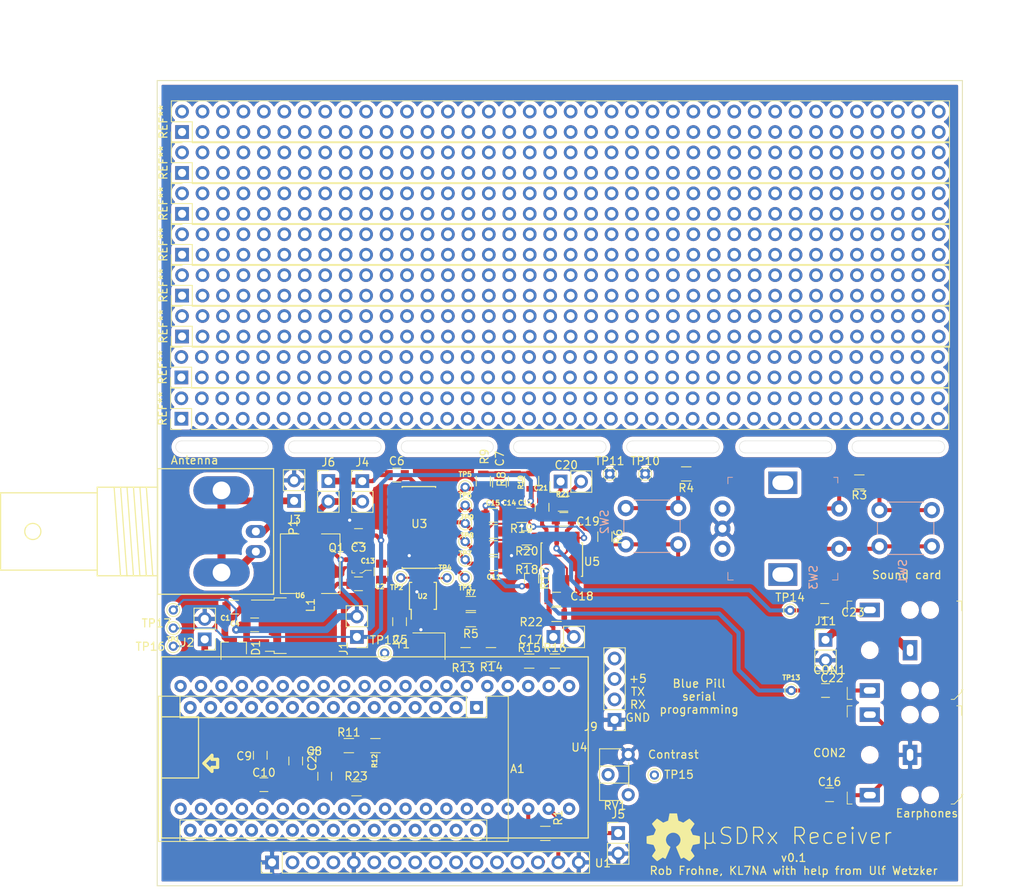
<source format=kicad_pcb>
(kicad_pcb (version 20171130) (host pcbnew 5.1.6+dfsg1-1)
  (title_block (title "µSDRx Receiver") (date 2020-07-07) (rev 0.1) (company "Rob Frohne") (comment 1 "after µSDX by Guido, PE1NNZ") (comment 2 "help from Ulf Wetzker"))
  (layers (0 F.Cu signal) (31 B.Cu signal) (34 B.Paste user) (35 F.Paste user) (36 B.SilkS user) (37 F.SilkS user) (38 B.Mask user) (39 F.Mask user) (44 Edge.Cuts user))
  (net 0 "")
  (net 1 /V_IN)
  (net 2 "Net-(A1-Pad29)")
  (net 3 /VHI)
  (net 4 +5V)
  (net 5 /RX)
  (net 6 /ROT_A)
  (net 7 /ROT_B)
  (net 8 /SCL)
  (net 9 /FREQ_COUNT)
  (net 10 /RS)
  (net 11 /EN)
  (net 12 /BUTTON)
  (net 13 /D7)
  (net 14 /DVM)
  (net 15 /D6)
  (net 16 /AUD_1)
  (net 17 /AUD_0)
  (net 18 +4.3V)
  (net 19 /D4)
  (net 20 +3V3)
  (net 21 /D5)
  (net 22 GND)
  (net 23 "Net-(C2-Pad1)")
  (net 24 "Net-(C6-Pad2)")
  (net 25 "Net-(C6-Pad1)")
  (net 26 "Net-(C7-Pad1)")
  (net 27 "Net-(C11-Pad1)")
  (net 28 "Net-(C12-Pad1)")
  (net 29 "Net-(C14-Pad1)")
  (net 30 "Net-(C15-Pad1)")
  (net 31 "Net-(C16-Pad2)")
  (net 32 "Net-(C16-Pad1)")
  (net 33 "Net-(C17-Pad2)")
  (net 34 "Net-(C19-Pad2)")
  (net 35 "Net-(C22-Pad1)")
  (net 36 "Net-(C23-Pad1)")
  (net 37 "Net-(CON1-Pad1)")
  (net 38 "Net-(D1-Pad1)")
  (net 39 "Net-(J3-Pad1)")
  (net 40 "Net-(J4-Pad2)")
  (net 41 "Net-(J9-Pad3)")
  (net 42 /SIG_OUT)
  (net 43 "Net-(R1-Pad2)")
  (net 44 "Net-(R3-Pad1)")
  (net 45 "Net-(R4-Pad1)")
  (net 46 "Net-(R13-Pad2)")
  (net 47 "Net-(R15-Pad2)")
  (net 48 "Net-(R18-Pad1)")
  (net 49 "Net-(R19-Pad1)")
  (net 50 "Net-(R23-Pad2)")
  (net 51 "Net-(RV1-Pad2)")
  (net 52 /4F)
  (net 53 /2F)
  (net 54 "Net-(TP4-Pad1)")
  (net 55 "Net-(U2-Pad3)")
  (net 56 "Net-(U2-Pad2)")
  (module Symbols:OSHW-Symbol_6.7x6mm_SilkScreen (layer F.Cu) (at 114.08 144)
    (fp_text reference REF*** hide)
    (fp_text value OSHW-Symbol_6.7x6mm_SilkScreen hide)
  )
  (module Pin_Headers:Pin_Header_Straight_2x38_Pitch2.54mm (layer F.Cu) (at 53.086 56.388 90)
    (fp_text reference REF** (at 1.27 -2.33 90) (layer F.SilkS))
    (fp_text value Pin_Header_Straight_2x38_Pitch2.54mm)
    (pad 76 thru_hole oval (at 2.54 93.98 90) (size 1.7 1.7) (drill 1) (layers *.Cu *.Mask))
    (pad 75 thru_hole oval (at 0 93.98 90) (size 1.7 1.7) (drill 1) (layers *.Cu *.Mask))
    (pad 74 thru_hole oval (at 2.54 91.44 90) (size 1.7 1.7) (drill 1) (layers *.Cu *.Mask))
    (pad 73 thru_hole oval (at 0 91.44 90) (size 1.7 1.7) (drill 1) (layers *.Cu *.Mask))
    (pad 72 thru_hole oval (at 2.54 88.9 90) (size 1.7 1.7) (drill 1) (layers *.Cu *.Mask))
    (pad 71 thru_hole oval (at 0 88.9 90) (size 1.7 1.7) (drill 1) (layers *.Cu *.Mask))
    (pad 70 thru_hole oval (at 2.54 86.36 90) (size 1.7 1.7) (drill 1) (layers *.Cu *.Mask))
    (pad 69 thru_hole oval (at 0 86.36 90) (size 1.7 1.7) (drill 1) (layers *.Cu *.Mask))
    (pad 68 thru_hole oval (at 2.54 83.82 90) (size 1.7 1.7) (drill 1) (layers *.Cu *.Mask))
    (pad 67 thru_hole oval (at 0 83.82 90) (size 1.7 1.7) (drill 1) (layers *.Cu *.Mask))
    (pad 66 thru_hole oval (at 2.54 81.28 90) (size 1.7 1.7) (drill 1) (layers *.Cu *.Mask))
    (pad 65 thru_hole oval (at 0 81.28 90) (size 1.7 1.7) (drill 1) (layers *.Cu *.Mask))
    (pad 64 thru_hole oval (at 2.54 78.74 90) (size 1.7 1.7) (drill 1) (layers *.Cu *.Mask))
    (pad 63 thru_hole oval (at 0 78.74 90) (size 1.7 1.7) (drill 1) (layers *.Cu *.Mask))
    (pad 62 thru_hole oval (at 2.54 76.2 90) (size 1.7 1.7) (drill 1) (layers *.Cu *.Mask))
    (pad 61 thru_hole oval (at 0 76.2 90) (size 1.7 1.7) (drill 1) (layers *.Cu *.Mask))
    (pad 60 thru_hole oval (at 2.54 73.66 90) (size 1.7 1.7) (drill 1) (layers *.Cu *.Mask))
    (pad 59 thru_hole oval (at 0 73.66 90) (size 1.7 1.7) (drill 1) (layers *.Cu *.Mask))
    (pad 58 thru_hole oval (at 2.54 71.12 90) (size 1.7 1.7) (drill 1) (layers *.Cu *.Mask))
    (pad 57 thru_hole oval (at 0 71.12 90) (size 1.7 1.7) (drill 1) (layers *.Cu *.Mask))
    (pad 56 thru_hole oval (at 2.54 68.58 90) (size 1.7 1.7) (drill 1) (layers *.Cu *.Mask))
    (pad 55 thru_hole oval (at 0 68.58 90) (size 1.7 1.7) (drill 1) (layers *.Cu *.Mask))
    (pad 54 thru_hole oval (at 2.54 66.04 90) (size 1.7 1.7) (drill 1) (layers *.Cu *.Mask))
    (pad 53 thru_hole oval (at 0 66.04 90) (size 1.7 1.7) (drill 1) (layers *.Cu *.Mask))
    (pad 52 thru_hole oval (at 2.54 63.5 90) (size 1.7 1.7) (drill 1) (layers *.Cu *.Mask))
    (pad 51 thru_hole oval (at 0 63.5 90) (size 1.7 1.7) (drill 1) (layers *.Cu *.Mask))
    (pad 50 thru_hole oval (at 2.54 60.96 90) (size 1.7 1.7) (drill 1) (layers *.Cu *.Mask))
    (pad 49 thru_hole oval (at 0 60.96 90) (size 1.7 1.7) (drill 1) (layers *.Cu *.Mask))
    (pad 48 thru_hole oval (at 2.54 58.42 90) (size 1.7 1.7) (drill 1) (layers *.Cu *.Mask))
    (pad 47 thru_hole oval (at 0 58.42 90) (size 1.7 1.7) (drill 1) (layers *.Cu *.Mask))
    (pad 46 thru_hole oval (at 2.54 55.88 90) (size 1.7 1.7) (drill 1) (layers *.Cu *.Mask))
    (pad 45 thru_hole oval (at 0 55.88 90) (size 1.7 1.7) (drill 1) (layers *.Cu *.Mask))
    (pad 44 thru_hole oval (at 2.54 53.34 90) (size 1.7 1.7) (drill 1) (layers *.Cu *.Mask))
    (pad 43 thru_hole oval (at 0 53.34 90) (size 1.7 1.7) (drill 1) (layers *.Cu *.Mask))
    (pad 42 thru_hole oval (at 2.54 50.8 90) (size 1.7 1.7) (drill 1) (layers *.Cu *.Mask))
    (pad 41 thru_hole oval (at 0 50.8 90) (size 1.7 1.7) (drill 1) (layers *.Cu *.Mask))
    (pad 40 thru_hole oval (at 2.54 48.26 90) (size 1.7 1.7) (drill 1) (layers *.Cu *.Mask))
    (pad 39 thru_hole oval (at 0 48.26 90) (size 1.7 1.7) (drill 1) (layers *.Cu *.Mask))
    (pad 38 thru_hole oval (at 2.54 45.72 90) (size 1.7 1.7) (drill 1) (layers *.Cu *.Mask))
    (pad 37 thru_hole oval (at 0 45.72 90) (size 1.7 1.7) (drill 1) (layers *.Cu *.Mask))
    (pad 36 thru_hole oval (at 2.54 43.18 90) (size 1.7 1.7) (drill 1) (layers *.Cu *.Mask))
    (pad 35 thru_hole oval (at 0 43.18 90) (size 1.7 1.7) (drill 1) (layers *.Cu *.Mask))
    (pad 34 thru_hole oval (at 2.54 40.64 90) (size 1.7 1.7) (drill 1) (layers *.Cu *.Mask))
    (pad 33 thru_hole oval (at 0 40.64 90) (size 1.7 1.7) (drill 1) (layers *.Cu *.Mask))
    (pad 32 thru_hole oval (at 2.54 38.1 90) (size 1.7 1.7) (drill 1) (layers *.Cu *.Mask))
    (pad 31 thru_hole oval (at 0 38.1 90) (size 1.7 1.7) (drill 1) (layers *.Cu *.Mask))
    (pad 30 thru_hole oval (at 2.54 35.56 90) (size 1.7 1.7) (drill 1) (layers *.Cu *.Mask))
    (pad 29 thru_hole oval (at 0 35.56 90) (size 1.7 1.7) (drill 1) (layers *.Cu *.Mask))
    (pad 28 thru_hole oval (at 2.54 33.02 90) (size 1.7 1.7) (drill 1) (layers *.Cu *.Mask))
    (pad 27 thru_hole oval (at 0 33.02 90) (size 1.7 1.7) (drill 1) (layers *.Cu *.Mask))
    (pad 26 thru_hole oval (at 2.54 30.48 90) (size 1.7 1.7) (drill 1) (layers *.Cu *.Mask))
    (pad 25 thru_hole oval (at 0 30.48 90) (size 1.7 1.7) (drill 1) (layers *.Cu *.Mask))
    (pad 24 thru_hole oval (at 2.54 27.94 90) (size 1.7 1.7) (drill 1) (layers *.Cu *.Mask))
    (pad 23 thru_hole oval (at 0 27.94 90) (size 1.7 1.7) (drill 1) (layers *.Cu *.Mask))
    (pad 22 thru_hole oval (at 2.54 25.4 90) (size 1.7 1.7) (drill 1) (layers *.Cu *.Mask))
    (pad 21 thru_hole oval (at 0 25.4 90) (size 1.7 1.7) (drill 1) (layers *.Cu *.Mask))
    (pad 20 thru_hole oval (at 2.54 22.86 90) (size 1.7 1.7) (drill 1) (layers *.Cu *.Mask))
    (pad 19 thru_hole oval (at 0 22.86 90) (size 1.7 1.7) (drill 1) (layers *.Cu *.Mask))
    (pad 18 thru_hole oval (at 2.54 20.32 90) (size 1.7 1.7) (drill 1) (layers *.Cu *.Mask))
    (pad 17 thru_hole oval (at 0 20.32 90) (size 1.7 1.7) (drill 1) (layers *.Cu *.Mask))
    (pad 16 thru_hole oval (at 2.54 17.78 90) (size 1.7 1.7) (drill 1) (layers *.Cu *.Mask))
    (pad 15 thru_hole oval (at 0 17.78 90) (size 1.7 1.7) (drill 1) (layers *.Cu *.Mask))
    (pad 14 thru_hole oval (at 2.54 15.24 90) (size 1.7 1.7) (drill 1) (layers *.Cu *.Mask))
    (pad 13 thru_hole oval (at 0 15.24 90) (size 1.7 1.7) (drill 1) (layers *.Cu *.Mask))
    (pad 12 thru_hole oval (at 2.54 12.7 90) (size 1.7 1.7) (drill 1) (layers *.Cu *.Mask))
    (pad 11 thru_hole oval (at 0 12.7 90) (size 1.7 1.7) (drill 1) (layers *.Cu *.Mask))
    (pad 10 thru_hole oval (at 2.54 10.16 90) (size 1.7 1.7) (drill 1) (layers *.Cu *.Mask))
    (pad 9 thru_hole oval (at 0 10.16 90) (size 1.7 1.7) (drill 1) (layers *.Cu *.Mask))
    (pad 8 thru_hole oval (at 2.54 7.62 90) (size 1.7 1.7) (drill 1) (layers *.Cu *.Mask))
    (pad 7 thru_hole oval (at 0 7.62 90) (size 1.7 1.7) (drill 1) (layers *.Cu *.Mask))
    (pad 6 thru_hole oval (at 2.54 5.08 90) (size 1.7 1.7) (drill 1) (layers *.Cu *.Mask))
    (pad 5 thru_hole oval (at 0 5.08 90) (size 1.7 1.7) (drill 1) (layers *.Cu *.Mask))
    (pad 4 thru_hole oval (at 2.54 2.54 90) (size 1.7 1.7) (drill 1) (layers *.Cu *.Mask))
    (pad 3 thru_hole oval (at 0 2.54 90) (size 1.7 1.7) (drill 1) (layers *.Cu *.Mask))
    (pad 2 thru_hole oval (at 2.54 0 90) (size 1.7 1.7) (drill 1) (layers *.Cu *.Mask))
    (pad 1 thru_hole rect (at 0 0 90) (size 1.7 1.7) (drill 1) (layers *.Cu *.Mask))
  )
  (module Pin_Headers:Pin_Header_Straight_2x38_Pitch2.54mm (layer F.Cu) (at 53.086 61.468 90)
    (fp_text reference REF** (at 1.27 -2.33 90) (layer F.SilkS))
    (fp_text value Pin_Header_Straight_2x38_Pitch2.54mm)
    (pad 1 thru_hole rect (at 0 0 90) (size 1.7 1.7) (drill 1) (layers *.Cu *.Mask))
    (pad 2 thru_hole oval (at 2.54 0 90) (size 1.7 1.7) (drill 1) (layers *.Cu *.Mask))
    (pad 3 thru_hole oval (at 0 2.54 90) (size 1.7 1.7) (drill 1) (layers *.Cu *.Mask))
    (pad 4 thru_hole oval (at 2.54 2.54 90) (size 1.7 1.7) (drill 1) (layers *.Cu *.Mask))
    (pad 5 thru_hole oval (at 0 5.08 90) (size 1.7 1.7) (drill 1) (layers *.Cu *.Mask))
    (pad 6 thru_hole oval (at 2.54 5.08 90) (size 1.7 1.7) (drill 1) (layers *.Cu *.Mask))
    (pad 7 thru_hole oval (at 0 7.62 90) (size 1.7 1.7) (drill 1) (layers *.Cu *.Mask))
    (pad 8 thru_hole oval (at 2.54 7.62 90) (size 1.7 1.7) (drill 1) (layers *.Cu *.Mask))
    (pad 9 thru_hole oval (at 0 10.16 90) (size 1.7 1.7) (drill 1) (layers *.Cu *.Mask))
    (pad 10 thru_hole oval (at 2.54 10.16 90) (size 1.7 1.7) (drill 1) (layers *.Cu *.Mask))
    (pad 11 thru_hole oval (at 0 12.7 90) (size 1.7 1.7) (drill 1) (layers *.Cu *.Mask))
    (pad 12 thru_hole oval (at 2.54 12.7 90) (size 1.7 1.7) (drill 1) (layers *.Cu *.Mask))
    (pad 13 thru_hole oval (at 0 15.24 90) (size 1.7 1.7) (drill 1) (layers *.Cu *.Mask))
    (pad 14 thru_hole oval (at 2.54 15.24 90) (size 1.7 1.7) (drill 1) (layers *.Cu *.Mask))
    (pad 15 thru_hole oval (at 0 17.78 90) (size 1.7 1.7) (drill 1) (layers *.Cu *.Mask))
    (pad 16 thru_hole oval (at 2.54 17.78 90) (size 1.7 1.7) (drill 1) (layers *.Cu *.Mask))
    (pad 17 thru_hole oval (at 0 20.32 90) (size 1.7 1.7) (drill 1) (layers *.Cu *.Mask))
    (pad 18 thru_hole oval (at 2.54 20.32 90) (size 1.7 1.7) (drill 1) (layers *.Cu *.Mask))
    (pad 19 thru_hole oval (at 0 22.86 90) (size 1.7 1.7) (drill 1) (layers *.Cu *.Mask))
    (pad 20 thru_hole oval (at 2.54 22.86 90) (size 1.7 1.7) (drill 1) (layers *.Cu *.Mask))
    (pad 21 thru_hole oval (at 0 25.4 90) (size 1.7 1.7) (drill 1) (layers *.Cu *.Mask))
    (pad 22 thru_hole oval (at 2.54 25.4 90) (size 1.7 1.7) (drill 1) (layers *.Cu *.Mask))
    (pad 23 thru_hole oval (at 0 27.94 90) (size 1.7 1.7) (drill 1) (layers *.Cu *.Mask))
    (pad 24 thru_hole oval (at 2.54 27.94 90) (size 1.7 1.7) (drill 1) (layers *.Cu *.Mask))
    (pad 25 thru_hole oval (at 0 30.48 90) (size 1.7 1.7) (drill 1) (layers *.Cu *.Mask))
    (pad 26 thru_hole oval (at 2.54 30.48 90) (size 1.7 1.7) (drill 1) (layers *.Cu *.Mask))
    (pad 27 thru_hole oval (at 0 33.02 90) (size 1.7 1.7) (drill 1) (layers *.Cu *.Mask))
    (pad 28 thru_hole oval (at 2.54 33.02 90) (size 1.7 1.7) (drill 1) (layers *.Cu *.Mask))
    (pad 29 thru_hole oval (at 0 35.56 90) (size 1.7 1.7) (drill 1) (layers *.Cu *.Mask))
    (pad 30 thru_hole oval (at 2.54 35.56 90) (size 1.7 1.7) (drill 1) (layers *.Cu *.Mask))
    (pad 31 thru_hole oval (at 0 38.1 90) (size 1.7 1.7) (drill 1) (layers *.Cu *.Mask))
    (pad 32 thru_hole oval (at 2.54 38.1 90) (size 1.7 1.7) (drill 1) (layers *.Cu *.Mask))
    (pad 33 thru_hole oval (at 0 40.64 90) (size 1.7 1.7) (drill 1) (layers *.Cu *.Mask))
    (pad 34 thru_hole oval (at 2.54 40.64 90) (size 1.7 1.7) (drill 1) (layers *.Cu *.Mask))
    (pad 35 thru_hole oval (at 0 43.18 90) (size 1.7 1.7) (drill 1) (layers *.Cu *.Mask))
    (pad 36 thru_hole oval (at 2.54 43.18 90) (size 1.7 1.7) (drill 1) (layers *.Cu *.Mask))
    (pad 37 thru_hole oval (at 0 45.72 90) (size 1.7 1.7) (drill 1) (layers *.Cu *.Mask))
    (pad 38 thru_hole oval (at 2.54 45.72 90) (size 1.7 1.7) (drill 1) (layers *.Cu *.Mask))
    (pad 39 thru_hole oval (at 0 48.26 90) (size 1.7 1.7) (drill 1) (layers *.Cu *.Mask))
    (pad 40 thru_hole oval (at 2.54 48.26 90) (size 1.7 1.7) (drill 1) (layers *.Cu *.Mask))
    (pad 41 thru_hole oval (at 0 50.8 90) (size 1.7 1.7) (drill 1) (layers *.Cu *.Mask))
    (pad 42 thru_hole oval (at 2.54 50.8 90) (size 1.7 1.7) (drill 1) (layers *.Cu *.Mask))
    (pad 43 thru_hole oval (at 0 53.34 90) (size 1.7 1.7) (drill 1) (layers *.Cu *.Mask))
    (pad 44 thru_hole oval (at 2.54 53.34 90) (size 1.7 1.7) (drill 1) (layers *.Cu *.Mask))
    (pad 45 thru_hole oval (at 0 55.88 90) (size 1.7 1.7) (drill 1) (layers *.Cu *.Mask))
    (pad 46 thru_hole oval (at 2.54 55.88 90) (size 1.7 1.7) (drill 1) (layers *.Cu *.Mask))
    (pad 47 thru_hole oval (at 0 58.42 90) (size 1.7 1.7) (drill 1) (layers *.Cu *.Mask))
    (pad 48 thru_hole oval (at 2.54 58.42 90) (size 1.7 1.7) (drill 1) (layers *.Cu *.Mask))
    (pad 49 thru_hole oval (at 0 60.96 90) (size 1.7 1.7) (drill 1) (layers *.Cu *.Mask))
    (pad 50 thru_hole oval (at 2.54 60.96 90) (size 1.7 1.7) (drill 1) (layers *.Cu *.Mask))
    (pad 51 thru_hole oval (at 0 63.5 90) (size 1.7 1.7) (drill 1) (layers *.Cu *.Mask))
    (pad 52 thru_hole oval (at 2.54 63.5 90) (size 1.7 1.7) (drill 1) (layers *.Cu *.Mask))
    (pad 53 thru_hole oval (at 0 66.04 90) (size 1.7 1.7) (drill 1) (layers *.Cu *.Mask))
    (pad 54 thru_hole oval (at 2.54 66.04 90) (size 1.7 1.7) (drill 1) (layers *.Cu *.Mask))
    (pad 55 thru_hole oval (at 0 68.58 90) (size 1.7 1.7) (drill 1) (layers *.Cu *.Mask))
    (pad 56 thru_hole oval (at 2.54 68.58 90) (size 1.7 1.7) (drill 1) (layers *.Cu *.Mask))
    (pad 57 thru_hole oval (at 0 71.12 90) (size 1.7 1.7) (drill 1) (layers *.Cu *.Mask))
    (pad 58 thru_hole oval (at 2.54 71.12 90) (size 1.7 1.7) (drill 1) (layers *.Cu *.Mask))
    (pad 59 thru_hole oval (at 0 73.66 90) (size 1.7 1.7) (drill 1) (layers *.Cu *.Mask))
    (pad 60 thru_hole oval (at 2.54 73.66 90) (size 1.7 1.7) (drill 1) (layers *.Cu *.Mask))
    (pad 61 thru_hole oval (at 0 76.2 90) (size 1.7 1.7) (drill 1) (layers *.Cu *.Mask))
    (pad 62 thru_hole oval (at 2.54 76.2 90) (size 1.7 1.7) (drill 1) (layers *.Cu *.Mask))
    (pad 63 thru_hole oval (at 0 78.74 90) (size 1.7 1.7) (drill 1) (layers *.Cu *.Mask))
    (pad 64 thru_hole oval (at 2.54 78.74 90) (size 1.7 1.7) (drill 1) (layers *.Cu *.Mask))
    (pad 65 thru_hole oval (at 0 81.28 90) (size 1.7 1.7) (drill 1) (layers *.Cu *.Mask))
    (pad 66 thru_hole oval (at 2.54 81.28 90) (size 1.7 1.7) (drill 1) (layers *.Cu *.Mask))
    (pad 67 thru_hole oval (at 0 83.82 90) (size 1.7 1.7) (drill 1) (layers *.Cu *.Mask))
    (pad 68 thru_hole oval (at 2.54 83.82 90) (size 1.7 1.7) (drill 1) (layers *.Cu *.Mask))
    (pad 69 thru_hole oval (at 0 86.36 90) (size 1.7 1.7) (drill 1) (layers *.Cu *.Mask))
    (pad 70 thru_hole oval (at 2.54 86.36 90) (size 1.7 1.7) (drill 1) (layers *.Cu *.Mask))
    (pad 71 thru_hole oval (at 0 88.9 90) (size 1.7 1.7) (drill 1) (layers *.Cu *.Mask))
    (pad 72 thru_hole oval (at 2.54 88.9 90) (size 1.7 1.7) (drill 1) (layers *.Cu *.Mask))
    (pad 73 thru_hole oval (at 0 91.44 90) (size 1.7 1.7) (drill 1) (layers *.Cu *.Mask))
    (pad 74 thru_hole oval (at 2.54 91.44 90) (size 1.7 1.7) (drill 1) (layers *.Cu *.Mask))
    (pad 75 thru_hole oval (at 0 93.98 90) (size 1.7 1.7) (drill 1) (layers *.Cu *.Mask))
    (pad 76 thru_hole oval (at 2.54 93.98 90) (size 1.7 1.7) (drill 1) (layers *.Cu *.Mask))
  )
  (module Pin_Headers:Pin_Header_Straight_2x38_Pitch2.54mm (layer F.Cu) (at 53.086 66.548 90)
    (fp_text reference REF** (at 1.27 -2.33 90) (layer F.SilkS))
    (fp_text value Pin_Header_Straight_2x38_Pitch2.54mm)
    (pad 76 thru_hole oval (at 2.54 93.98 90) (size 1.7 1.7) (drill 1) (layers *.Cu *.Mask))
    (pad 75 thru_hole oval (at 0 93.98 90) (size 1.7 1.7) (drill 1) (layers *.Cu *.Mask))
    (pad 74 thru_hole oval (at 2.54 91.44 90) (size 1.7 1.7) (drill 1) (layers *.Cu *.Mask))
    (pad 73 thru_hole oval (at 0 91.44 90) (size 1.7 1.7) (drill 1) (layers *.Cu *.Mask))
    (pad 72 thru_hole oval (at 2.54 88.9 90) (size 1.7 1.7) (drill 1) (layers *.Cu *.Mask))
    (pad 71 thru_hole oval (at 0 88.9 90) (size 1.7 1.7) (drill 1) (layers *.Cu *.Mask))
    (pad 70 thru_hole oval (at 2.54 86.36 90) (size 1.7 1.7) (drill 1) (layers *.Cu *.Mask))
    (pad 69 thru_hole oval (at 0 86.36 90) (size 1.7 1.7) (drill 1) (layers *.Cu *.Mask))
    (pad 68 thru_hole oval (at 2.54 83.82 90) (size 1.7 1.7) (drill 1) (layers *.Cu *.Mask))
    (pad 67 thru_hole oval (at 0 83.82 90) (size 1.7 1.7) (drill 1) (layers *.Cu *.Mask))
    (pad 66 thru_hole oval (at 2.54 81.28 90) (size 1.7 1.7) (drill 1) (layers *.Cu *.Mask))
    (pad 65 thru_hole oval (at 0 81.28 90) (size 1.7 1.7) (drill 1) (layers *.Cu *.Mask))
    (pad 64 thru_hole oval (at 2.54 78.74 90) (size 1.7 1.7) (drill 1) (layers *.Cu *.Mask))
    (pad 63 thru_hole oval (at 0 78.74 90) (size 1.7 1.7) (drill 1) (layers *.Cu *.Mask))
    (pad 62 thru_hole oval (at 2.54 76.2 90) (size 1.7 1.7) (drill 1) (layers *.Cu *.Mask))
    (pad 61 thru_hole oval (at 0 76.2 90) (size 1.7 1.7) (drill 1) (layers *.Cu *.Mask))
    (pad 60 thru_hole oval (at 2.54 73.66 90) (size 1.7 1.7) (drill 1) (layers *.Cu *.Mask))
    (pad 59 thru_hole oval (at 0 73.66 90) (size 1.7 1.7) (drill 1) (layers *.Cu *.Mask))
    (pad 58 thru_hole oval (at 2.54 71.12 90) (size 1.7 1.7) (drill 1) (layers *.Cu *.Mask))
    (pad 57 thru_hole oval (at 0 71.12 90) (size 1.7 1.7) (drill 1) (layers *.Cu *.Mask))
    (pad 56 thru_hole oval (at 2.54 68.58 90) (size 1.7 1.7) (drill 1) (layers *.Cu *.Mask))
    (pad 55 thru_hole oval (at 0 68.58 90) (size 1.7 1.7) (drill 1) (layers *.Cu *.Mask))
    (pad 54 thru_hole oval (at 2.54 66.04 90) (size 1.7 1.7) (drill 1) (layers *.Cu *.Mask))
    (pad 53 thru_hole oval (at 0 66.04 90) (size 1.7 1.7) (drill 1) (layers *.Cu *.Mask))
    (pad 52 thru_hole oval (at 2.54 63.5 90) (size 1.7 1.7) (drill 1) (layers *.Cu *.Mask))
    (pad 51 thru_hole oval (at 0 63.5 90) (size 1.7 1.7) (drill 1) (layers *.Cu *.Mask))
    (pad 50 thru_hole oval (at 2.54 60.96 90) (size 1.7 1.7) (drill 1) (layers *.Cu *.Mask))
    (pad 49 thru_hole oval (at 0 60.96 90) (size 1.7 1.7) (drill 1) (layers *.Cu *.Mask))
    (pad 48 thru_hole oval (at 2.54 58.42 90) (size 1.7 1.7) (drill 1) (layers *.Cu *.Mask))
    (pad 47 thru_hole oval (at 0 58.42 90) (size 1.7 1.7) (drill 1) (layers *.Cu *.Mask))
    (pad 46 thru_hole oval (at 2.54 55.88 90) (size 1.7 1.7) (drill 1) (layers *.Cu *.Mask))
    (pad 45 thru_hole oval (at 0 55.88 90) (size 1.7 1.7) (drill 1) (layers *.Cu *.Mask))
    (pad 44 thru_hole oval (at 2.54 53.34 90) (size 1.7 1.7) (drill 1) (layers *.Cu *.Mask))
    (pad 43 thru_hole oval (at 0 53.34 90) (size 1.7 1.7) (drill 1) (layers *.Cu *.Mask))
    (pad 42 thru_hole oval (at 2.54 50.8 90) (size 1.7 1.7) (drill 1) (layers *.Cu *.Mask))
    (pad 41 thru_hole oval (at 0 50.8 90) (size 1.7 1.7) (drill 1) (layers *.Cu *.Mask))
    (pad 40 thru_hole oval (at 2.54 48.26 90) (size 1.7 1.7) (drill 1) (layers *.Cu *.Mask))
    (pad 39 thru_hole oval (at 0 48.26 90) (size 1.7 1.7) (drill 1) (layers *.Cu *.Mask))
    (pad 38 thru_hole oval (at 2.54 45.72 90) (size 1.7 1.7) (drill 1) (layers *.Cu *.Mask))
    (pad 37 thru_hole oval (at 0 45.72 90) (size 1.7 1.7) (drill 1) (layers *.Cu *.Mask))
    (pad 36 thru_hole oval (at 2.54 43.18 90) (size 1.7 1.7) (drill 1) (layers *.Cu *.Mask))
    (pad 35 thru_hole oval (at 0 43.18 90) (size 1.7 1.7) (drill 1) (layers *.Cu *.Mask))
    (pad 34 thru_hole oval (at 2.54 40.64 90) (size 1.7 1.7) (drill 1) (layers *.Cu *.Mask))
    (pad 33 thru_hole oval (at 0 40.64 90) (size 1.7 1.7) (drill 1) (layers *.Cu *.Mask))
    (pad 32 thru_hole oval (at 2.54 38.1 90) (size 1.7 1.7) (drill 1) (layers *.Cu *.Mask))
    (pad 31 thru_hole oval (at 0 38.1 90) (size 1.7 1.7) (drill 1) (layers *.Cu *.Mask))
    (pad 30 thru_hole oval (at 2.54 35.56 90) (size 1.7 1.7) (drill 1) (layers *.Cu *.Mask))
    (pad 29 thru_hole oval (at 0 35.56 90) (size 1.7 1.7) (drill 1) (layers *.Cu *.Mask))
    (pad 28 thru_hole oval (at 2.54 33.02 90) (size 1.7 1.7) (drill 1) (layers *.Cu *.Mask))
    (pad 27 thru_hole oval (at 0 33.02 90) (size 1.7 1.7) (drill 1) (layers *.Cu *.Mask))
    (pad 26 thru_hole oval (at 2.54 30.48 90) (size 1.7 1.7) (drill 1) (layers *.Cu *.Mask))
    (pad 25 thru_hole oval (at 0 30.48 90) (size 1.7 1.7) (drill 1) (layers *.Cu *.Mask))
    (pad 24 thru_hole oval (at 2.54 27.94 90) (size 1.7 1.7) (drill 1) (layers *.Cu *.Mask))
    (pad 23 thru_hole oval (at 0 27.94 90) (size 1.7 1.7) (drill 1) (layers *.Cu *.Mask))
    (pad 22 thru_hole oval (at 2.54 25.4 90) (size 1.7 1.7) (drill 1) (layers *.Cu *.Mask))
    (pad 21 thru_hole oval (at 0 25.4 90) (size 1.7 1.7) (drill 1) (layers *.Cu *.Mask))
    (pad 20 thru_hole oval (at 2.54 22.86 90) (size 1.7 1.7) (drill 1) (layers *.Cu *.Mask))
    (pad 19 thru_hole oval (at 0 22.86 90) (size 1.7 1.7) (drill 1) (layers *.Cu *.Mask))
    (pad 18 thru_hole oval (at 2.54 20.32 90) (size 1.7 1.7) (drill 1) (layers *.Cu *.Mask))
    (pad 17 thru_hole oval (at 0 20.32 90) (size 1.7 1.7) (drill 1) (layers *.Cu *.Mask))
    (pad 16 thru_hole oval (at 2.54 17.78 90) (size 1.7 1.7) (drill 1) (layers *.Cu *.Mask))
    (pad 15 thru_hole oval (at 0 17.78 90) (size 1.7 1.7) (drill 1) (layers *.Cu *.Mask))
    (pad 14 thru_hole oval (at 2.54 15.24 90) (size 1.7 1.7) (drill 1) (layers *.Cu *.Mask))
    (pad 13 thru_hole oval (at 0 15.24 90) (size 1.7 1.7) (drill 1) (layers *.Cu *.Mask))
    (pad 12 thru_hole oval (at 2.54 12.7 90) (size 1.7 1.7) (drill 1) (layers *.Cu *.Mask))
    (pad 11 thru_hole oval (at 0 12.7 90) (size 1.7 1.7) (drill 1) (layers *.Cu *.Mask))
    (pad 10 thru_hole oval (at 2.54 10.16 90) (size 1.7 1.7) (drill 1) (layers *.Cu *.Mask))
    (pad 9 thru_hole oval (at 0 10.16 90) (size 1.7 1.7) (drill 1) (layers *.Cu *.Mask))
    (pad 8 thru_hole oval (at 2.54 7.62 90) (size 1.7 1.7) (drill 1) (layers *.Cu *.Mask))
    (pad 7 thru_hole oval (at 0 7.62 90) (size 1.7 1.7) (drill 1) (layers *.Cu *.Mask))
    (pad 6 thru_hole oval (at 2.54 5.08 90) (size 1.7 1.7) (drill 1) (layers *.Cu *.Mask))
    (pad 5 thru_hole oval (at 0 5.08 90) (size 1.7 1.7) (drill 1) (layers *.Cu *.Mask))
    (pad 4 thru_hole oval (at 2.54 2.54 90) (size 1.7 1.7) (drill 1) (layers *.Cu *.Mask))
    (pad 3 thru_hole oval (at 0 2.54 90) (size 1.7 1.7) (drill 1) (layers *.Cu *.Mask))
    (pad 2 thru_hole oval (at 2.54 0 90) (size 1.7 1.7) (drill 1) (layers *.Cu *.Mask))
    (pad 1 thru_hole rect (at 0 0 90) (size 1.7 1.7) (drill 1) (layers *.Cu *.Mask))
  )
  (module Pin_Headers:Pin_Header_Straight_2x38_Pitch2.54mm (layer F.Cu) (at 53.086 71.628 90)
    (fp_text reference REF** (at 1.27 -2.33 90) (layer F.SilkS))
    (fp_text value Pin_Header_Straight_2x38_Pitch2.54mm)
    (pad 1 thru_hole rect (at 0 0 90) (size 1.7 1.7) (drill 1) (layers *.Cu *.Mask))
    (pad 2 thru_hole oval (at 2.54 0 90) (size 1.7 1.7) (drill 1) (layers *.Cu *.Mask))
    (pad 3 thru_hole oval (at 0 2.54 90) (size 1.7 1.7) (drill 1) (layers *.Cu *.Mask))
    (pad 4 thru_hole oval (at 2.54 2.54 90) (size 1.7 1.7) (drill 1) (layers *.Cu *.Mask))
    (pad 5 thru_hole oval (at 0 5.08 90) (size 1.7 1.7) (drill 1) (layers *.Cu *.Mask))
    (pad 6 thru_hole oval (at 2.54 5.08 90) (size 1.7 1.7) (drill 1) (layers *.Cu *.Mask))
    (pad 7 thru_hole oval (at 0 7.62 90) (size 1.7 1.7) (drill 1) (layers *.Cu *.Mask))
    (pad 8 thru_hole oval (at 2.54 7.62 90) (size 1.7 1.7) (drill 1) (layers *.Cu *.Mask))
    (pad 9 thru_hole oval (at 0 10.16 90) (size 1.7 1.7) (drill 1) (layers *.Cu *.Mask))
    (pad 10 thru_hole oval (at 2.54 10.16 90) (size 1.7 1.7) (drill 1) (layers *.Cu *.Mask))
    (pad 11 thru_hole oval (at 0 12.7 90) (size 1.7 1.7) (drill 1) (layers *.Cu *.Mask))
    (pad 12 thru_hole oval (at 2.54 12.7 90) (size 1.7 1.7) (drill 1) (layers *.Cu *.Mask))
    (pad 13 thru_hole oval (at 0 15.24 90) (size 1.7 1.7) (drill 1) (layers *.Cu *.Mask))
    (pad 14 thru_hole oval (at 2.54 15.24 90) (size 1.7 1.7) (drill 1) (layers *.Cu *.Mask))
    (pad 15 thru_hole oval (at 0 17.78 90) (size 1.7 1.7) (drill 1) (layers *.Cu *.Mask))
    (pad 16 thru_hole oval (at 2.54 17.78 90) (size 1.7 1.7) (drill 1) (layers *.Cu *.Mask))
    (pad 17 thru_hole oval (at 0 20.32 90) (size 1.7 1.7) (drill 1) (layers *.Cu *.Mask))
    (pad 18 thru_hole oval (at 2.54 20.32 90) (size 1.7 1.7) (drill 1) (layers *.Cu *.Mask))
    (pad 19 thru_hole oval (at 0 22.86 90) (size 1.7 1.7) (drill 1) (layers *.Cu *.Mask))
    (pad 20 thru_hole oval (at 2.54 22.86 90) (size 1.7 1.7) (drill 1) (layers *.Cu *.Mask))
    (pad 21 thru_hole oval (at 0 25.4 90) (size 1.7 1.7) (drill 1) (layers *.Cu *.Mask))
    (pad 22 thru_hole oval (at 2.54 25.4 90) (size 1.7 1.7) (drill 1) (layers *.Cu *.Mask))
    (pad 23 thru_hole oval (at 0 27.94 90) (size 1.7 1.7) (drill 1) (layers *.Cu *.Mask))
    (pad 24 thru_hole oval (at 2.54 27.94 90) (size 1.7 1.7) (drill 1) (layers *.Cu *.Mask))
    (pad 25 thru_hole oval (at 0 30.48 90) (size 1.7 1.7) (drill 1) (layers *.Cu *.Mask))
    (pad 26 thru_hole oval (at 2.54 30.48 90) (size 1.7 1.7) (drill 1) (layers *.Cu *.Mask))
    (pad 27 thru_hole oval (at 0 33.02 90) (size 1.7 1.7) (drill 1) (layers *.Cu *.Mask))
    (pad 28 thru_hole oval (at 2.54 33.02 90) (size 1.7 1.7) (drill 1) (layers *.Cu *.Mask))
    (pad 29 thru_hole oval (at 0 35.56 90) (size 1.7 1.7) (drill 1) (layers *.Cu *.Mask))
    (pad 30 thru_hole oval (at 2.54 35.56 90) (size 1.7 1.7) (drill 1) (layers *.Cu *.Mask))
    (pad 31 thru_hole oval (at 0 38.1 90) (size 1.7 1.7) (drill 1) (layers *.Cu *.Mask))
    (pad 32 thru_hole oval (at 2.54 38.1 90) (size 1.7 1.7) (drill 1) (layers *.Cu *.Mask))
    (pad 33 thru_hole oval (at 0 40.64 90) (size 1.7 1.7) (drill 1) (layers *.Cu *.Mask))
    (pad 34 thru_hole oval (at 2.54 40.64 90) (size 1.7 1.7) (drill 1) (layers *.Cu *.Mask))
    (pad 35 thru_hole oval (at 0 43.18 90) (size 1.7 1.7) (drill 1) (layers *.Cu *.Mask))
    (pad 36 thru_hole oval (at 2.54 43.18 90) (size 1.7 1.7) (drill 1) (layers *.Cu *.Mask))
    (pad 37 thru_hole oval (at 0 45.72 90) (size 1.7 1.7) (drill 1) (layers *.Cu *.Mask))
    (pad 38 thru_hole oval (at 2.54 45.72 90) (size 1.7 1.7) (drill 1) (layers *.Cu *.Mask))
    (pad 39 thru_hole oval (at 0 48.26 90) (size 1.7 1.7) (drill 1) (layers *.Cu *.Mask))
    (pad 40 thru_hole oval (at 2.54 48.26 90) (size 1.7 1.7) (drill 1) (layers *.Cu *.Mask))
    (pad 41 thru_hole oval (at 0 50.8 90) (size 1.7 1.7) (drill 1) (layers *.Cu *.Mask))
    (pad 42 thru_hole oval (at 2.54 50.8 90) (size 1.7 1.7) (drill 1) (layers *.Cu *.Mask))
    (pad 43 thru_hole oval (at 0 53.34 90) (size 1.7 1.7) (drill 1) (layers *.Cu *.Mask))
    (pad 44 thru_hole oval (at 2.54 53.34 90) (size 1.7 1.7) (drill 1) (layers *.Cu *.Mask))
    (pad 45 thru_hole oval (at 0 55.88 90) (size 1.7 1.7) (drill 1) (layers *.Cu *.Mask))
    (pad 46 thru_hole oval (at 2.54 55.88 90) (size 1.7 1.7) (drill 1) (layers *.Cu *.Mask))
    (pad 47 thru_hole oval (at 0 58.42 90) (size 1.7 1.7) (drill 1) (layers *.Cu *.Mask))
    (pad 48 thru_hole oval (at 2.54 58.42 90) (size 1.7 1.7) (drill 1) (layers *.Cu *.Mask))
    (pad 49 thru_hole oval (at 0 60.96 90) (size 1.7 1.7) (drill 1) (layers *.Cu *.Mask))
    (pad 50 thru_hole oval (at 2.54 60.96 90) (size 1.7 1.7) (drill 1) (layers *.Cu *.Mask))
    (pad 51 thru_hole oval (at 0 63.5 90) (size 1.7 1.7) (drill 1) (layers *.Cu *.Mask))
    (pad 52 thru_hole oval (at 2.54 63.5 90) (size 1.7 1.7) (drill 1) (layers *.Cu *.Mask))
    (pad 53 thru_hole oval (at 0 66.04 90) (size 1.7 1.7) (drill 1) (layers *.Cu *.Mask))
    (pad 54 thru_hole oval (at 2.54 66.04 90) (size 1.7 1.7) (drill 1) (layers *.Cu *.Mask))
    (pad 55 thru_hole oval (at 0 68.58 90) (size 1.7 1.7) (drill 1) (layers *.Cu *.Mask))
    (pad 56 thru_hole oval (at 2.54 68.58 90) (size 1.7 1.7) (drill 1) (layers *.Cu *.Mask))
    (pad 57 thru_hole oval (at 0 71.12 90) (size 1.7 1.7) (drill 1) (layers *.Cu *.Mask))
    (pad 58 thru_hole oval (at 2.54 71.12 90) (size 1.7 1.7) (drill 1) (layers *.Cu *.Mask))
    (pad 59 thru_hole oval (at 0 73.66 90) (size 1.7 1.7) (drill 1) (layers *.Cu *.Mask))
    (pad 60 thru_hole oval (at 2.54 73.66 90) (size 1.7 1.7) (drill 1) (layers *.Cu *.Mask))
    (pad 61 thru_hole oval (at 0 76.2 90) (size 1.7 1.7) (drill 1) (layers *.Cu *.Mask))
    (pad 62 thru_hole oval (at 2.54 76.2 90) (size 1.7 1.7) (drill 1) (layers *.Cu *.Mask))
    (pad 63 thru_hole oval (at 0 78.74 90) (size 1.7 1.7) (drill 1) (layers *.Cu *.Mask))
    (pad 64 thru_hole oval (at 2.54 78.74 90) (size 1.7 1.7) (drill 1) (layers *.Cu *.Mask))
    (pad 65 thru_hole oval (at 0 81.28 90) (size 1.7 1.7) (drill 1) (layers *.Cu *.Mask))
    (pad 66 thru_hole oval (at 2.54 81.28 90) (size 1.7 1.7) (drill 1) (layers *.Cu *.Mask))
    (pad 67 thru_hole oval (at 0 83.82 90) (size 1.7 1.7) (drill 1) (layers *.Cu *.Mask))
    (pad 68 thru_hole oval (at 2.54 83.82 90) (size 1.7 1.7) (drill 1) (layers *.Cu *.Mask))
    (pad 69 thru_hole oval (at 0 86.36 90) (size 1.7 1.7) (drill 1) (layers *.Cu *.Mask))
    (pad 70 thru_hole oval (at 2.54 86.36 90) (size 1.7 1.7) (drill 1) (layers *.Cu *.Mask))
    (pad 71 thru_hole oval (at 0 88.9 90) (size 1.7 1.7) (drill 1) (layers *.Cu *.Mask))
    (pad 72 thru_hole oval (at 2.54 88.9 90) (size 1.7 1.7) (drill 1) (layers *.Cu *.Mask))
    (pad 73 thru_hole oval (at 0 91.44 90) (size 1.7 1.7) (drill 1) (layers *.Cu *.Mask))
    (pad 74 thru_hole oval (at 2.54 91.44 90) (size 1.7 1.7) (drill 1) (layers *.Cu *.Mask))
    (pad 75 thru_hole oval (at 0 93.98 90) (size 1.7 1.7) (drill 1) (layers *.Cu *.Mask))
    (pad 76 thru_hole oval (at 2.54 93.98 90) (size 1.7 1.7) (drill 1) (layers *.Cu *.Mask))
  )
  (module Pin_Headers:Pin_Header_Straight_2x38_Pitch2.54mm (layer F.Cu) (at 53.086 76.708 90)
    (fp_text reference REF** (at 1.27 -2.33 90) (layer F.SilkS))
    (fp_text value Pin_Header_Straight_2x38_Pitch2.54mm)
    (pad 76 thru_hole oval (at 2.54 93.98 90) (size 1.7 1.7) (drill 1) (layers *.Cu *.Mask))
    (pad 75 thru_hole oval (at 0 93.98 90) (size 1.7 1.7) (drill 1) (layers *.Cu *.Mask))
    (pad 74 thru_hole oval (at 2.54 91.44 90) (size 1.7 1.7) (drill 1) (layers *.Cu *.Mask))
    (pad 73 thru_hole oval (at 0 91.44 90) (size 1.7 1.7) (drill 1) (layers *.Cu *.Mask))
    (pad 72 thru_hole oval (at 2.54 88.9 90) (size 1.7 1.7) (drill 1) (layers *.Cu *.Mask))
    (pad 71 thru_hole oval (at 0 88.9 90) (size 1.7 1.7) (drill 1) (layers *.Cu *.Mask))
    (pad 70 thru_hole oval (at 2.54 86.36 90) (size 1.7 1.7) (drill 1) (layers *.Cu *.Mask))
    (pad 69 thru_hole oval (at 0 86.36 90) (size 1.7 1.7) (drill 1) (layers *.Cu *.Mask))
    (pad 68 thru_hole oval (at 2.54 83.82 90) (size 1.7 1.7) (drill 1) (layers *.Cu *.Mask))
    (pad 67 thru_hole oval (at 0 83.82 90) (size 1.7 1.7) (drill 1) (layers *.Cu *.Mask))
    (pad 66 thru_hole oval (at 2.54 81.28 90) (size 1.7 1.7) (drill 1) (layers *.Cu *.Mask))
    (pad 65 thru_hole oval (at 0 81.28 90) (size 1.7 1.7) (drill 1) (layers *.Cu *.Mask))
    (pad 64 thru_hole oval (at 2.54 78.74 90) (size 1.7 1.7) (drill 1) (layers *.Cu *.Mask))
    (pad 63 thru_hole oval (at 0 78.74 90) (size 1.7 1.7) (drill 1) (layers *.Cu *.Mask))
    (pad 62 thru_hole oval (at 2.54 76.2 90) (size 1.7 1.7) (drill 1) (layers *.Cu *.Mask))
    (pad 61 thru_hole oval (at 0 76.2 90) (size 1.7 1.7) (drill 1) (layers *.Cu *.Mask))
    (pad 60 thru_hole oval (at 2.54 73.66 90) (size 1.7 1.7) (drill 1) (layers *.Cu *.Mask))
    (pad 59 thru_hole oval (at 0 73.66 90) (size 1.7 1.7) (drill 1) (layers *.Cu *.Mask))
    (pad 58 thru_hole oval (at 2.54 71.12 90) (size 1.7 1.7) (drill 1) (layers *.Cu *.Mask))
    (pad 57 thru_hole oval (at 0 71.12 90) (size 1.7 1.7) (drill 1) (layers *.Cu *.Mask))
    (pad 56 thru_hole oval (at 2.54 68.58 90) (size 1.7 1.7) (drill 1) (layers *.Cu *.Mask))
    (pad 55 thru_hole oval (at 0 68.58 90) (size 1.7 1.7) (drill 1) (layers *.Cu *.Mask))
    (pad 54 thru_hole oval (at 2.54 66.04 90) (size 1.7 1.7) (drill 1) (layers *.Cu *.Mask))
    (pad 53 thru_hole oval (at 0 66.04 90) (size 1.7 1.7) (drill 1) (layers *.Cu *.Mask))
    (pad 52 thru_hole oval (at 2.54 63.5 90) (size 1.7 1.7) (drill 1) (layers *.Cu *.Mask))
    (pad 51 thru_hole oval (at 0 63.5 90) (size 1.7 1.7) (drill 1) (layers *.Cu *.Mask))
    (pad 50 thru_hole oval (at 2.54 60.96 90) (size 1.7 1.7) (drill 1) (layers *.Cu *.Mask))
    (pad 49 thru_hole oval (at 0 60.96 90) (size 1.7 1.7) (drill 1) (layers *.Cu *.Mask))
    (pad 48 thru_hole oval (at 2.54 58.42 90) (size 1.7 1.7) (drill 1) (layers *.Cu *.Mask))
    (pad 47 thru_hole oval (at 0 58.42 90) (size 1.7 1.7) (drill 1) (layers *.Cu *.Mask))
    (pad 46 thru_hole oval (at 2.54 55.88 90) (size 1.7 1.7) (drill 1) (layers *.Cu *.Mask))
    (pad 45 thru_hole oval (at 0 55.88 90) (size 1.7 1.7) (drill 1) (layers *.Cu *.Mask))
    (pad 44 thru_hole oval (at 2.54 53.34 90) (size 1.7 1.7) (drill 1) (layers *.Cu *.Mask))
    (pad 43 thru_hole oval (at 0 53.34 90) (size 1.7 1.7) (drill 1) (layers *.Cu *.Mask))
    (pad 42 thru_hole oval (at 2.54 50.8 90) (size 1.7 1.7) (drill 1) (layers *.Cu *.Mask))
    (pad 41 thru_hole oval (at 0 50.8 90) (size 1.7 1.7) (drill 1) (layers *.Cu *.Mask))
    (pad 40 thru_hole oval (at 2.54 48.26 90) (size 1.7 1.7) (drill 1) (layers *.Cu *.Mask))
    (pad 39 thru_hole oval (at 0 48.26 90) (size 1.7 1.7) (drill 1) (layers *.Cu *.Mask))
    (pad 38 thru_hole oval (at 2.54 45.72 90) (size 1.7 1.7) (drill 1) (layers *.Cu *.Mask))
    (pad 37 thru_hole oval (at 0 45.72 90) (size 1.7 1.7) (drill 1) (layers *.Cu *.Mask))
    (pad 36 thru_hole oval (at 2.54 43.18 90) (size 1.7 1.7) (drill 1) (layers *.Cu *.Mask))
    (pad 35 thru_hole oval (at 0 43.18 90) (size 1.7 1.7) (drill 1) (layers *.Cu *.Mask))
    (pad 34 thru_hole oval (at 2.54 40.64 90) (size 1.7 1.7) (drill 1) (layers *.Cu *.Mask))
    (pad 33 thru_hole oval (at 0 40.64 90) (size 1.7 1.7) (drill 1) (layers *.Cu *.Mask))
    (pad 32 thru_hole oval (at 2.54 38.1 90) (size 1.7 1.7) (drill 1) (layers *.Cu *.Mask))
    (pad 31 thru_hole oval (at 0 38.1 90) (size 1.7 1.7) (drill 1) (layers *.Cu *.Mask))
    (pad 30 thru_hole oval (at 2.54 35.56 90) (size 1.7 1.7) (drill 1) (layers *.Cu *.Mask))
    (pad 29 thru_hole oval (at 0 35.56 90) (size 1.7 1.7) (drill 1) (layers *.Cu *.Mask))
    (pad 28 thru_hole oval (at 2.54 33.02 90) (size 1.7 1.7) (drill 1) (layers *.Cu *.Mask))
    (pad 27 thru_hole oval (at 0 33.02 90) (size 1.7 1.7) (drill 1) (layers *.Cu *.Mask))
    (pad 26 thru_hole oval (at 2.54 30.48 90) (size 1.7 1.7) (drill 1) (layers *.Cu *.Mask))
    (pad 25 thru_hole oval (at 0 30.48 90) (size 1.7 1.7) (drill 1) (layers *.Cu *.Mask))
    (pad 24 thru_hole oval (at 2.54 27.94 90) (size 1.7 1.7) (drill 1) (layers *.Cu *.Mask))
    (pad 23 thru_hole oval (at 0 27.94 90) (size 1.7 1.7) (drill 1) (layers *.Cu *.Mask))
    (pad 22 thru_hole oval (at 2.54 25.4 90) (size 1.7 1.7) (drill 1) (layers *.Cu *.Mask))
    (pad 21 thru_hole oval (at 0 25.4 90) (size 1.7 1.7) (drill 1) (layers *.Cu *.Mask))
    (pad 20 thru_hole oval (at 2.54 22.86 90) (size 1.7 1.7) (drill 1) (layers *.Cu *.Mask))
    (pad 19 thru_hole oval (at 0 22.86 90) (size 1.7 1.7) (drill 1) (layers *.Cu *.Mask))
    (pad 18 thru_hole oval (at 2.54 20.32 90) (size 1.7 1.7) (drill 1) (layers *.Cu *.Mask))
    (pad 17 thru_hole oval (at 0 20.32 90) (size 1.7 1.7) (drill 1) (layers *.Cu *.Mask))
    (pad 16 thru_hole oval (at 2.54 17.78 90) (size 1.7 1.7) (drill 1) (layers *.Cu *.Mask))
    (pad 15 thru_hole oval (at 0 17.78 90) (size 1.7 1.7) (drill 1) (layers *.Cu *.Mask))
    (pad 14 thru_hole oval (at 2.54 15.24 90) (size 1.7 1.7) (drill 1) (layers *.Cu *.Mask))
    (pad 13 thru_hole oval (at 0 15.24 90) (size 1.7 1.7) (drill 1) (layers *.Cu *.Mask))
    (pad 12 thru_hole oval (at 2.54 12.7 90) (size 1.7 1.7) (drill 1) (layers *.Cu *.Mask))
    (pad 11 thru_hole oval (at 0 12.7 90) (size 1.7 1.7) (drill 1) (layers *.Cu *.Mask))
    (pad 10 thru_hole oval (at 2.54 10.16 90) (size 1.7 1.7) (drill 1) (layers *.Cu *.Mask))
    (pad 9 thru_hole oval (at 0 10.16 90) (size 1.7 1.7) (drill 1) (layers *.Cu *.Mask))
    (pad 8 thru_hole oval (at 2.54 7.62 90) (size 1.7 1.7) (drill 1) (layers *.Cu *.Mask))
    (pad 7 thru_hole oval (at 0 7.62 90) (size 1.7 1.7) (drill 1) (layers *.Cu *.Mask))
    (pad 6 thru_hole oval (at 2.54 5.08 90) (size 1.7 1.7) (drill 1) (layers *.Cu *.Mask))
    (pad 5 thru_hole oval (at 0 5.08 90) (size 1.7 1.7) (drill 1) (layers *.Cu *.Mask))
    (pad 4 thru_hole oval (at 2.54 2.54 90) (size 1.7 1.7) (drill 1) (layers *.Cu *.Mask))
    (pad 3 thru_hole oval (at 0 2.54 90) (size 1.7 1.7) (drill 1) (layers *.Cu *.Mask))
    (pad 2 thru_hole oval (at 2.54 0 90) (size 1.7 1.7) (drill 1) (layers *.Cu *.Mask))
    (pad 1 thru_hole rect (at 0 0 90) (size 1.7 1.7) (drill 1) (layers *.Cu *.Mask))
  )
  (module Pin_Headers:Pin_Header_Straight_2x38_Pitch2.54mm (layer F.Cu) (at 53.086 81.788 90)
    (fp_text reference REF** (at 1.27 -2.33 90) (layer F.SilkS))
    (fp_text value Pin_Header_Straight_2x38_Pitch2.54mm)
    (pad 1 thru_hole rect (at 0 0 90) (size 1.7 1.7) (drill 1) (layers *.Cu *.Mask))
    (pad 2 thru_hole oval (at 2.54 0 90) (size 1.7 1.7) (drill 1) (layers *.Cu *.Mask))
    (pad 3 thru_hole oval (at 0 2.54 90) (size 1.7 1.7) (drill 1) (layers *.Cu *.Mask))
    (pad 4 thru_hole oval (at 2.54 2.54 90) (size 1.7 1.7) (drill 1) (layers *.Cu *.Mask))
    (pad 5 thru_hole oval (at 0 5.08 90) (size 1.7 1.7) (drill 1) (layers *.Cu *.Mask))
    (pad 6 thru_hole oval (at 2.54 5.08 90) (size 1.7 1.7) (drill 1) (layers *.Cu *.Mask))
    (pad 7 thru_hole oval (at 0 7.62 90) (size 1.7 1.7) (drill 1) (layers *.Cu *.Mask))
    (pad 8 thru_hole oval (at 2.54 7.62 90) (size 1.7 1.7) (drill 1) (layers *.Cu *.Mask))
    (pad 9 thru_hole oval (at 0 10.16 90) (size 1.7 1.7) (drill 1) (layers *.Cu *.Mask))
    (pad 10 thru_hole oval (at 2.54 10.16 90) (size 1.7 1.7) (drill 1) (layers *.Cu *.Mask))
    (pad 11 thru_hole oval (at 0 12.7 90) (size 1.7 1.7) (drill 1) (layers *.Cu *.Mask))
    (pad 12 thru_hole oval (at 2.54 12.7 90) (size 1.7 1.7) (drill 1) (layers *.Cu *.Mask))
    (pad 13 thru_hole oval (at 0 15.24 90) (size 1.7 1.7) (drill 1) (layers *.Cu *.Mask))
    (pad 14 thru_hole oval (at 2.54 15.24 90) (size 1.7 1.7) (drill 1) (layers *.Cu *.Mask))
    (pad 15 thru_hole oval (at 0 17.78 90) (size 1.7 1.7) (drill 1) (layers *.Cu *.Mask))
    (pad 16 thru_hole oval (at 2.54 17.78 90) (size 1.7 1.7) (drill 1) (layers *.Cu *.Mask))
    (pad 17 thru_hole oval (at 0 20.32 90) (size 1.7 1.7) (drill 1) (layers *.Cu *.Mask))
    (pad 18 thru_hole oval (at 2.54 20.32 90) (size 1.7 1.7) (drill 1) (layers *.Cu *.Mask))
    (pad 19 thru_hole oval (at 0 22.86 90) (size 1.7 1.7) (drill 1) (layers *.Cu *.Mask))
    (pad 20 thru_hole oval (at 2.54 22.86 90) (size 1.7 1.7) (drill 1) (layers *.Cu *.Mask))
    (pad 21 thru_hole oval (at 0 25.4 90) (size 1.7 1.7) (drill 1) (layers *.Cu *.Mask))
    (pad 22 thru_hole oval (at 2.54 25.4 90) (size 1.7 1.7) (drill 1) (layers *.Cu *.Mask))
    (pad 23 thru_hole oval (at 0 27.94 90) (size 1.7 1.7) (drill 1) (layers *.Cu *.Mask))
    (pad 24 thru_hole oval (at 2.54 27.94 90) (size 1.7 1.7) (drill 1) (layers *.Cu *.Mask))
    (pad 25 thru_hole oval (at 0 30.48 90) (size 1.7 1.7) (drill 1) (layers *.Cu *.Mask))
    (pad 26 thru_hole oval (at 2.54 30.48 90) (size 1.7 1.7) (drill 1) (layers *.Cu *.Mask))
    (pad 27 thru_hole oval (at 0 33.02 90) (size 1.7 1.7) (drill 1) (layers *.Cu *.Mask))
    (pad 28 thru_hole oval (at 2.54 33.02 90) (size 1.7 1.7) (drill 1) (layers *.Cu *.Mask))
    (pad 29 thru_hole oval (at 0 35.56 90) (size 1.7 1.7) (drill 1) (layers *.Cu *.Mask))
    (pad 30 thru_hole oval (at 2.54 35.56 90) (size 1.7 1.7) (drill 1) (layers *.Cu *.Mask))
    (pad 31 thru_hole oval (at 0 38.1 90) (size 1.7 1.7) (drill 1) (layers *.Cu *.Mask))
    (pad 32 thru_hole oval (at 2.54 38.1 90) (size 1.7 1.7) (drill 1) (layers *.Cu *.Mask))
    (pad 33 thru_hole oval (at 0 40.64 90) (size 1.7 1.7) (drill 1) (layers *.Cu *.Mask))
    (pad 34 thru_hole oval (at 2.54 40.64 90) (size 1.7 1.7) (drill 1) (layers *.Cu *.Mask))
    (pad 35 thru_hole oval (at 0 43.18 90) (size 1.7 1.7) (drill 1) (layers *.Cu *.Mask))
    (pad 36 thru_hole oval (at 2.54 43.18 90) (size 1.7 1.7) (drill 1) (layers *.Cu *.Mask))
    (pad 37 thru_hole oval (at 0 45.72 90) (size 1.7 1.7) (drill 1) (layers *.Cu *.Mask))
    (pad 38 thru_hole oval (at 2.54 45.72 90) (size 1.7 1.7) (drill 1) (layers *.Cu *.Mask))
    (pad 39 thru_hole oval (at 0 48.26 90) (size 1.7 1.7) (drill 1) (layers *.Cu *.Mask))
    (pad 40 thru_hole oval (at 2.54 48.26 90) (size 1.7 1.7) (drill 1) (layers *.Cu *.Mask))
    (pad 41 thru_hole oval (at 0 50.8 90) (size 1.7 1.7) (drill 1) (layers *.Cu *.Mask))
    (pad 42 thru_hole oval (at 2.54 50.8 90) (size 1.7 1.7) (drill 1) (layers *.Cu *.Mask))
    (pad 43 thru_hole oval (at 0 53.34 90) (size 1.7 1.7) (drill 1) (layers *.Cu *.Mask))
    (pad 44 thru_hole oval (at 2.54 53.34 90) (size 1.7 1.7) (drill 1) (layers *.Cu *.Mask))
    (pad 45 thru_hole oval (at 0 55.88 90) (size 1.7 1.7) (drill 1) (layers *.Cu *.Mask))
    (pad 46 thru_hole oval (at 2.54 55.88 90) (size 1.7 1.7) (drill 1) (layers *.Cu *.Mask))
    (pad 47 thru_hole oval (at 0 58.42 90) (size 1.7 1.7) (drill 1) (layers *.Cu *.Mask))
    (pad 48 thru_hole oval (at 2.54 58.42 90) (size 1.7 1.7) (drill 1) (layers *.Cu *.Mask))
    (pad 49 thru_hole oval (at 0 60.96 90) (size 1.7 1.7) (drill 1) (layers *.Cu *.Mask))
    (pad 50 thru_hole oval (at 2.54 60.96 90) (size 1.7 1.7) (drill 1) (layers *.Cu *.Mask))
    (pad 51 thru_hole oval (at 0 63.5 90) (size 1.7 1.7) (drill 1) (layers *.Cu *.Mask))
    (pad 52 thru_hole oval (at 2.54 63.5 90) (size 1.7 1.7) (drill 1) (layers *.Cu *.Mask))
    (pad 53 thru_hole oval (at 0 66.04 90) (size 1.7 1.7) (drill 1) (layers *.Cu *.Mask))
    (pad 54 thru_hole oval (at 2.54 66.04 90) (size 1.7 1.7) (drill 1) (layers *.Cu *.Mask))
    (pad 55 thru_hole oval (at 0 68.58 90) (size 1.7 1.7) (drill 1) (layers *.Cu *.Mask))
    (pad 56 thru_hole oval (at 2.54 68.58 90) (size 1.7 1.7) (drill 1) (layers *.Cu *.Mask))
    (pad 57 thru_hole oval (at 0 71.12 90) (size 1.7 1.7) (drill 1) (layers *.Cu *.Mask))
    (pad 58 thru_hole oval (at 2.54 71.12 90) (size 1.7 1.7) (drill 1) (layers *.Cu *.Mask))
    (pad 59 thru_hole oval (at 0 73.66 90) (size 1.7 1.7) (drill 1) (layers *.Cu *.Mask))
    (pad 60 thru_hole oval (at 2.54 73.66 90) (size 1.7 1.7) (drill 1) (layers *.Cu *.Mask))
    (pad 61 thru_hole oval (at 0 76.2 90) (size 1.7 1.7) (drill 1) (layers *.Cu *.Mask))
    (pad 62 thru_hole oval (at 2.54 76.2 90) (size 1.7 1.7) (drill 1) (layers *.Cu *.Mask))
    (pad 63 thru_hole oval (at 0 78.74 90) (size 1.7 1.7) (drill 1) (layers *.Cu *.Mask))
    (pad 64 thru_hole oval (at 2.54 78.74 90) (size 1.7 1.7) (drill 1) (layers *.Cu *.Mask))
    (pad 65 thru_hole oval (at 0 81.28 90) (size 1.7 1.7) (drill 1) (layers *.Cu *.Mask))
    (pad 66 thru_hole oval (at 2.54 81.28 90) (size 1.7 1.7) (drill 1) (layers *.Cu *.Mask))
    (pad 67 thru_hole oval (at 0 83.82 90) (size 1.7 1.7) (drill 1) (layers *.Cu *.Mask))
    (pad 68 thru_hole oval (at 2.54 83.82 90) (size 1.7 1.7) (drill 1) (layers *.Cu *.Mask))
    (pad 69 thru_hole oval (at 0 86.36 90) (size 1.7 1.7) (drill 1) (layers *.Cu *.Mask))
    (pad 70 thru_hole oval (at 2.54 86.36 90) (size 1.7 1.7) (drill 1) (layers *.Cu *.Mask))
    (pad 71 thru_hole oval (at 0 88.9 90) (size 1.7 1.7) (drill 1) (layers *.Cu *.Mask))
    (pad 72 thru_hole oval (at 2.54 88.9 90) (size 1.7 1.7) (drill 1) (layers *.Cu *.Mask))
    (pad 73 thru_hole oval (at 0 91.44 90) (size 1.7 1.7) (drill 1) (layers *.Cu *.Mask))
    (pad 74 thru_hole oval (at 2.54 91.44 90) (size 1.7 1.7) (drill 1) (layers *.Cu *.Mask))
    (pad 75 thru_hole oval (at 0 93.98 90) (size 1.7 1.7) (drill 1) (layers *.Cu *.Mask))
    (pad 76 thru_hole oval (at 2.54 93.98 90) (size 1.7 1.7) (drill 1) (layers *.Cu *.Mask))
  )
  (module Pin_Headers:Pin_Header_Straight_2x38_Pitch2.54mm (layer F.Cu) (at 53 86.868 90)
    (fp_text reference REF** (at 1.27 -2.33 90) (layer F.SilkS))
    (fp_text value Pin_Header_Straight_2x38_Pitch2.54mm)
    (pad 76 thru_hole oval (at 2.54 93.98 90) (size 1.7 1.7) (drill 1) (layers *.Cu *.Mask))
    (pad 75 thru_hole oval (at 0 93.98 90) (size 1.7 1.7) (drill 1) (layers *.Cu *.Mask))
    (pad 74 thru_hole oval (at 2.54 91.44 90) (size 1.7 1.7) (drill 1) (layers *.Cu *.Mask))
    (pad 73 thru_hole oval (at 0 91.44 90) (size 1.7 1.7) (drill 1) (layers *.Cu *.Mask))
    (pad 72 thru_hole oval (at 2.54 88.9 90) (size 1.7 1.7) (drill 1) (layers *.Cu *.Mask))
    (pad 71 thru_hole oval (at 0 88.9 90) (size 1.7 1.7) (drill 1) (layers *.Cu *.Mask))
    (pad 70 thru_hole oval (at 2.54 86.36 90) (size 1.7 1.7) (drill 1) (layers *.Cu *.Mask))
    (pad 69 thru_hole oval (at 0 86.36 90) (size 1.7 1.7) (drill 1) (layers *.Cu *.Mask))
    (pad 68 thru_hole oval (at 2.54 83.82 90) (size 1.7 1.7) (drill 1) (layers *.Cu *.Mask))
    (pad 67 thru_hole oval (at 0 83.82 90) (size 1.7 1.7) (drill 1) (layers *.Cu *.Mask))
    (pad 66 thru_hole oval (at 2.54 81.28 90) (size 1.7 1.7) (drill 1) (layers *.Cu *.Mask))
    (pad 65 thru_hole oval (at 0 81.28 90) (size 1.7 1.7) (drill 1) (layers *.Cu *.Mask))
    (pad 64 thru_hole oval (at 2.54 78.74 90) (size 1.7 1.7) (drill 1) (layers *.Cu *.Mask))
    (pad 63 thru_hole oval (at 0 78.74 90) (size 1.7 1.7) (drill 1) (layers *.Cu *.Mask))
    (pad 62 thru_hole oval (at 2.54 76.2 90) (size 1.7 1.7) (drill 1) (layers *.Cu *.Mask))
    (pad 61 thru_hole oval (at 0 76.2 90) (size 1.7 1.7) (drill 1) (layers *.Cu *.Mask))
    (pad 60 thru_hole oval (at 2.54 73.66 90) (size 1.7 1.7) (drill 1) (layers *.Cu *.Mask))
    (pad 59 thru_hole oval (at 0 73.66 90) (size 1.7 1.7) (drill 1) (layers *.Cu *.Mask))
    (pad 58 thru_hole oval (at 2.54 71.12 90) (size 1.7 1.7) (drill 1) (layers *.Cu *.Mask))
    (pad 57 thru_hole oval (at 0 71.12 90) (size 1.7 1.7) (drill 1) (layers *.Cu *.Mask))
    (pad 56 thru_hole oval (at 2.54 68.58 90) (size 1.7 1.7) (drill 1) (layers *.Cu *.Mask))
    (pad 55 thru_hole oval (at 0 68.58 90) (size 1.7 1.7) (drill 1) (layers *.Cu *.Mask))
    (pad 54 thru_hole oval (at 2.54 66.04 90) (size 1.7 1.7) (drill 1) (layers *.Cu *.Mask))
    (pad 53 thru_hole oval (at 0 66.04 90) (size 1.7 1.7) (drill 1) (layers *.Cu *.Mask))
    (pad 52 thru_hole oval (at 2.54 63.5 90) (size 1.7 1.7) (drill 1) (layers *.Cu *.Mask))
    (pad 51 thru_hole oval (at 0 63.5 90) (size 1.7 1.7) (drill 1) (layers *.Cu *.Mask))
    (pad 50 thru_hole oval (at 2.54 60.96 90) (size 1.7 1.7) (drill 1) (layers *.Cu *.Mask))
    (pad 49 thru_hole oval (at 0 60.96 90) (size 1.7 1.7) (drill 1) (layers *.Cu *.Mask))
    (pad 48 thru_hole oval (at 2.54 58.42 90) (size 1.7 1.7) (drill 1) (layers *.Cu *.Mask))
    (pad 47 thru_hole oval (at 0 58.42 90) (size 1.7 1.7) (drill 1) (layers *.Cu *.Mask))
    (pad 46 thru_hole oval (at 2.54 55.88 90) (size 1.7 1.7) (drill 1) (layers *.Cu *.Mask))
    (pad 45 thru_hole oval (at 0 55.88 90) (size 1.7 1.7) (drill 1) (layers *.Cu *.Mask))
    (pad 44 thru_hole oval (at 2.54 53.34 90) (size 1.7 1.7) (drill 1) (layers *.Cu *.Mask))
    (pad 43 thru_hole oval (at 0 53.34 90) (size 1.7 1.7) (drill 1) (layers *.Cu *.Mask))
    (pad 42 thru_hole oval (at 2.54 50.8 90) (size 1.7 1.7) (drill 1) (layers *.Cu *.Mask))
    (pad 41 thru_hole oval (at 0 50.8 90) (size 1.7 1.7) (drill 1) (layers *.Cu *.Mask))
    (pad 40 thru_hole oval (at 2.54 48.26 90) (size 1.7 1.7) (drill 1) (layers *.Cu *.Mask))
    (pad 39 thru_hole oval (at 0 48.26 90) (size 1.7 1.7) (drill 1) (layers *.Cu *.Mask))
    (pad 38 thru_hole oval (at 2.54 45.72 90) (size 1.7 1.7) (drill 1) (layers *.Cu *.Mask))
    (pad 37 thru_hole oval (at 0 45.72 90) (size 1.7 1.7) (drill 1) (layers *.Cu *.Mask))
    (pad 36 thru_hole oval (at 2.54 43.18 90) (size 1.7 1.7) (drill 1) (layers *.Cu *.Mask))
    (pad 35 thru_hole oval (at 0 43.18 90) (size 1.7 1.7) (drill 1) (layers *.Cu *.Mask))
    (pad 34 thru_hole oval (at 2.54 40.64 90) (size 1.7 1.7) (drill 1) (layers *.Cu *.Mask))
    (pad 33 thru_hole oval (at 0 40.64 90) (size 1.7 1.7) (drill 1) (layers *.Cu *.Mask))
    (pad 32 thru_hole oval (at 2.54 38.1 90) (size 1.7 1.7) (drill 1) (layers *.Cu *.Mask))
    (pad 31 thru_hole oval (at 0 38.1 90) (size 1.7 1.7) (drill 1) (layers *.Cu *.Mask))
    (pad 30 thru_hole oval (at 2.54 35.56 90) (size 1.7 1.7) (drill 1) (layers *.Cu *.Mask))
    (pad 29 thru_hole oval (at 0 35.56 90) (size 1.7 1.7) (drill 1) (layers *.Cu *.Mask))
    (pad 28 thru_hole oval (at 2.54 33.02 90) (size 1.7 1.7) (drill 1) (layers *.Cu *.Mask))
    (pad 27 thru_hole oval (at 0 33.02 90) (size 1.7 1.7) (drill 1) (layers *.Cu *.Mask))
    (pad 26 thru_hole oval (at 2.54 30.48 90) (size 1.7 1.7) (drill 1) (layers *.Cu *.Mask))
    (pad 25 thru_hole oval (at 0 30.48 90) (size 1.7 1.7) (drill 1) (layers *.Cu *.Mask))
    (pad 24 thru_hole oval (at 2.54 27.94 90) (size 1.7 1.7) (drill 1) (layers *.Cu *.Mask))
    (pad 23 thru_hole oval (at 0 27.94 90) (size 1.7 1.7) (drill 1) (layers *.Cu *.Mask))
    (pad 22 thru_hole oval (at 2.54 25.4 90) (size 1.7 1.7) (drill 1) (layers *.Cu *.Mask))
    (pad 21 thru_hole oval (at 0 25.4 90) (size 1.7 1.7) (drill 1) (layers *.Cu *.Mask))
    (pad 20 thru_hole oval (at 2.54 22.86 90) (size 1.7 1.7) (drill 1) (layers *.Cu *.Mask))
    (pad 19 thru_hole oval (at 0 22.86 90) (size 1.7 1.7) (drill 1) (layers *.Cu *.Mask))
    (pad 18 thru_hole oval (at 2.54 20.32 90) (size 1.7 1.7) (drill 1) (layers *.Cu *.Mask))
    (pad 17 thru_hole oval (at 0 20.32 90) (size 1.7 1.7) (drill 1) (layers *.Cu *.Mask))
    (pad 16 thru_hole oval (at 2.54 17.78 90) (size 1.7 1.7) (drill 1) (layers *.Cu *.Mask))
    (pad 15 thru_hole oval (at 0 17.78 90) (size 1.7 1.7) (drill 1) (layers *.Cu *.Mask))
    (pad 14 thru_hole oval (at 2.54 15.24 90) (size 1.7 1.7) (drill 1) (layers *.Cu *.Mask))
    (pad 13 thru_hole oval (at 0 15.24 90) (size 1.7 1.7) (drill 1) (layers *.Cu *.Mask))
    (pad 12 thru_hole oval (at 2.54 12.7 90) (size 1.7 1.7) (drill 1) (layers *.Cu *.Mask))
    (pad 11 thru_hole oval (at 0 12.7 90) (size 1.7 1.7) (drill 1) (layers *.Cu *.Mask))
    (pad 10 thru_hole oval (at 2.54 10.16 90) (size 1.7 1.7) (drill 1) (layers *.Cu *.Mask))
    (pad 9 thru_hole oval (at 0 10.16 90) (size 1.7 1.7) (drill 1) (layers *.Cu *.Mask))
    (pad 8 thru_hole oval (at 2.54 7.62 90) (size 1.7 1.7) (drill 1) (layers *.Cu *.Mask))
    (pad 7 thru_hole oval (at 0 7.62 90) (size 1.7 1.7) (drill 1) (layers *.Cu *.Mask))
    (pad 6 thru_hole oval (at 2.54 5.08 90) (size 1.7 1.7) (drill 1) (layers *.Cu *.Mask))
    (pad 5 thru_hole oval (at 0 5.08 90) (size 1.7 1.7) (drill 1) (layers *.Cu *.Mask))
    (pad 4 thru_hole oval (at 2.54 2.54 90) (size 1.7 1.7) (drill 1) (layers *.Cu *.Mask))
    (pad 3 thru_hole oval (at 0 2.54 90) (size 1.7 1.7) (drill 1) (layers *.Cu *.Mask))
    (pad 2 thru_hole oval (at 2.54 0 90) (size 1.7 1.7) (drill 1) (layers *.Cu *.Mask))
    (pad 1 thru_hole rect (at 0 0 90) (size 1.7 1.7) (drill 1) (layers *.Cu *.Mask))
  )
  (module Pin_Headers:Pin_Header_Straight_2x38_Pitch2.54mm (layer F.Cu) (at 53 92 90)
    (fp_text reference REF** (at 1.27 -2.33 90) (layer F.SilkS))
    (fp_text value Pin_Header_Straight_2x38_Pitch2.54mm)
    (pad 1 thru_hole rect (at 0 0 90) (size 1.7 1.7) (drill 1) (layers *.Cu *.Mask))
    (pad 2 thru_hole oval (at 2.54 0 90) (size 1.7 1.7) (drill 1) (layers *.Cu *.Mask))
    (pad 3 thru_hole oval (at 0 2.54 90) (size 1.7 1.7) (drill 1) (layers *.Cu *.Mask))
    (pad 4 thru_hole oval (at 2.54 2.54 90) (size 1.7 1.7) (drill 1) (layers *.Cu *.Mask))
    (pad 5 thru_hole oval (at 0 5.08 90) (size 1.7 1.7) (drill 1) (layers *.Cu *.Mask))
    (pad 6 thru_hole oval (at 2.54 5.08 90) (size 1.7 1.7) (drill 1) (layers *.Cu *.Mask))
    (pad 7 thru_hole oval (at 0 7.62 90) (size 1.7 1.7) (drill 1) (layers *.Cu *.Mask))
    (pad 8 thru_hole oval (at 2.54 7.62 90) (size 1.7 1.7) (drill 1) (layers *.Cu *.Mask))
    (pad 9 thru_hole oval (at 0 10.16 90) (size 1.7 1.7) (drill 1) (layers *.Cu *.Mask))
    (pad 10 thru_hole oval (at 2.54 10.16 90) (size 1.7 1.7) (drill 1) (layers *.Cu *.Mask))
    (pad 11 thru_hole oval (at 0 12.7 90) (size 1.7 1.7) (drill 1) (layers *.Cu *.Mask))
    (pad 12 thru_hole oval (at 2.54 12.7 90) (size 1.7 1.7) (drill 1) (layers *.Cu *.Mask))
    (pad 13 thru_hole oval (at 0 15.24 90) (size 1.7 1.7) (drill 1) (layers *.Cu *.Mask))
    (pad 14 thru_hole oval (at 2.54 15.24 90) (size 1.7 1.7) (drill 1) (layers *.Cu *.Mask))
    (pad 15 thru_hole oval (at 0 17.78 90) (size 1.7 1.7) (drill 1) (layers *.Cu *.Mask))
    (pad 16 thru_hole oval (at 2.54 17.78 90) (size 1.7 1.7) (drill 1) (layers *.Cu *.Mask))
    (pad 17 thru_hole oval (at 0 20.32 90) (size 1.7 1.7) (drill 1) (layers *.Cu *.Mask))
    (pad 18 thru_hole oval (at 2.54 20.32 90) (size 1.7 1.7) (drill 1) (layers *.Cu *.Mask))
    (pad 19 thru_hole oval (at 0 22.86 90) (size 1.7 1.7) (drill 1) (layers *.Cu *.Mask))
    (pad 20 thru_hole oval (at 2.54 22.86 90) (size 1.7 1.7) (drill 1) (layers *.Cu *.Mask))
    (pad 21 thru_hole oval (at 0 25.4 90) (size 1.7 1.7) (drill 1) (layers *.Cu *.Mask))
    (pad 22 thru_hole oval (at 2.54 25.4 90) (size 1.7 1.7) (drill 1) (layers *.Cu *.Mask))
    (pad 23 thru_hole oval (at 0 27.94 90) (size 1.7 1.7) (drill 1) (layers *.Cu *.Mask))
    (pad 24 thru_hole oval (at 2.54 27.94 90) (size 1.7 1.7) (drill 1) (layers *.Cu *.Mask))
    (pad 25 thru_hole oval (at 0 30.48 90) (size 1.7 1.7) (drill 1) (layers *.Cu *.Mask))
    (pad 26 thru_hole oval (at 2.54 30.48 90) (size 1.7 1.7) (drill 1) (layers *.Cu *.Mask))
    (pad 27 thru_hole oval (at 0 33.02 90) (size 1.7 1.7) (drill 1) (layers *.Cu *.Mask))
    (pad 28 thru_hole oval (at 2.54 33.02 90) (size 1.7 1.7) (drill 1) (layers *.Cu *.Mask))
    (pad 29 thru_hole oval (at 0 35.56 90) (size 1.7 1.7) (drill 1) (layers *.Cu *.Mask))
    (pad 30 thru_hole oval (at 2.54 35.56 90) (size 1.7 1.7) (drill 1) (layers *.Cu *.Mask))
    (pad 31 thru_hole oval (at 0 38.1 90) (size 1.7 1.7) (drill 1) (layers *.Cu *.Mask))
    (pad 32 thru_hole oval (at 2.54 38.1 90) (size 1.7 1.7) (drill 1) (layers *.Cu *.Mask))
    (pad 33 thru_hole oval (at 0 40.64 90) (size 1.7 1.7) (drill 1) (layers *.Cu *.Mask))
    (pad 34 thru_hole oval (at 2.54 40.64 90) (size 1.7 1.7) (drill 1) (layers *.Cu *.Mask))
    (pad 35 thru_hole oval (at 0 43.18 90) (size 1.7 1.7) (drill 1) (layers *.Cu *.Mask))
    (pad 36 thru_hole oval (at 2.54 43.18 90) (size 1.7 1.7) (drill 1) (layers *.Cu *.Mask))
    (pad 37 thru_hole oval (at 0 45.72 90) (size 1.7 1.7) (drill 1) (layers *.Cu *.Mask))
    (pad 38 thru_hole oval (at 2.54 45.72 90) (size 1.7 1.7) (drill 1) (layers *.Cu *.Mask))
    (pad 39 thru_hole oval (at 0 48.26 90) (size 1.7 1.7) (drill 1) (layers *.Cu *.Mask))
    (pad 40 thru_hole oval (at 2.54 48.26 90) (size 1.7 1.7) (drill 1) (layers *.Cu *.Mask))
    (pad 41 thru_hole oval (at 0 50.8 90) (size 1.7 1.7) (drill 1) (layers *.Cu *.Mask))
    (pad 42 thru_hole oval (at 2.54 50.8 90) (size 1.7 1.7) (drill 1) (layers *.Cu *.Mask))
    (pad 43 thru_hole oval (at 0 53.34 90) (size 1.7 1.7) (drill 1) (layers *.Cu *.Mask))
    (pad 44 thru_hole oval (at 2.54 53.34 90) (size 1.7 1.7) (drill 1) (layers *.Cu *.Mask))
    (pad 45 thru_hole oval (at 0 55.88 90) (size 1.7 1.7) (drill 1) (layers *.Cu *.Mask))
    (pad 46 thru_hole oval (at 2.54 55.88 90) (size 1.7 1.7) (drill 1) (layers *.Cu *.Mask))
    (pad 47 thru_hole oval (at 0 58.42 90) (size 1.7 1.7) (drill 1) (layers *.Cu *.Mask))
    (pad 48 thru_hole oval (at 2.54 58.42 90) (size 1.7 1.7) (drill 1) (layers *.Cu *.Mask))
    (pad 49 thru_hole oval (at 0 60.96 90) (size 1.7 1.7) (drill 1) (layers *.Cu *.Mask))
    (pad 50 thru_hole oval (at 2.54 60.96 90) (size 1.7 1.7) (drill 1) (layers *.Cu *.Mask))
    (pad 51 thru_hole oval (at 0 63.5 90) (size 1.7 1.7) (drill 1) (layers *.Cu *.Mask))
    (pad 52 thru_hole oval (at 2.54 63.5 90) (size 1.7 1.7) (drill 1) (layers *.Cu *.Mask))
    (pad 53 thru_hole oval (at 0 66.04 90) (size 1.7 1.7) (drill 1) (layers *.Cu *.Mask))
    (pad 54 thru_hole oval (at 2.54 66.04 90) (size 1.7 1.7) (drill 1) (layers *.Cu *.Mask))
    (pad 55 thru_hole oval (at 0 68.58 90) (size 1.7 1.7) (drill 1) (layers *.Cu *.Mask))
    (pad 56 thru_hole oval (at 2.54 68.58 90) (size 1.7 1.7) (drill 1) (layers *.Cu *.Mask))
    (pad 57 thru_hole oval (at 0 71.12 90) (size 1.7 1.7) (drill 1) (layers *.Cu *.Mask))
    (pad 58 thru_hole oval (at 2.54 71.12 90) (size 1.7 1.7) (drill 1) (layers *.Cu *.Mask))
    (pad 59 thru_hole oval (at 0 73.66 90) (size 1.7 1.7) (drill 1) (layers *.Cu *.Mask))
    (pad 60 thru_hole oval (at 2.54 73.66 90) (size 1.7 1.7) (drill 1) (layers *.Cu *.Mask))
    (pad 61 thru_hole oval (at 0 76.2 90) (size 1.7 1.7) (drill 1) (layers *.Cu *.Mask))
    (pad 62 thru_hole oval (at 2.54 76.2 90) (size 1.7 1.7) (drill 1) (layers *.Cu *.Mask))
    (pad 63 thru_hole oval (at 0 78.74 90) (size 1.7 1.7) (drill 1) (layers *.Cu *.Mask))
    (pad 64 thru_hole oval (at 2.54 78.74 90) (size 1.7 1.7) (drill 1) (layers *.Cu *.Mask))
    (pad 65 thru_hole oval (at 0 81.28 90) (size 1.7 1.7) (drill 1) (layers *.Cu *.Mask))
    (pad 66 thru_hole oval (at 2.54 81.28 90) (size 1.7 1.7) (drill 1) (layers *.Cu *.Mask))
    (pad 67 thru_hole oval (at 0 83.82 90) (size 1.7 1.7) (drill 1) (layers *.Cu *.Mask))
    (pad 68 thru_hole oval (at 2.54 83.82 90) (size 1.7 1.7) (drill 1) (layers *.Cu *.Mask))
    (pad 69 thru_hole oval (at 0 86.36 90) (size 1.7 1.7) (drill 1) (layers *.Cu *.Mask))
    (pad 70 thru_hole oval (at 2.54 86.36 90) (size 1.7 1.7) (drill 1) (layers *.Cu *.Mask))
    (pad 71 thru_hole oval (at 0 88.9 90) (size 1.7 1.7) (drill 1) (layers *.Cu *.Mask))
    (pad 72 thru_hole oval (at 2.54 88.9 90) (size 1.7 1.7) (drill 1) (layers *.Cu *.Mask))
    (pad 73 thru_hole oval (at 0 91.44 90) (size 1.7 1.7) (drill 1) (layers *.Cu *.Mask))
    (pad 74 thru_hole oval (at 2.54 91.44 90) (size 1.7 1.7) (drill 1) (layers *.Cu *.Mask))
    (pad 75 thru_hole oval (at 0 93.98 90) (size 1.7 1.7) (drill 1) (layers *.Cu *.Mask))
    (pad 76 thru_hole oval (at 2.54 93.98 90) (size 1.7 1.7) (drill 1) (layers *.Cu *.Mask))
  )
  (module Resistors_SMD:R_0805 (layer F.Cu) (at 88.95 116.95)
    (fp_text reference R5 (at 0 1.75) (layer F.SilkS))
    (fp_text value 1k)
    (pad 2 smd rect (at 0.95 0) (size 0.7 1.3) (layers F.Cu F.Paste F.Mask) (net 20 +3V3))
    (pad 1 smd rect (at -0.95 0) (size 0.7 1.3) (layers F.Cu F.Paste F.Mask) (net 8 /SCL))
  )
  (module Resistors_SMD:R_0805 (layer F.Cu) (at 88.95 114.95)
    (fp_text reference R7 (at 0 -1.35) (layer F.SilkS) (effects (font (size 0.6 0.6))))
    (fp_text value 1k)
    (pad 1 smd rect (at -0.95 0) (size 0.7 1.3) (layers F.Cu F.Paste F.Mask) (net 10 /RS))
    (pad 2 smd rect (at 0.95 0) (size 0.7 1.3) (layers F.Cu F.Paste F.Mask) (net 20 +3V3))
  )
  (module Pin_Headers:Pin_Header_Straight_1x16_Pitch2.54mm (layer F.Cu) (at 64.26 147.1 90)
    (fp_text reference U1 (at -0.1 41.1 180) (layer F.SilkS))
    (fp_text value LCD1602)
    (pad 16 thru_hole oval (at 0 38.1 90) (size 1.7 1.7) (drill 1) (layers *.Cu *.Mask) (net 22 GND))
    (pad 15 thru_hole oval (at 0 35.56 90) (size 1.7 1.7) (drill 1) (layers *.Cu *.Mask) (net 43 "Net-(R1-Pad2)"))
    (pad 14 thru_hole oval (at 0 33.02 90) (size 1.7 1.7) (drill 1) (layers *.Cu *.Mask) (net 13 /D7))
    (pad 13 thru_hole oval (at 0 30.48 90) (size 1.7 1.7) (drill 1) (layers *.Cu *.Mask) (net 15 /D6))
    (pad 12 thru_hole oval (at 0 27.94 90) (size 1.7 1.7) (drill 1) (layers *.Cu *.Mask) (net 21 /D5))
    (pad 11 thru_hole oval (at 0 25.4 90) (size 1.7 1.7) (drill 1) (layers *.Cu *.Mask) (net 19 /D4))
    (pad 10 thru_hole oval (at 0 22.86 90) (size 1.7 1.7) (drill 1) (layers *.Cu *.Mask))
    (pad 9 thru_hole oval (at 0 20.32 90) (size 1.7 1.7) (drill 1) (layers *.Cu *.Mask))
    (pad 8 thru_hole oval (at 0 17.78 90) (size 1.7 1.7) (drill 1) (layers *.Cu *.Mask))
    (pad 7 thru_hole oval (at 0 15.24 90) (size 1.7 1.7) (drill 1) (layers *.Cu *.Mask))
    (pad 6 thru_hole oval (at 0 12.7 90) (size 1.7 1.7) (drill 1) (layers *.Cu *.Mask) (net 11 /EN))
    (pad 5 thru_hole oval (at 0 10.16 90) (size 1.7 1.7) (drill 1) (layers *.Cu *.Mask) (net 22 GND))
    (pad 4 thru_hole oval (at 0 7.62 90) (size 1.7 1.7) (drill 1) (layers *.Cu *.Mask) (net 10 /RS))
    (pad 3 thru_hole oval (at 0 5.08 90) (size 1.7 1.7) (drill 1) (layers *.Cu *.Mask) (net 51 "Net-(RV1-Pad2)"))
    (pad 2 thru_hole oval (at 0 2.54 90) (size 1.7 1.7) (drill 1) (layers *.Cu *.Mask) (net 4 +5V))
    (pad 1 thru_hole rect (at 0 0 90) (size 1.7 1.7) (drill 1) (layers *.Cu *.Mask) (net 22 GND))
  )
  (module Potentiometers:Potentiometer_Trimmer_ACP_CA6h_Vertical (layer F.Cu) (at 108.5 138.7 180)
    (fp_text reference RV1 (at 1.65 -1.35) (layer F.SilkS))
    (fp_text value 10k)
    (pad 1 thru_hole circle (at 0 0 180) (size 1.62 1.62) (drill 0.9) (layers *.Cu *.Mask) (net 4 +5V))
    (pad 2 thru_hole circle (at 2.5 2.5 180) (size 1.62 1.62) (drill 0.9) (layers *.Cu *.Mask) (net 51 "Net-(RV1-Pad2)"))
    (pad 3 thru_hole circle (at 0 5 180) (size 1.62 1.62) (drill 0.9) (layers *.Cu *.Mask) (net 22 GND))
  )
  (module BP:BLUEPILL (layer F.Cu) (at 77.03 132.82 90)
    (fp_text reference U4 (at 0 25.4 180) (layer F.SilkS))
    (fp_text value BluePill)
    (pad PB12 thru_hole circle (at -7.62 -24.13 90) (size 1.524 1.524) (drill 0.762) (layers *.Cu *.Mask) (net 3 /VHI))
    (pad PB13 thru_hole circle (at -7.62 -21.59 90) (size 1.524 1.524) (drill 0.762) (layers *.Cu *.Mask) (net 9 /FREQ_COUNT))
    (pad PB14 thru_hole circle (at -7.62 -19.05 90) (size 1.524 1.524) (drill 0.762) (layers *.Cu *.Mask) (net 6 /ROT_A))
    (pad PB15 thru_hole circle (at -7.62 -16.51 90) (size 1.524 1.524) (drill 0.762) (layers *.Cu *.Mask) (net 7 /ROT_B))
    (pad PA8 thru_hole circle (at -7.62 -13.97 90) (size 1.524 1.524) (drill 0.762) (layers *.Cu *.Mask))
    (pad PA9 thru_hole circle (at -7.62 -11.43 90) (size 1.524 1.524) (drill 0.762) (layers *.Cu *.Mask) (net 42 /SIG_OUT))
    (pad PA10 thru_hole circle (at -7.62 -8.89 90) (size 1.524 1.524) (drill 0.762) (layers *.Cu *.Mask) (net 41 "Net-(J9-Pad3)"))
    (pad PA11 thru_hole circle (at -7.62 -6.35 90) (size 1.524 1.524) (drill 0.762) (layers *.Cu *.Mask))
    (pad PA12 thru_hole circle (at -7.62 -3.81 90) (size 1.524 1.524) (drill 0.762) (layers *.Cu *.Mask) (net 50 "Net-(R23-Pad2)"))
    (pad PA15 thru_hole circle (at -7.62 -1.27 90) (size 1.524 1.524) (drill 0.762) (layers *.Cu *.Mask))
    (pad PB3 thru_hole circle (at -7.62 1.27 90) (size 1.524 1.524) (drill 0.762) (layers *.Cu *.Mask))
    (pad PB4 thru_hole circle (at -7.62 3.81 90) (size 1.524 1.524) (drill 0.762) (layers *.Cu *.Mask))
    (pad PB5 thru_hole circle (at -7.62 6.35 90) (size 1.524 1.524) (drill 0.762) (layers *.Cu *.Mask))
    (pad PB6 thru_hole circle (at -7.62 8.89 90) (size 1.524 1.524) (drill 0.762) (layers *.Cu *.Mask) (net 31 "Net-(C16-Pad2)"))
    (pad PB7 thru_hole circle (at -7.62 11.43 90) (size 1.524 1.524) (drill 0.762) (layers *.Cu *.Mask))
    (pad PB8 thru_hole circle (at -7.62 13.97 90) (size 1.524 1.524) (drill 0.762) (layers *.Cu *.Mask) (net 8 /SCL))
    (pad PB9 thru_hole circle (at -7.62 16.51 90) (size 1.524 1.524) (drill 0.762) (layers *.Cu *.Mask) (net 10 /RS))
    (pad G thru_hole circle (at -7.62 21.59 90) (size 1.524 1.524) (drill 0.762) (layers *.Cu *.Mask) (net 2 "Net-(A1-Pad29)"))
    (pad 3V3 thru_hole circle (at -7.62 24.13 90) (size 1.524 1.524) (drill 0.762) (layers *.Cu *.Mask) (net 20 +3V3))
    (pad VBAT thru_hole circle (at 7.62 24.13 90) (size 1.524 1.524) (drill 0.762) (layers *.Cu *.Mask) (net 1 /V_IN))
    (pad PC13 thru_hole circle (at 7.62 21.59 90) (size 1.524 1.524) (drill 0.762) (layers *.Cu *.Mask))
    (pad PC14 thru_hole circle (at 7.62 19.05 90) (size 1.524 1.524) (drill 0.762) (layers *.Cu *.Mask))
    (pad PC15 thru_hole circle (at 7.62 16.51 90) (size 1.524 1.524) (drill 0.762) (layers *.Cu *.Mask))
    (pad PA0 thru_hole circle (at 7.62 13.97 90) (size 1.524 1.524) (drill 0.762) (layers *.Cu *.Mask) (net 47 "Net-(R15-Pad2)"))
    (pad PA1 thru_hole circle (at 7.62 11.43 90) (size 1.524 1.524) (drill 0.762) (layers *.Cu *.Mask) (net 46 "Net-(R13-Pad2)"))
    (pad PA2 thru_hole circle (at 7.62 8.89 90) (size 1.524 1.524) (drill 0.762) (layers *.Cu *.Mask) (net 14 /DVM))
    (pad PA3 thru_hole circle (at 7.62 6.35 90) (size 1.524 1.524) (drill 0.762) (layers *.Cu *.Mask) (net 12 /BUTTON))
    (pad PA4 thru_hole circle (at 7.62 3.81 90) (size 1.524 1.524) (drill 0.762) (layers *.Cu *.Mask))
    (pad PA5 thru_hole circle (at 7.62 1.27 90) (size 1.524 1.524) (drill 0.762) (layers *.Cu *.Mask) (net 13 /D7))
    (pad PA6 thru_hole circle (at 7.62 -1.27 90) (size 1.524 1.524) (drill 0.762) (layers *.Cu *.Mask) (net 15 /D6))
    (pad PA7 thru_hole circle (at 7.62 -3.81 90) (size 1.524 1.524) (drill 0.762) (layers *.Cu *.Mask) (net 21 /D5))
    (pad PB0 thru_hole circle (at 7.62 -6.35 90) (size 1.524 1.524) (drill 0.762) (layers *.Cu *.Mask) (net 19 /D4))
    (pad PB1 thru_hole circle (at 7.62 -8.89 90) (size 1.524 1.524) (drill 0.762) (layers *.Cu *.Mask) (net 5 /RX))
    (pad PB10 thru_hole circle (at 7.62 -11.43 90) (size 1.524 1.524) (drill 0.762) (layers *.Cu *.Mask) (net 11 /EN))
    (pad PB11 thru_hole circle (at 7.62 -13.97 90) (size 1.524 1.524) (drill 0.762) (layers *.Cu *.Mask) (net 10 /RS))
    (pad NRST thru_hole circle (at 7.62 -16.51 90) (size 1.524 1.524) (drill 0.762) (layers *.Cu *.Mask))
    (pad 3V3 thru_hole circle (at 7.62 -19.05 90) (size 1.524 1.524) (drill 0.762) (layers *.Cu *.Mask) (net 20 +3V3))
    (pad G thru_hole circle (at 7.62 -21.59 90) (size 1.524 1.524) (drill 0.762) (layers *.Cu *.Mask) (net 2 "Net-(A1-Pad29)"))
    (pad G thru_hole circle (at 7.62 -24.13 90) (size 1.524 1.524) (drill 0.762) (layers *.Cu *.Mask) (net 2 "Net-(A1-Pad29)"))
    (pad 5V thru_hole circle (at -7.62 19.05 90) (size 1.524 1.524) (drill 0.762) (layers *.Cu *.Mask) (net 4 +5V))
  )
  (module Capacitors_SMD:C_0805 (layer F.Cu) (at 99.6 114.4)
    (fp_text reference C18 (at 3.15 -0.35) (layer F.SilkS))
    (fp_text value 20pF)
    (pad 2 smd rect (at 1 0) (size 1 1.25) (layers F.Cu F.Paste F.Mask) (net 33 "Net-(C17-Pad2)"))
    (pad 1 smd rect (at -1 0) (size 1 1.25) (layers F.Cu F.Paste F.Mask) (net 17 /AUD_0))
  )
  (module Connectors:PINTST (layer F.Cu) (at 106.2 98.85)
    (fp_text reference TP11 (at 0 -1.6) (layer F.SilkS))
    (fp_text value TestPoint)
    (pad 1 thru_hole circle (at 0 0) (size 1.143 1.143) (drill 0.635) (layers *.Cu *.Mask) (net 22 GND))
  )
  (module Capacitors_SMD:C_0805 (layer F.Cu) (at 75 112.5)
    (fp_text reference C2 (at 2.65 0.35) (layer F.SilkS) (effects (font (size 0.6 0.6))))
    (fp_text value 10uF)
    (pad 2 smd rect (at 1 0) (size 1 1.25) (layers F.Cu F.Paste F.Mask) (net 22 GND))
    (pad 1 smd rect (at -1 0) (size 1 1.25) (layers F.Cu F.Paste F.Mask) (net 23 "Net-(C2-Pad1)"))
  )
  (module Capacitors_SMD:C_0805 (layer F.Cu) (at 80.1 117.2 270)
    (fp_text reference C5 (at 2.25 -0.05 180) (layer F.SilkS))
    (fp_text value 0.1uF)
    (pad 2 smd rect (at 1 0 270) (size 1 1.25) (layers F.Cu F.Paste F.Mask) (net 22 GND))
    (pad 1 smd rect (at -1 0 270) (size 1 1.25) (layers F.Cu F.Paste F.Mask) (net 20 +3V3))
  )
  (module Pin_Headers:Pin_Header_Straight_1x02_Pitch2.54mm (layer F.Cu) (at 74.8 119.1 180)
    (fp_text reference J1 (at 1.65 -1.45 270) (layer F.SilkS))
    (fp_text value Conn_01x02_Male)
    (pad 2 thru_hole oval (at 0 2.54 180) (size 1.7 1.7) (drill 1) (layers *.Cu *.Mask) (net 4 +5V))
    (pad 1 thru_hole rect (at 0 0 180) (size 1.7 1.7) (drill 1) (layers *.Cu *.Mask) (net 18 +4.3V))
  )
  (module Capacitors_SMD:C_0805 (layer F.Cu) (at 59.6 115.4 180)
    (fp_text reference C1 (at 1.15 -1.35) (layer F.SilkS) (effects (font (size 0.6 0.6))))
    (fp_text value 1uF)
    (pad 1 smd rect (at -1 0 180) (size 1 1.25) (layers F.Cu F.Paste F.Mask) (net 1 /V_IN))
    (pad 2 smd rect (at 1 0 180) (size 1 1.25) (layers F.Cu F.Paste F.Mask) (net 22 GND))
  )
  (module Connectors:PINTST (layer F.Cu) (at 52 118)
    (fp_text reference TP1 (at 0 1.4) (layer F.SilkS) (effects (font (size 0.6 0.6))))
    (fp_text value TestPoint)
    (pad 1 thru_hole circle (at 0 0) (size 1.143 1.143) (drill 0.635) (layers *.Cu *.Mask) (net 18 +4.3V))
  )
  (module Buttons_Switches_THT:SW_PUSH_6mm_h4.3mm (layer B.Cu) (at 114.7 103.1 180)
    (fp_text reference SW2 (at 9.15 -1.7 90) (layer B.SilkS) (effects (justify mirror)))
    (fp_text value SW_Push)
    (pad 1 thru_hole circle (at 6.5 0 90) (size 2 2) (drill 1.1) (layers *.Cu *.Mask) (net 45 "Net-(R4-Pad1)"))
    (pad 2 thru_hole circle (at 6.5 -4.5 90) (size 2 2) (drill 1.1) (layers *.Cu *.Mask) (net 12 /BUTTON))
    (pad 1 thru_hole circle (at 0 0 90) (size 2 2) (drill 1.1) (layers *.Cu *.Mask) (net 45 "Net-(R4-Pad1)"))
    (pad 2 thru_hole circle (at 0 -4.5 90) (size 2 2) (drill 1.1) (layers *.Cu *.Mask) (net 12 /BUTTON))
  )
  (module Connectors:PINTST (layer F.Cu) (at 88.25 105)
    (fp_text reference TP9 (at 0.25 -0.75) (layer F.SilkS) (effects (font (size 0.6 0.6))))
    (fp_text value TestPoint)
    (pad 1 thru_hole circle (at 0 0) (size 1.143 1.143) (drill 0.635) (layers *.Cu *.Mask) (net 29 "Net-(C14-Pad1)"))
  )
  (module Connectors:PINTST (layer F.Cu) (at 88.25 100.5)
    (fp_text reference TP5 (at 0 -1.6) (layer F.SilkS) (effects (font (size 0.6 0.6))))
    (fp_text value TestPoint)
    (pad 1 thru_hole circle (at 0 0) (size 1.143 1.143) (drill 0.635) (layers *.Cu *.Mask) (net 25 "Net-(C6-Pad1)"))
  )
  (module SMA:Rotary_Encoder_Switched_PEC11R (layer B.Cu) (at 127.7 111.35 90)
    (fp_text reference SW3 (at -0.35 3.8 90) (layer B.SilkS) (effects (justify mirror)))
    (fp_text value Rotary_Encoder_Switch)
    (pad 3 thru_hole rect (at 0 0 90) (size 2.8 3.6) (drill oval 1.8 2.6) (layers *.Cu *.Mask))
    (pad 3 thru_hole rect (at 11.4 0 90) (size 2.8 3.6) (drill oval 1.8 2.6) (layers *.Cu *.Mask))
    (pad S1 thru_hole circle (at 3.2 7 90) (size 2 2) (drill 1) (layers *.Cu *.Mask) (net 12 /BUTTON))
    (pad S2 thru_hole circle (at 8.2 7 90) (size 2 2) (drill 1) (layers *.Cu *.Mask) (net 3 /VHI))
    (pad A thru_hole circle (at 3.2 -7.5 90) (size 2 2) (drill 1) (layers *.Cu *.Mask) (net 6 /ROT_A))
    (pad C thru_hole circle (at 5.7 -7.5 90) (size 2 2) (drill 1) (layers *.Cu *.Mask) (net 22 GND))
    (pad B thru_hole circle (at 8.2 -7.5 90) (size 2 2) (drill 1) (layers *.Cu *.Mask) (net 7 /ROT_B))
  )
  (module digikey-footprints:Headphone_Jack_2.5mm_SJ1-3523N (layer F.Cu) (at 138.5 120.75 180)
    (fp_text reference CON1 (at 5 -2.45) (layer F.SilkS))
    (fp_text value SJ1-3523N)
    (pad "" np_thru_hole circle (at -7.5 5 180) (size 1.2 1.2) (drill 1.2) (layers *.Cu *.Mask))
    (pad "" np_thru_hole circle (at -5 5 180) (size 1.2 1.2) (drill 1.2) (layers *.Cu *.Mask))
    (pad "" np_thru_hole circle (at -7.5 -5 180) (size 1.2 1.2) (drill 1.2) (layers *.Cu *.Mask))
    (pad "" np_thru_hole circle (at -5 -5 180) (size 1.2 1.2) (drill 1.2) (layers *.Cu *.Mask))
    (pad "" np_thru_hole circle (at 0 0 180) (size 1.2 1.2) (drill 1.2) (layers *.Cu *.Mask))
    (pad 1 thru_hole rect (at -5 0 180) (size 1.8 2.5) (drill oval 0.8 1.5) (layers *.Cu *.Mask) (net 37 "Net-(CON1-Pad1)"))
    (pad 2 thru_hole rect (at 0 5 180) (size 2.5 1.8) (drill oval 1.5 0.8) (layers *.Cu *.Mask) (net 36 "Net-(C23-Pad1)"))
    (pad 3 thru_hole rect (at 0 -5 180) (size 2.5 1.8) (drill oval 1.5 0.8) (layers *.Cu *.Mask) (net 35 "Net-(C22-Pad1)"))
  )
  (module Resistors_SMD:R_0805 (layer F.Cu) (at 98.2 143.5)
    (fp_text reference R1 (at 1.6 -1.95 270) (layer F.SilkS))
    (fp_text value 1k)
    (pad 2 smd rect (at 0.95 0) (size 0.7 1.3) (layers F.Cu F.Paste F.Mask) (net 43 "Net-(R1-Pad2)"))
    (pad 1 smd rect (at -0.95 0) (size 0.7 1.3) (layers F.Cu F.Paste F.Mask) (net 4 +5V))
  )
  (module Modules:Arduino_Nano (layer F.Cu) (at 89.66 127.86 270)
    (fp_text reference A1 (at 7.62 -5.08 180) (layer F.SilkS))
    (fp_text value Arduino_Nano_v3.x)
    (pad 16 thru_hole oval (at 15.24 35.56 270) (size 1.6 1.6) (drill 0.8) (layers *.Cu *.Mask))
    (pad 15 thru_hole oval (at 0 35.56 270) (size 1.6 1.6) (drill 0.8) (layers *.Cu *.Mask))
    (pad 30 thru_hole oval (at 15.24 0 270) (size 1.6 1.6) (drill 0.8) (layers *.Cu *.Mask) (net 1 /V_IN))
    (pad 14 thru_hole oval (at 0 33.02 270) (size 1.6 1.6) (drill 0.8) (layers *.Cu *.Mask))
    (pad 29 thru_hole oval (at 15.24 2.54 270) (size 1.6 1.6) (drill 0.8) (layers *.Cu *.Mask) (net 2 "Net-(A1-Pad29)"))
    (pad 13 thru_hole oval (at 0 30.48 270) (size 1.6 1.6) (drill 0.8) (layers *.Cu *.Mask))
    (pad 28 thru_hole oval (at 15.24 5.08 270) (size 1.6 1.6) (drill 0.8) (layers *.Cu *.Mask))
    (pad 12 thru_hole oval (at 0 27.94 270) (size 1.6 1.6) (drill 0.8) (layers *.Cu *.Mask) (net 3 /VHI))
    (pad 27 thru_hole oval (at 15.24 7.62 270) (size 1.6 1.6) (drill 0.8) (layers *.Cu *.Mask) (net 4 +5V))
    (pad 11 thru_hole oval (at 0 25.4 270) (size 1.6 1.6) (drill 0.8) (layers *.Cu *.Mask) (net 5 /RX))
    (pad 26 thru_hole oval (at 15.24 10.16 270) (size 1.6 1.6) (drill 0.8) (layers *.Cu *.Mask))
    (pad 10 thru_hole oval (at 0 22.86 270) (size 1.6 1.6) (drill 0.8) (layers *.Cu *.Mask) (net 6 /ROT_A))
    (pad 25 thru_hole oval (at 15.24 12.7 270) (size 1.6 1.6) (drill 0.8) (layers *.Cu *.Mask))
    (pad 9 thru_hole oval (at 0 20.32 270) (size 1.6 1.6) (drill 0.8) (layers *.Cu *.Mask) (net 7 /ROT_B))
    (pad 24 thru_hole oval (at 15.24 15.24 270) (size 1.6 1.6) (drill 0.8) (layers *.Cu *.Mask) (net 8 /SCL))
    (pad 8 thru_hole oval (at 0 17.78 270) (size 1.6 1.6) (drill 0.8) (layers *.Cu *.Mask) (net 9 /FREQ_COUNT))
    (pad 23 thru_hole oval (at 15.24 17.78 270) (size 1.6 1.6) (drill 0.8) (layers *.Cu *.Mask) (net 10 /RS))
    (pad 7 thru_hole oval (at 0 15.24 270) (size 1.6 1.6) (drill 0.8) (layers *.Cu *.Mask) (net 11 /EN))
    (pad 22 thru_hole oval (at 15.24 20.32 270) (size 1.6 1.6) (drill 0.8) (layers *.Cu *.Mask) (net 12 /BUTTON))
    (pad 6 thru_hole oval (at 0 12.7 270) (size 1.6 1.6) (drill 0.8) (layers *.Cu *.Mask) (net 13 /D7))
    (pad 21 thru_hole oval (at 15.24 22.86 270) (size 1.6 1.6) (drill 0.8) (layers *.Cu *.Mask) (net 14 /DVM))
    (pad 5 thru_hole oval (at 0 10.16 270) (size 1.6 1.6) (drill 0.8) (layers *.Cu *.Mask) (net 15 /D6))
    (pad 20 thru_hole oval (at 15.24 25.4 270) (size 1.6 1.6) (drill 0.8) (layers *.Cu *.Mask) (net 16 /AUD_1))
    (pad 4 thru_hole oval (at 0 7.62 270) (size 1.6 1.6) (drill 0.8) (layers *.Cu *.Mask) (net 2 "Net-(A1-Pad29)"))
    (pad 19 thru_hole oval (at 15.24 27.94 270) (size 1.6 1.6) (drill 0.8) (layers *.Cu *.Mask) (net 17 /AUD_0))
    (pad 3 thru_hole oval (at 0 5.08 270) (size 1.6 1.6) (drill 0.8) (layers *.Cu *.Mask))
    (pad 18 thru_hole oval (at 15.24 30.48 270) (size 1.6 1.6) (drill 0.8) (layers *.Cu *.Mask) (net 18 +4.3V))
    (pad 2 thru_hole oval (at 0 2.54 270) (size 1.6 1.6) (drill 0.8) (layers *.Cu *.Mask) (net 19 /D4))
    (pad 17 thru_hole oval (at 15.24 33.02 270) (size 1.6 1.6) (drill 0.8) (layers *.Cu *.Mask) (net 20 +3V3))
    (pad 1 thru_hole rect (at 0 0 270) (size 1.6 1.6) (drill 0.8) (layers *.Cu *.Mask) (net 21 /D5))
  )
  (module Capacitors_SMD:C_0805 (layer F.Cu) (at 75 106.5 180)
    (fp_text reference C3 (at 0 -1.5) (layer F.SilkS))
    (fp_text value 1uF)
    (pad 2 smd rect (at 1 0 180) (size 1 1.25) (layers F.Cu F.Paste F.Mask) (net 22 GND))
    (pad 1 smd rect (at -1 0 180) (size 1 1.25) (layers F.Cu F.Paste F.Mask) (net 18 +4.3V))
  )
  (module Capacitors_SMD:C_0805 (layer F.Cu) (at 62.1 117.6)
    (fp_text reference C4 (at -2.45 -0.15) (layer F.SilkS) (effects (font (size 0.6 0.6))))
    (fp_text value 10uF)
    (pad 1 smd rect (at -1 0) (size 1 1.25) (layers F.Cu F.Paste F.Mask) (net 4 +5V))
    (pad 2 smd rect (at 1 0) (size 1 1.25) (layers F.Cu F.Paste F.Mask) (net 22 GND))
  )
  (module Capacitors_SMD:C_0805 (layer F.Cu) (at 79.75 99 180)
    (fp_text reference C6 (at 0 1.75) (layer F.SilkS))
    (fp_text value 0.1uF)
    (pad 1 smd rect (at -1 0 180) (size 1 1.25) (layers F.Cu F.Paste F.Mask) (net 25 "Net-(C6-Pad1)"))
    (pad 2 smd rect (at 1 0 180) (size 1 1.25) (layers F.Cu F.Paste F.Mask) (net 24 "Net-(C6-Pad2)"))
  )
  (module Capacitors_SMD:C_0805 (layer F.Cu) (at 92.5 100 270)
    (fp_text reference C7 (at -3.05 -0.05 90) (layer F.SilkS))
    (fp_text value 0.1uF)
    (pad 2 smd rect (at 1 0 270) (size 1 1.25) (layers F.Cu F.Paste F.Mask) (net 22 GND))
    (pad 1 smd rect (at -1 0 270) (size 1 1.25) (layers F.Cu F.Paste F.Mask) (net 26 "Net-(C7-Pad1)"))
  )
  (module Capacitors_SMD:C_0805 (layer F.Cu) (at 67.2 134.5 270)
    (fp_text reference C8 (at -1.2 -2.3 180) (layer F.SilkS))
    (fp_text value 0.1uF)
    (pad 1 smd rect (at -1 0 270) (size 1 1.25) (layers F.Cu F.Paste F.Mask) (net 4 +5V))
    (pad 2 smd rect (at 1 0 270) (size 1 1.25) (layers F.Cu F.Paste F.Mask) (net 22 GND))
  )
  (module Capacitors_SMD:C_0805 (layer F.Cu) (at 62.8 133.8 270)
    (fp_text reference C9 (at 0.1 2 180) (layer F.SilkS))
    (fp_text value 0.1uF)
    (pad 2 smd rect (at 1 0 270) (size 1 1.25) (layers F.Cu F.Paste F.Mask) (net 22 GND))
    (pad 1 smd rect (at -1 0 270) (size 1 1.25) (layers F.Cu F.Paste F.Mask) (net 20 +3V3))
  )
  (module Capacitors_SMD:C_0805 (layer F.Cu) (at 63.25 137.45)
    (fp_text reference C10 (at 0 -1.5) (layer F.SilkS))
    (fp_text value 0.1uF)
    (pad 2 smd rect (at 1 0) (size 1 1.25) (layers F.Cu F.Paste F.Mask) (net 22 GND))
    (pad 1 smd rect (at -1 0) (size 1 1.25) (layers F.Cu F.Paste F.Mask) (net 18 +4.3V))
  )
  (module Capacitors_SMD:C_0805 (layer F.Cu) (at 91.75 110)
    (fp_text reference C11 (at 0.05 1.65) (layer F.SilkS) (effects (font (size 0.6 0.6))))
    (fp_text value 0.47uF)
    (pad 2 smd rect (at 1 0) (size 1 1.25) (layers F.Cu F.Paste F.Mask) (net 22 GND))
    (pad 1 smd rect (at -1 0) (size 1 1.25) (layers F.Cu F.Paste F.Mask) (net 27 "Net-(C11-Pad1)"))
  )
  (module Capacitors_SMD:C_0805 (layer F.Cu) (at 91.75 108)
    (fp_text reference C12 (at 3.95 -5.55) (layer F.SilkS) (effects (font (size 0.6 0.6))))
    (fp_text value 0.47uF)
    (pad 1 smd rect (at -1 0) (size 1 1.25) (layers F.Cu F.Paste F.Mask) (net 28 "Net-(C12-Pad1)"))
    (pad 2 smd rect (at 1 0) (size 1 1.25) (layers F.Cu F.Paste F.Mask) (net 22 GND))
  )
  (module Capacitors_SMD:C_0805 (layer F.Cu) (at 77.8 111 270)
    (fp_text reference C13 (at -1.34 1.64) (layer F.SilkS) (effects (font (size 0.6 0.6))))
    (fp_text value 0.1uF)
    (pad 1 smd rect (at -1 0 270) (size 1 1.25) (layers F.Cu F.Paste F.Mask) (net 18 +4.3V))
    (pad 2 smd rect (at 1 0 270) (size 1 1.25) (layers F.Cu F.Paste F.Mask) (net 22 GND))
  )
  (module Capacitors_SMD:C_0805 (layer F.Cu) (at 91.75 106)
    (fp_text reference C14 (at 1.95 -3.55) (layer F.SilkS) (effects (font (size 0.6 0.6))))
    (fp_text value 0.47uF)
    (pad 1 smd rect (at -1 0) (size 1 1.25) (layers F.Cu F.Paste F.Mask) (net 29 "Net-(C14-Pad1)"))
    (pad 2 smd rect (at 1 0) (size 1 1.25) (layers F.Cu F.Paste F.Mask) (net 22 GND))
  )
  (module Capacitors_SMD:C_0805 (layer F.Cu) (at 91.75 104)
    (fp_text reference C15 (at -0.05 -1.55) (layer F.SilkS) (effects (font (size 0.6 0.6))))
    (fp_text value 0.47uF)
    (pad 1 smd rect (at -1 0) (size 1 1.25) (layers F.Cu F.Paste F.Mask) (net 30 "Net-(C15-Pad1)"))
    (pad 2 smd rect (at 1 0) (size 1 1.25) (layers F.Cu F.Paste F.Mask) (net 22 GND))
  )
  (module Capacitors_SMD:C_0805 (layer F.Cu) (at 133.5 138.7 180)
    (fp_text reference C16 (at 0 1.6) (layer F.SilkS))
    (fp_text value 10uF)
    (pad 2 smd rect (at 1 0 180) (size 1 1.25) (layers F.Cu F.Paste F.Mask) (net 31 "Net-(C16-Pad2)"))
    (pad 1 smd rect (at -1 0 180) (size 1 1.25) (layers F.Cu F.Paste F.Mask) (net 32 "Net-(C16-Pad1)"))
  )
  (module Pin_Headers:Pin_Header_Straight_1x02_Pitch2.54mm (layer F.Cu) (at 99.2 119.1 90)
    (fp_text reference C17 (at -0.35 -2.85 180) (layer F.SilkS))
    (fp_text value 1nF)
    (pad 1 thru_hole rect (at 0 0 90) (size 1.7 1.7) (drill 1) (layers *.Cu *.Mask) (net 17 /AUD_0))
    (pad 2 thru_hole oval (at 0 2.54 90) (size 1.7 1.7) (drill 1) (layers *.Cu *.Mask) (net 33 "Net-(C17-Pad2)"))
  )
  (module Capacitors_SMD:C_0805 (layer F.Cu) (at 100.5 104.5)
    (fp_text reference C19 (at 3 0.25) (layer F.SilkS))
    (fp_text value 20pF)
    (pad 2 smd rect (at 1 0) (size 1 1.25) (layers F.Cu F.Paste F.Mask) (net 34 "Net-(C19-Pad2)"))
    (pad 1 smd rect (at -1 0) (size 1 1.25) (layers F.Cu F.Paste F.Mask) (net 16 /AUD_1))
  )
  (module Pin_Headers:Pin_Header_Straight_1x02_Pitch2.54mm (layer F.Cu) (at 100.1 99.8 90)
    (fp_text reference C20 (at 2.05 0.7 180) (layer F.SilkS))
    (fp_text value 1nF)
    (pad 2 thru_hole oval (at 0 2.54 90) (size 1.7 1.7) (drill 1) (layers *.Cu *.Mask) (net 34 "Net-(C19-Pad2)"))
    (pad 1 thru_hole rect (at 0 0 90) (size 1.7 1.7) (drill 1) (layers *.Cu *.Mask) (net 16 /AUD_1))
  )
  (module Capacitors_SMD:C_0805 (layer F.Cu) (at 97.8 103 90)
    (fp_text reference C21 (at 2.4 -0.15 180) (layer F.SilkS) (effects (font (size 0.6 0.6))))
    (fp_text value 0.1uF)
    (pad 2 smd rect (at 1 0 90) (size 1 1.25) (layers F.Cu F.Paste F.Mask) (net 22 GND))
    (pad 1 smd rect (at -1 0 90) (size 1 1.25) (layers F.Cu F.Paste F.Mask) (net 18 +4.3V))
  )
  (module Capacitors_SMD:C_0805 (layer F.Cu) (at 133 125.75 180)
    (fp_text reference C22 (at -0.8 1.55) (layer F.SilkS))
    (fp_text value 10uF)
    (pad 2 smd rect (at 1 0 180) (size 1 1.25) (layers F.Cu F.Paste F.Mask) (net 17 /AUD_0))
    (pad 1 smd rect (at -1 0 180) (size 1 1.25) (layers F.Cu F.Paste F.Mask) (net 35 "Net-(C22-Pad1)"))
  )
  (module Capacitors_SMD:C_0805 (layer F.Cu) (at 132.9 115.8 180)
    (fp_text reference C23 (at -3.5 -0.25) (layer F.SilkS))
    (fp_text value 10uF)
    (pad 1 smd rect (at -1 0 180) (size 1 1.25) (layers F.Cu F.Paste F.Mask) (net 36 "Net-(C23-Pad1)"))
    (pad 2 smd rect (at 1 0 180) (size 1 1.25) (layers F.Cu F.Paste F.Mask) (net 16 /AUD_1))
  )
  (module Capacitors_SMD:C_0805 (layer F.Cu) (at 70.8 136.4 270)
    (fp_text reference C24 (at -2.1 1.55 90) (layer F.SilkS))
    (fp_text value 0.1uF)
    (pad 1 smd rect (at -1 0 270) (size 1 1.25) (layers F.Cu F.Paste F.Mask) (net 4 +5V))
    (pad 2 smd rect (at 1 0 270) (size 1 1.25) (layers F.Cu F.Paste F.Mask) (net 22 GND))
  )
  (module digikey-footprints:Headphone_Jack_2.5mm_SJ1-3523N (layer F.Cu) (at 138.5 133.75 180)
    (fp_text reference CON2 (at 5 0.25) (layer F.SilkS))
    (fp_text value SJ1-3523N)
    (pad 3 thru_hole rect (at 0 -5 180) (size 2.5 1.8) (drill oval 1.5 0.8) (layers *.Cu *.Mask) (net 32 "Net-(C16-Pad1)"))
    (pad 2 thru_hole rect (at 0 5 180) (size 2.5 1.8) (drill oval 1.5 0.8) (layers *.Cu *.Mask) (net 32 "Net-(C16-Pad1)"))
    (pad 1 thru_hole rect (at -5 0 180) (size 1.8 2.5) (drill oval 0.8 1.5) (layers *.Cu *.Mask) (net 22 GND))
    (pad "" np_thru_hole circle (at 0 0 180) (size 1.2 1.2) (drill 1.2) (layers *.Cu *.Mask))
    (pad "" np_thru_hole circle (at -5 -5 180) (size 1.2 1.2) (drill 1.2) (layers *.Cu *.Mask))
    (pad "" np_thru_hole circle (at -7.5 -5 180) (size 1.2 1.2) (drill 1.2) (layers *.Cu *.Mask))
    (pad "" np_thru_hole circle (at -5 5 180) (size 1.2 1.2) (drill 1.2) (layers *.Cu *.Mask))
    (pad "" np_thru_hole circle (at -7.5 5 180) (size 1.2 1.2) (drill 1.2) (layers *.Cu *.Mask))
  )
  (module SMA:D_SOT-23_ANK (layer F.Cu) (at 59.5 120.5 90)
    (fp_text reference D1 (at 0.05 2.75 90) (layer F.SilkS))
    (fp_text value MMBD4148)
    (pad 3 smd rect (at 1 0 90) (size 0.9 0.8) (layers F.Cu F.Paste F.Mask) (net 1 /V_IN))
    (pad "" smd rect (at -1 0.95 90) (size 0.9 0.8) (layers F.Cu F.Paste F.Mask))
    (pad 1 smd rect (at -1 -0.95 90) (size 0.9 0.8) (layers F.Cu F.Paste F.Mask) (net 38 "Net-(D1-Pad1)"))
  )
  (module Pin_Headers:Pin_Header_Straight_1x02_Pitch2.54mm (layer F.Cu) (at 55.9 119.4 180)
    (fp_text reference J2 (at 2.15 -0.4) (layer F.SilkS))
    (fp_text value Conn_01x02_Male)
    (pad 1 thru_hole rect (at 0 0 180) (size 1.7 1.7) (drill 1) (layers *.Cu *.Mask) (net 38 "Net-(D1-Pad1)"))
    (pad 2 thru_hole oval (at 0 2.54 180) (size 1.7 1.7) (drill 1) (layers *.Cu *.Mask) (net 22 GND))
  )
  (module Pin_Headers:Pin_Header_Straight_1x02_Pitch2.54mm (layer F.Cu) (at 67 102.2 180)
    (fp_text reference J3 (at 0 -2.33) (layer F.SilkS))
    (fp_text value Conn_01x02_Male)
    (pad 1 thru_hole rect (at 0 0 180) (size 1.7 1.7) (drill 1) (layers *.Cu *.Mask) (net 39 "Net-(J3-Pad1)"))
    (pad 2 thru_hole oval (at 0 2.54 180) (size 1.7 1.7) (drill 1) (layers *.Cu *.Mask) (net 22 GND))
  )
  (module Pin_Headers:Pin_Header_Straight_1x02_Pitch2.54mm (layer F.Cu) (at 75.47 99.75)
    (fp_text reference J4 (at 0 -2.33) (layer F.SilkS))
    (fp_text value Conn_01x02_Male)
    (pad 1 thru_hole rect (at 0 0) (size 1.7 1.7) (drill 1) (layers *.Cu *.Mask) (net 24 "Net-(C6-Pad2)"))
    (pad 2 thru_hole oval (at 0 2.54) (size 1.7 1.7) (drill 1) (layers *.Cu *.Mask) (net 40 "Net-(J4-Pad2)"))
  )
  (module Pin_Headers:Pin_Header_Straight_1x02_Pitch2.54mm (layer F.Cu) (at 107.25 143.46)
    (fp_text reference J5 (at 0 -2.33) (layer F.SilkS))
    (fp_text value Conn_01x02_Male)
    (pad 1 thru_hole rect (at 0 0) (size 1.7 1.7) (drill 1) (layers *.Cu *.Mask) (net 2 "Net-(A1-Pad29)"))
    (pad 2 thru_hole oval (at 0 2.54) (size 1.7 1.7) (drill 1) (layers *.Cu *.Mask) (net 22 GND))
  )
  (module Pin_Headers:Pin_Header_Straight_1x02_Pitch2.54mm (layer F.Cu) (at 71.25 99.74)
    (fp_text reference J6 (at 0 -2.33) (layer F.SilkS))
    (fp_text value Conn_01x02_Male)
    (pad 2 thru_hole oval (at 0 2.54) (size 1.7 1.7) (drill 1) (layers *.Cu *.Mask) (net 40 "Net-(J4-Pad2)"))
    (pad 1 thru_hole rect (at 0 0) (size 1.7 1.7) (drill 1) (layers *.Cu *.Mask) (net 24 "Net-(C6-Pad2)"))
  )
  (module Pin_Headers:Pin_Header_Straight_1x04_Pitch2.54mm (layer F.Cu) (at 106.8 129.4 180)
    (fp_text reference J9 (at 2.95 -0.85) (layer F.SilkS))
    (fp_text value Conn_01x04_Male)
    (pad 4 thru_hole oval (at 0 7.62 180) (size 1.7 1.7) (drill 1) (layers *.Cu *.Mask) (net 4 +5V))
    (pad 3 thru_hole oval (at 0 5.08 180) (size 1.7 1.7) (drill 1) (layers *.Cu *.Mask) (net 41 "Net-(J9-Pad3)"))
    (pad 2 thru_hole oval (at 0 2.54 180) (size 1.7 1.7) (drill 1) (layers *.Cu *.Mask) (net 42 /SIG_OUT))
    (pad 1 thru_hole rect (at 0 0 180) (size 1.7 1.7) (drill 1) (layers *.Cu *.Mask) (net 22 GND))
  )
  (module Pin_Headers:Pin_Header_Straight_1x02_Pitch2.54mm (layer F.Cu) (at 133 119.46)
    (fp_text reference J11 (at 0 -2.33) (layer F.SilkS))
    (fp_text value Conn_01x02_Male)
    (pad 2 thru_hole oval (at 0 2.54) (size 1.7 1.7) (drill 1) (layers *.Cu *.Mask) (net 22 GND))
    (pad 1 thru_hole rect (at 0 0) (size 1.7 1.7) (drill 1) (layers *.Cu *.Mask) (net 37 "Net-(CON1-Pad1)"))
  )
  (module Inductors_SMD:L_7.3x7.3_H4.5 (layer F.Cu) (at 69 110 270)
    (fp_text reference L1 (at 5.15 -0.05 90) (layer F.SilkS))
    (fp_text value 300uH)
    (pad 1 smd rect (at -3.2 0 270) (size 1.5 2.2) (layers F.Cu F.Paste F.Mask) (net 4 +5V))
    (pad 2 smd rect (at 3.2 0 270) (size 1.5 2.2) (layers F.Cu F.Paste F.Mask) (net 23 "Net-(C2-Pad1)"))
  )
  (module Connectors_TE-Connectivity:BNC_Socket_TYCO-AMP_LargePads (layer F.Cu) (at 57.25 106 90)
    (fp_text reference P1 (at 0.508 9.652 90) (layer F.SilkS))
    (fp_text value BNC)
    (pad 2 thru_hole oval (at -5.09778 0.7366 90) (size 3.50012 7.00024) (drill 2.19964) (layers *.Cu *.Mask) (net 39 "Net-(J3-Pad1)"))
    (pad 2 thru_hole oval (at 5.10032 0.7366 90) (size 3.50012 7.00024) (drill 2.19964) (layers *.Cu *.Mask) (net 39 "Net-(J3-Pad1)"))
    (pad 1 thru_hole oval (at 0 5.00126 90) (size 1.6002 2.49936) (drill 1.00076) (layers *.Cu *.Mask) (net 40 "Net-(J4-Pad2)"))
    (pad 2 thru_hole oval (at -2.49936 5.00126 90) (size 1.6002 2.49936) (drill 1.00076) (layers *.Cu *.Mask) (net 39 "Net-(J3-Pad1)"))
  )
  (module digikey-footprints:SOT-23-3 (layer F.Cu) (at 75 109.5 180)
    (fp_text reference Q1 (at 2.74 1.46) (layer F.SilkS))
    (fp_text value MMBT2222A-TP)
    (pad 1 smd rect (at -1.05 -0.95 180) (size 1.3 0.6) (layers F.Cu F.Paste F.Mask) (net 23 "Net-(C2-Pad1)"))
    (pad 2 smd rect (at -1.05 0.95 180) (size 1.3 0.6) (layers F.Cu F.Paste F.Mask) (net 18 +4.3V))
    (pad 3 smd rect (at 1.05 0 180) (size 1.3 0.6) (layers F.Cu F.Paste F.Mask) (net 4 +5V))
  )
  (module Resistors_SMD:R_0805 (layer F.Cu) (at 137.2 99.85 180)
    (fp_text reference R3 (at 0 -1.65) (layer F.SilkS))
    (fp_text value 1k)
    (pad 1 smd rect (at -0.95 0 180) (size 0.7 1.3) (layers F.Cu F.Paste F.Mask) (net 44 "Net-(R3-Pad1)"))
    (pad 2 smd rect (at 0.95 0 180) (size 0.7 1.3) (layers F.Cu F.Paste F.Mask) (net 3 /VHI))
  )
  (module Resistors_SMD:R_0805 (layer F.Cu) (at 115.7 98.85)
    (fp_text reference R4 (at 0 1.75) (layer F.SilkS))
    (fp_text value 3.3k)
    (pad 2 smd rect (at 0.95 0) (size 0.7 1.3) (layers F.Cu F.Paste F.Mask) (net 3 /VHI))
    (pad 1 smd rect (at -0.95 0) (size 0.7 1.3) (layers F.Cu F.Paste F.Mask) (net 45 "Net-(R4-Pad1)"))
  )
  (module Resistors_SMD:R_0805 (layer F.Cu) (at 105.6 106.65 270)
    (fp_text reference R6 (at 0 -1.65 90) (layer F.SilkS))
    (fp_text value 10k)
    (pad 2 smd rect (at 0.95 0 270) (size 0.7 1.3) (layers F.Cu F.Paste F.Mask) (net 12 /BUTTON))
    (pad 1 smd rect (at -0.95 0 270) (size 0.7 1.3) (layers F.Cu F.Paste F.Mask) (net 22 GND))
  )
  (module Resistors_SMD:R_0805 (layer F.Cu) (at 94.5 99.75 270)
    (fp_text reference R8 (at -0.25 1.75 90) (layer F.SilkS))
    (fp_text value 10k)
    (pad 1 smd rect (at -0.95 0 270) (size 0.7 1.3) (layers F.Cu F.Paste F.Mask) (net 26 "Net-(C7-Pad1)"))
    (pad 2 smd rect (at 0.95 0 270) (size 0.7 1.3) (layers F.Cu F.Paste F.Mask) (net 22 GND))
  )
  (module Resistors_SMD:R_0805 (layer F.Cu) (at 90.5 99.75 270)
    (fp_text reference R9 (at -3.05 -0.15 90) (layer F.SilkS))
    (fp_text value 1k)
    (pad 2 smd rect (at 0.95 0 270) (size 0.7 1.3) (layers F.Cu F.Paste F.Mask) (net 25 "Net-(C6-Pad1)"))
    (pad 1 smd rect (at -0.95 0 270) (size 0.7 1.3) (layers F.Cu F.Paste F.Mask) (net 26 "Net-(C7-Pad1)"))
  )
  (module Resistors_SMD:R_0805 (layer F.Cu) (at 96.5 99.75 90)
    (fp_text reference R10 (at -0.15 -1.35 90) (layer F.SilkS) (effects (font (size 0.6 0.6))))
    (fp_text value 10k)
    (pad 2 smd rect (at 0.95 0 90) (size 0.7 1.3) (layers F.Cu F.Paste F.Mask) (net 26 "Net-(C7-Pad1)"))
    (pad 1 smd rect (at -0.95 0 90) (size 0.7 1.3) (layers F.Cu F.Paste F.Mask) (net 18 +4.3V))
  )
  (module Resistors_SMD:R_0805 (layer F.Cu) (at 73.8 132.6)
    (fp_text reference R11 (at 0 -1.65) (layer F.SilkS))
    (fp_text value 10k)
    (pad 1 smd rect (at -0.95 0) (size 0.7 1.3) (layers F.Cu F.Paste F.Mask) (net 3 /VHI))
    (pad 2 smd rect (at 0.95 0) (size 0.7 1.3) (layers F.Cu F.Paste F.Mask) (net 14 /DVM))
  )
  (module Resistors_SMD:R_0805 (layer F.Cu) (at 77.1 132.6)
    (fp_text reference R12 (at -0.1 1.9 270) (layer F.SilkS) (effects (font (size 0.6 0.6))))
    (fp_text value 10k)
    (pad 1 smd rect (at -0.95 0) (size 0.7 1.3) (layers F.Cu F.Paste F.Mask) (net 14 /DVM))
    (pad 2 smd rect (at 0.95 0) (size 0.7 1.3) (layers F.Cu F.Paste F.Mask) (net 22 GND))
  )
  (module Resistors_SMD:R_0805 (layer F.Cu) (at 88.3 121.3)
    (fp_text reference R13 (at -0.3 1.65) (layer F.SilkS))
    (fp_text value 1k)
    (pad 2 smd rect (at 0.95 0) (size 0.7 1.3) (layers F.Cu F.Paste F.Mask) (net 46 "Net-(R13-Pad2)"))
    (pad 1 smd rect (at -0.95 0) (size 0.7 1.3) (layers F.Cu F.Paste F.Mask) (net 16 /AUD_1))
  )
  (module Resistors_SMD:R_0805 (layer F.Cu) (at 91.45 121.3)
    (fp_text reference R14 (at 0.05 1.55) (layer F.SilkS))
    (fp_text value 11k)
    (pad 1 smd rect (at -0.95 0) (size 0.7 1.3) (layers F.Cu F.Paste F.Mask) (net 46 "Net-(R13-Pad2)"))
    (pad 2 smd rect (at 0.95 0) (size 0.7 1.3) (layers F.Cu F.Paste F.Mask) (net 22 GND))
  )
  (module Resistors_SMD:R_0805 (layer F.Cu) (at 96.2 122.1)
    (fp_text reference R15 (at 0 -1.65) (layer F.SilkS))
    (fp_text value 1k)
    (pad 2 smd rect (at 0.95 0) (size 0.7 1.3) (layers F.Cu F.Paste F.Mask) (net 47 "Net-(R15-Pad2)"))
    (pad 1 smd rect (at -0.95 0) (size 0.7 1.3) (layers F.Cu F.Paste F.Mask) (net 17 /AUD_0))
  )
  (module Resistors_SMD:R_0805 (layer F.Cu) (at 99.4 122.1)
    (fp_text reference R16 (at 0 -1.65) (layer F.SilkS))
    (fp_text value 11k)
    (pad 1 smd rect (at -0.95 0) (size 0.7 1.3) (layers F.Cu F.Paste F.Mask) (net 47 "Net-(R15-Pad2)"))
    (pad 2 smd rect (at 0.95 0) (size 0.7 1.3) (layers F.Cu F.Paste F.Mask) (net 22 GND))
  )
  (module Resistors_SMD:R_0805 (layer F.Cu) (at 96.5 111.8 270)
    (fp_text reference R17 (at 0 -1.65 90) (layer F.SilkS))
    (fp_text value 100)
    (pad 1 smd rect (at -0.95 0 270) (size 0.7 1.3) (layers F.Cu F.Paste F.Mask) (net 33 "Net-(C17-Pad2)"))
    (pad 2 smd rect (at 0.95 0 270) (size 0.7 1.3) (layers F.Cu F.Paste F.Mask) (net 30 "Net-(C15-Pad1)"))
  )
  (module Resistors_SMD:R_0805 (layer F.Cu) (at 95.9 109.1 180)
    (fp_text reference R18 (at 0 -1.65) (layer F.SilkS))
    (fp_text value 100)
    (pad 2 smd rect (at 0.95 0 180) (size 0.7 1.3) (layers F.Cu F.Paste F.Mask) (net 27 "Net-(C11-Pad1)"))
    (pad 1 smd rect (at -0.95 0 180) (size 0.7 1.3) (layers F.Cu F.Paste F.Mask) (net 48 "Net-(R18-Pad1)"))
  )
  (module Resistors_SMD:R_0805 (layer F.Cu) (at 95.25 104 180)
    (fp_text reference R19 (at 0 -1.65) (layer F.SilkS))
    (fp_text value 100)
    (pad 1 smd rect (at -0.95 0 180) (size 0.7 1.3) (layers F.Cu F.Paste F.Mask) (net 49 "Net-(R19-Pad1)"))
    (pad 2 smd rect (at 0.95 0 180) (size 0.7 1.3) (layers F.Cu F.Paste F.Mask) (net 29 "Net-(C14-Pad1)"))
  )
  (module Resistors_SMD:R_0805 (layer F.Cu) (at 95.9 106.8 180)
    (fp_text reference R20 (at 0 -1.65) (layer F.SilkS))
    (fp_text value 100)
    (pad 1 smd rect (at -0.95 0 180) (size 0.7 1.3) (layers F.Cu F.Paste F.Mask) (net 34 "Net-(C19-Pad2)"))
    (pad 2 smd rect (at 0.95 0 180) (size 0.7 1.3) (layers F.Cu F.Paste F.Mask) (net 28 "Net-(C12-Pad1)"))
  )
  (module Resistors_SMD:R_0805 (layer F.Cu) (at 100.4 102.6)
    (fp_text reference R21 (at 0 -1.25) (layer F.SilkS) (effects (font (size 0.6 0.6))))
    (fp_text value 82k)
    (pad 2 smd rect (at 0.95 0) (size 0.7 1.3) (layers F.Cu F.Paste F.Mask) (net 34 "Net-(C19-Pad2)"))
    (pad 1 smd rect (at -0.95 0) (size 0.7 1.3) (layers F.Cu F.Paste F.Mask) (net 16 /AUD_1))
  )
  (module Resistors_SMD:R_0805 (layer F.Cu) (at 99.6 116.3)
    (fp_text reference R22 (at -3.15 0.95) (layer F.SilkS))
    (fp_text value 82k)
    (pad 1 smd rect (at -0.95 0) (size 0.7 1.3) (layers F.Cu F.Paste F.Mask) (net 17 /AUD_0))
    (pad 2 smd rect (at 0.95 0) (size 0.7 1.3) (layers F.Cu F.Paste F.Mask) (net 33 "Net-(C17-Pad2)"))
  )
  (module Resistors_SMD:R_0805 (layer F.Cu) (at 74.75 137.95 180)
    (fp_text reference R23 (at 0.05 1.55) (layer F.SilkS))
    (fp_text value 1k)
    (pad 2 smd rect (at 0.95 0 180) (size 0.7 1.3) (layers F.Cu F.Paste F.Mask) (net 50 "Net-(R23-Pad2)"))
    (pad 1 smd rect (at -0.95 0 180) (size 0.7 1.3) (layers F.Cu F.Paste F.Mask) (net 4 +5V))
  )
  (module Connectors:PINTST (layer F.Cu) (at 80.25 111.75)
    (fp_text reference TP2 (at -0.5 1.2) (layer F.SilkS) (effects (font (size 0.6 0.6))))
    (fp_text value TestPoint)
    (pad 1 thru_hole circle (at 0 0) (size 1.143 1.143) (drill 0.635) (layers *.Cu *.Mask) (net 52 /4F))
  )
  (module Connectors:PINTST (layer F.Cu) (at 88.25 111.75)
    (fp_text reference TP3 (at 0 1.25) (layer F.SilkS) (effects (font (size 0.6 0.6))))
    (fp_text value TestPoint)
    (pad 1 thru_hole circle (at 0 0) (size 1.143 1.143) (drill 0.635) (layers *.Cu *.Mask) (net 53 /2F))
  )
  (module Connectors:PINTST (layer F.Cu) (at 86 111.75)
    (fp_text reference TP4 (at -0.25 -1.25) (layer F.SilkS) (effects (font (size 0.6 0.6))))
    (fp_text value TestPoint)
    (pad 1 thru_hole circle (at 0 0) (size 1.143 1.143) (drill 0.635) (layers *.Cu *.Mask) (net 54 "Net-(TP4-Pad1)"))
  )
  (module Connectors:PINTST (layer F.Cu) (at 88.25 102.75)
    (fp_text reference TP6 (at 0 -1.25) (layer F.SilkS) (effects (font (size 0.6 0.6))))
    (fp_text value TestPoint)
    (pad 1 thru_hole circle (at 0 0) (size 1.143 1.143) (drill 0.635) (layers *.Cu *.Mask) (net 30 "Net-(C15-Pad1)"))
  )
  (module Connectors:PINTST (layer F.Cu) (at 88.25 109.5)
    (fp_text reference TP7 (at 0 -0.75) (layer F.SilkS) (effects (font (size 0.6 0.6))))
    (fp_text value TestPoint)
    (pad 1 thru_hole circle (at 0 0) (size 1.143 1.143) (drill 0.635) (layers *.Cu *.Mask) (net 27 "Net-(C11-Pad1)"))
  )
  (module Connectors:PINTST (layer F.Cu) (at 88.25 107.25)
    (fp_text reference TP8 (at 0.25 -0.75) (layer F.SilkS) (effects (font (size 0.6 0.6))))
    (fp_text value TestPoint)
    (pad 1 thru_hole circle (at 0 0) (size 1.143 1.143) (drill 0.635) (layers *.Cu *.Mask) (net 28 "Net-(C12-Pad1)"))
  )
  (module Connectors:PINTST (layer F.Cu) (at 110.6 98.85)
    (fp_text reference TP10 (at 0 -1.6) (layer F.SilkS))
    (fp_text value TestPoint)
    (pad 1 thru_hole circle (at 0 0) (size 1.143 1.143) (drill 0.635) (layers *.Cu *.Mask) (net 22 GND))
  )
  (module Connectors:PINTST (layer F.Cu) (at 78.25 121.1)
    (fp_text reference TP12 (at 0 -1.6) (layer F.SilkS))
    (fp_text value TestPoint)
    (pad 1 thru_hole circle (at 0 0) (size 1.143 1.143) (drill 0.635) (layers *.Cu *.Mask) (net 9 /FREQ_COUNT))
  )
  (module Connectors:PINTST (layer F.Cu) (at 128.75 125.75)
    (fp_text reference TP13 (at 0 -1.6) (layer F.SilkS) (effects (font (size 0.6 0.6))))
    (fp_text value TestPoint)
    (pad 1 thru_hole circle (at 0 0) (size 1.143 1.143) (drill 0.635) (layers *.Cu *.Mask) (net 17 /AUD_0))
  )
  (module Connectors:PINTST (layer F.Cu) (at 128.6 115.8)
    (fp_text reference TP14 (at 0 -1.6) (layer F.SilkS))
    (fp_text value TestPoint)
    (pad 1 thru_hole circle (at 0 0) (size 1.143 1.143) (drill 0.635) (layers *.Cu *.Mask) (net 16 /AUD_1))
  )
  (module Connectors:PINTST (layer F.Cu) (at 111.75 136.25)
    (fp_text reference TP15 (at 3.05 -0.05) (layer F.SilkS))
    (fp_text value TestPoint)
    (pad 1 thru_hole circle (at 0 0) (size 1.143 1.143) (drill 0.635) (layers *.Cu *.Mask) (net 51 "Net-(RV1-Pad2)"))
  )
  (module Connectors:PINTST (layer F.Cu) (at 52 120.25)
    (fp_text reference TP16 (at -2.85 0.05) (layer F.SilkS))
    (fp_text value TestPoint)
    (pad 1 thru_hole circle (at 0 0) (size 1.143 1.143) (drill 0.635) (layers *.Cu *.Mask) (net 20 +3V3))
  )
  (module Connectors:PINTST (layer F.Cu) (at 52 115.75)
    (fp_text reference TP17 (at -2.1 1.65) (layer F.SilkS))
    (fp_text value TestPoint)
    (pad 1 thru_hole circle (at 0 0) (size 1.143 1.143) (drill 0.635) (layers *.Cu *.Mask) (net 4 +5V))
  )
  (module Housings_SSOP:MSOP-10_3x3mm_Pitch0.5mm (layer F.Cu) (at 83 114 90)
    (fp_text reference U2 (at -0.05 -0.05 180) (layer F.SilkS) (effects (font (size 0.6 0.6))))
    (fp_text value Si5351A-B-GT)
    (pad 1 smd rect (at -2.2 -1 90) (size 1.4 0.3) (layers F.Cu F.Paste F.Mask) (net 20 +3V3))
    (pad 2 smd rect (at -2.2 -0.5 90) (size 1.4 0.3) (layers F.Cu F.Paste F.Mask) (net 56 "Net-(U2-Pad2)"))
    (pad 3 smd rect (at -2.2 0 90) (size 1.4 0.3) (layers F.Cu F.Paste F.Mask) (net 55 "Net-(U2-Pad3)"))
    (pad 4 smd rect (at -2.2 0.5 90) (size 1.4 0.3) (layers F.Cu F.Paste F.Mask) (net 8 /SCL))
    (pad 5 smd rect (at -2.2 1 90) (size 1.4 0.3) (layers F.Cu F.Paste F.Mask) (net 10 /RS))
    (pad 6 smd rect (at 2.2 1 90) (size 1.4 0.3) (layers F.Cu F.Paste F.Mask) (net 54 "Net-(TP4-Pad1)"))
    (pad 7 smd rect (at 2.2 0.5 90) (size 1.4 0.3) (layers F.Cu F.Paste F.Mask) (net 20 +3V3))
    (pad 8 smd rect (at 2.2 0 90) (size 1.4 0.3) (layers F.Cu F.Paste F.Mask) (net 22 GND))
    (pad 9 smd rect (at 2.2 -0.5 90) (size 1.4 0.3) (layers F.Cu F.Paste F.Mask) (net 53 /2F))
    (pad 10 smd rect (at 2.2 -1 90) (size 1.4 0.3) (layers F.Cu F.Paste F.Mask) (net 52 /4F))
  )
  (module Housings_SOIC:SOIC-16_3.9x9.9mm_Pitch1.27mm (layer F.Cu) (at 82.5 105.5 180)
    (fp_text reference U3 (at -0.05 0.45 180) (layer F.SilkS))
    (fp_text value SN74CBT3253)
    (pad 1 smd rect (at -2.7 -4.445 180) (size 1.5 0.6) (layers F.Cu F.Paste F.Mask) (net 22 GND))
    (pad 2 smd rect (at -2.7 -3.175 180) (size 1.5 0.6) (layers F.Cu F.Paste F.Mask) (net 53 /2F))
    (pad 3 smd rect (at -2.7 -1.905 180) (size 1.5 0.6) (layers F.Cu F.Paste F.Mask) (net 27 "Net-(C11-Pad1)"))
    (pad 4 smd rect (at -2.7 -0.635 180) (size 1.5 0.6) (layers F.Cu F.Paste F.Mask) (net 28 "Net-(C12-Pad1)"))
    (pad 5 smd rect (at -2.7 0.635 180) (size 1.5 0.6) (layers F.Cu F.Paste F.Mask) (net 29 "Net-(C14-Pad1)"))
    (pad 6 smd rect (at -2.7 1.905 180) (size 1.5 0.6) (layers F.Cu F.Paste F.Mask) (net 30 "Net-(C15-Pad1)"))
    (pad 7 smd rect (at -2.7 3.175 180) (size 1.5 0.6) (layers F.Cu F.Paste F.Mask) (net 25 "Net-(C6-Pad1)"))
    (pad 8 smd rect (at -2.7 4.445 180) (size 1.5 0.6) (layers F.Cu F.Paste F.Mask) (net 22 GND))
    (pad 9 smd rect (at 2.7 4.445 180) (size 1.5 0.6) (layers F.Cu F.Paste F.Mask) (net 25 "Net-(C6-Pad1)"))
    (pad 10 smd rect (at 2.7 3.175 180) (size 1.5 0.6) (layers F.Cu F.Paste F.Mask) (net 30 "Net-(C15-Pad1)"))
    (pad 11 smd rect (at 2.7 1.905 180) (size 1.5 0.6) (layers F.Cu F.Paste F.Mask) (net 29 "Net-(C14-Pad1)"))
    (pad 12 smd rect (at 2.7 0.635 180) (size 1.5 0.6) (layers F.Cu F.Paste F.Mask) (net 28 "Net-(C12-Pad1)"))
    (pad 13 smd rect (at 2.7 -0.635 180) (size 1.5 0.6) (layers F.Cu F.Paste F.Mask) (net 27 "Net-(C11-Pad1)"))
    (pad 14 smd rect (at 2.7 -1.905 180) (size 1.5 0.6) (layers F.Cu F.Paste F.Mask) (net 52 /4F))
    (pad 15 smd rect (at 2.7 -3.175 180) (size 1.5 0.6) (layers F.Cu F.Paste F.Mask) (net 22 GND))
    (pad 16 smd rect (at 2.7 -4.445 180) (size 1.5 0.6) (layers F.Cu F.Paste F.Mask) (net 18 +4.3V))
  )
  (module Housings_SOIC:SOIC-8_3.9x4.9mm_Pitch1.27mm (layer F.Cu) (at 100.25 109.5 90)
    (fp_text reference U5 (at -0.25 3.75 180) (layer F.SilkS))
    (fp_text value "LT6231 (or LM4562)")
    (pad 1 smd rect (at -2.7 -1.905 90) (size 1.55 0.6) (layers F.Cu F.Paste F.Mask) (net 17 /AUD_0))
    (pad 2 smd rect (at -2.7 -0.635 90) (size 1.55 0.6) (layers F.Cu F.Paste F.Mask) (net 33 "Net-(C17-Pad2)"))
    (pad 3 smd rect (at -2.7 0.635 90) (size 1.55 0.6) (layers F.Cu F.Paste F.Mask) (net 48 "Net-(R18-Pad1)"))
    (pad 4 smd rect (at -2.7 1.905 90) (size 1.55 0.6) (layers F.Cu F.Paste F.Mask) (net 22 GND))
    (pad 5 smd rect (at 2.7 1.905 90) (size 1.55 0.6) (layers F.Cu F.Paste F.Mask) (net 49 "Net-(R19-Pad1)"))
    (pad 6 smd rect (at 2.7 0.635 90) (size 1.55 0.6) (layers F.Cu F.Paste F.Mask) (net 34 "Net-(C19-Pad2)"))
    (pad 7 smd rect (at 2.7 -0.635 90) (size 1.55 0.6) (layers F.Cu F.Paste F.Mask) (net 16 /AUD_1))
    (pad 8 smd rect (at 2.7 -1.905 90) (size 1.55 0.6) (layers F.Cu F.Paste F.Mask) (net 18 +4.3V))
  )
  (module TO_SOT_Packages_SMD:TO-252-2 (layer F.Cu) (at 67 117.7)
    (fp_text reference U6 (at 0.75 -3.75) (layer F.SilkS) (effects (font (size 0.6 0.6))))
    (fp_text value MC78M05_TO252)
    (pad 1 smd rect (at -4.2 -2.28) (size 2.2 1.2) (layers F.Cu F.Paste F.Mask) (net 1 /V_IN))
    (pad 3 smd rect (at -4.2 2.28) (size 2.2 1.2) (layers F.Cu F.Paste F.Mask) (net 4 +5V))
    (pad 2 smd rect (at 2.1 0) (size 6.4 5.8) (layers F.Cu F.Mask) (net 22 GND))
    (pad 2 smd rect (at 3.775 1.525) (size 3.05 2.75) (layers F.Cu F.Paste) (net 22 GND))
    (pad 2 smd rect (at 0.425 -1.525) (size 3.05 2.75) (layers F.Cu F.Paste) (net 22 GND))
    (pad 2 smd rect (at 3.775 -1.525) (size 3.05 2.75) (layers F.Cu F.Paste) (net 22 GND))
    (pad 2 smd rect (at 0.425 1.525) (size 3.05 2.75) (layers F.Cu F.Paste) (net 22 GND))
  )
  (module Crystals:Crystal_SMD_Abracon_ABM8G-4pin_3.2x2.5mm (layer F.Cu) (at 83.75 120.25 180)
    (fp_text reference Y1 (at 3.25 0.25) (layer F.SilkS))
    (fp_text value CX3225)
    (pad 1 smd rect (at -1.1 0.85 180) (size 1.4 1.2) (layers F.Cu F.Paste F.Mask) (net 55 "Net-(U2-Pad3)"))
    (pad 2 smd rect (at 1.1 0.85 180) (size 1.4 1.2) (layers F.Cu F.Paste F.Mask) (net 22 GND))
    (pad 3 smd rect (at 1.1 -0.85 180) (size 1.4 1.2) (layers F.Cu F.Paste F.Mask) (net 56 "Net-(U2-Pad2)"))
    (pad 4 smd rect (at -1.1 -0.85 180) (size 1.4 1.2) (layers F.Cu F.Paste F.Mask) (net 22 GND))
  )
  (module Buttons_Switches_THT:SW_PUSH_6mm_h4.3mm (layer B.Cu) (at 146.2 103.35 180)
    (fp_text reference SW1 (at 3.6 -7.6 90) (layer B.SilkS) (effects (justify mirror)))
    (fp_text value SW_Push)
    (pad 2 thru_hole circle (at 0 -4.5 90) (size 2 2) (drill 1.1) (layers *.Cu *.Mask) (net 12 /BUTTON))
    (pad 1 thru_hole circle (at 0 0 90) (size 2 2) (drill 1.1) (layers *.Cu *.Mask) (net 44 "Net-(R3-Pad1)"))
    (pad 2 thru_hole circle (at 6.5 -4.5 90) (size 2 2) (drill 1.1) (layers *.Cu *.Mask) (net 12 /BUTTON))
    (pad 1 thru_hole circle (at 6.5 0 90) (size 2 2) (drill 1.1) (layers *.Cu *.Mask) (net 44 "Net-(R3-Pad1)"))
  )
  (gr_line (start 57.5 134.3) (end 57.5 135.3) (layer F.SilkS) (width 0.4))
  (gr_line (start 56.8 134.3) (end 57.5 134.3) (layer F.SilkS) (width 0.4))
  (gr_line (start 56.8 135.3) (end 57.5 135.3) (layer F.SilkS) (width 0.4))
  (gr_line (start 56.8 135.3) (end 56.8 135.8) (layer F.SilkS) (width 0.4))
  (gr_line (start 56.8 133.8) (end 56.8 134.3) (layer F.SilkS) (width 0.4))
  (gr_line (start 55.8 134.8) (end 56.8 135.8) (layer F.SilkS) (width 0.4))
  (gr_line (start 55.8 134.8) (end 56.8 133.8) (layer F.SilkS) (width 0.4))
  (gr_text Contrast (at 114.1 133.7) (layer F.SilkS) (effects (font (size 1 1))))
  (gr_text "Sound card" (at 143.1 111.4) (layer F.SilkS) (effects (font (size 1 1))))
  (gr_text Earphones (at 145.6 141) (layer F.SilkS) (effects (font (size 1 1))))
  (gr_text Antenna (at 54.65 97.15) (layer F.SilkS) (effects (font (size 1 1))))
  (gr_text "+5\nTX\nRX\nGND" (at 109.7 126.7) (layer F.SilkS) (effects (font (size 1 1))))
  (gr_text "Blue Pill\nserial\nprogramming" (at 117.3 126.5) (layer F.SilkS) (effects (font (size 1 1))))
  (gr_text "v0.1\nRob Frohne, KL7NA with help from Ulf Wetzker" (at 129.04 147.33) (layer F.SilkS) (effects (font (size 1 1))))
  (gr_text "µSDRx Receiver" (at 129.45 143.82) (layer F.SilkS) (effects (font (size 2 2))))
  (gr_line (start 50 150) (end 50 50) (layer F.SilkS) (width 0.12))
  (gr_line (start 150 150) (end 50 150) (layer F.SilkS) (width 0.12))
  (gr_line (start 150 50) (end 150 150) (layer F.SilkS) (width 0.12))
  (gr_line (start 50 50) (end 150 50) (layer F.SilkS) (width 0.12))
  (gr_arc (start 147.05 95.5) (end 147.05 96.25) (angle -180) (layer Edge.Cuts) (width 0.05))
  (gr_arc (start 137.05 95.5) (end 137.05 94.75) (angle -180) (layer Edge.Cuts) (width 0.05))
  (gr_line (start 147.05 94.75) (end 137.05 94.75) (layer Edge.Cuts) (width 0.05))
  (gr_line (start 137.05 96.25) (end 147.05 96.25) (layer Edge.Cuts) (width 0.05))
  (gr_arc (start 123.05 95.5) (end 123.05 94.75) (angle -180) (layer Edge.Cuts) (width 0.05))
  (gr_line (start 133.05 94.75) (end 123.05 94.75) (layer Edge.Cuts) (width 0.05))
  (gr_arc (start 133.05 95.5) (end 133.05 96.25) (angle -180) (layer Edge.Cuts) (width 0.05))
  (gr_line (start 123.05 96.25) (end 133.05 96.25) (layer Edge.Cuts) (width 0.05))
  (gr_arc (start 109.05 95.5) (end 109.05 94.75) (angle -180) (layer Edge.Cuts) (width 0.05))
  (gr_arc (start 119.05 95.5) (end 119.05 96.25) (angle -180) (layer Edge.Cuts) (width 0.05))
  (gr_line (start 119.05 94.75) (end 109.05 94.75) (layer Edge.Cuts) (width 0.05))
  (gr_line (start 109.05 96.25) (end 119.05 96.25) (layer Edge.Cuts) (width 0.05))
  (gr_arc (start 105 95.5) (end 105 96.25) (angle -180) (layer Edge.Cuts) (width 0.05))
  (gr_line (start 105 94.75) (end 95 94.75) (layer Edge.Cuts) (width 0.05))
  (gr_arc (start 95 95.5) (end 95 94.75) (angle -180) (layer Edge.Cuts) (width 0.05))
  (gr_line (start 95 96.25) (end 105 96.25) (layer Edge.Cuts) (width 0.05))
  (gr_arc (start 81.05 95.5) (end 81.05 94.75) (angle -180) (layer Edge.Cuts) (width 0.05))
  (gr_line (start 81.05 96.25) (end 91.05 96.25) (layer Edge.Cuts) (width 0.05))
  (gr_line (start 91.05 94.75) (end 81.05 94.75) (layer Edge.Cuts) (width 0.05))
  (gr_arc (start 91 95.5) (end 91 96.25) (angle -180) (layer Edge.Cuts) (width 0.05))
  (gr_line (start 67.05 96.25) (end 77.05 96.25) (layer Edge.Cuts) (width 0.05))
  (gr_line (start 77.05 94.75) (end 67.05 94.75) (layer Edge.Cuts) (width 0.05))
  (gr_arc (start 67.05 95.5) (end 67.05 94.75) (angle -180) (layer Edge.Cuts) (width 0.05))
  (gr_arc (start 77.05 95.5) (end 77.05 96.25) (angle -180) (layer Edge.Cuts) (width 0.05))
  (gr_line (start 53.05 96.25) (end 63.05 96.25) (layer Edge.Cuts) (width 0.05))
  (gr_arc (start 53.05 95.5) (end 53.05 94.75) (angle -180) (layer Edge.Cuts) (width 0.05))
  (gr_line (start 63.05 94.75) (end 53.05 94.75) (layer Edge.Cuts) (width 0.05))
  (gr_arc (start 63.05 95.5) (end 63.05 96.25) (angle -180) (layer Edge.Cuts) (width 0.05))
  (gr_line (start 50 150) (end 50 50) (layer Edge.Cuts) (width 0.05))
  (gr_line (start 150 150) (end 50 150) (layer Edge.Cuts) (width 0.05))
  (gr_line (start 150 50) (end 150 150) (layer Edge.Cuts) (width 0.05))
  (gr_line (start 50 50) (end 150 50) (layer Edge.Cuts) (width 0.05))
  (segment (start 59.5 119.5) (end 58.8 119.5) (width 0.83) (layer F.Cu) (net 1))
  (segment (start 58.8 119.5) (end 58.4 119.1) (width 0.83) (layer F.Cu) (net 1))
  (segment (start 60.62 115.42) (end 60.6 115.4) (width 0.83) (layer F.Cu) (net 1))
  (segment (start 62.8 115.42) (end 60.62 115.42) (width 0.83) (layer F.Cu) (net 1))
  (segment (start 58.4 117.6) (end 58.4 119.1) (width 0.83) (layer F.Cu) (net 1))
  (segment (start 60.6 115.4) (end 58.4 117.6) (width 0.83) (layer F.Cu) (net 1))
  (segment (start 101.64 143.46) (end 107.25 143.46) (width 0.5) (layer F.Cu) (net 2))
  (segment (start 98.62 140.44) (end 101.64 143.46) (width 0.5) (layer F.Cu) (net 2))
  (segment (start 134.7 101.4) (end 136.25 99.85) (width 0.5) (layer F.Cu) (net 3))
  (segment (start 134.7 103.15) (end 134.7 101.4) (width 0.5) (layer F.Cu) (net 3))
  (segment (start 116.65 98.85) (end 118.65 100.85) (width 0.5) (layer F.Cu) (net 3))
  (segment (start 121.85 100.85) (end 124.15 103.15) (width 0.5) (layer F.Cu) (net 3))
  (segment (start 118.65 100.85) (end 121.85 100.85) (width 0.5) (layer F.Cu) (net 3))
  (segment (start 124.15 103.15) (end 134.7 103.15) (width 0.5) (layer F.Cu) (net 3))
  (via (at 59.8 118.2) (size 1) (drill 0.4) (layers F.Cu B.Cu) (net 4))
  (segment (start 106.25 129.87) (end 106.75 129.37) (width 0.25) (layer B.Cu) (net 22))
  (segment (start 69 106.8) (end 70.1 106.8) (width 0.5) (layer F.Cu) (net 4))
  (segment (start 72.8 109.5) (end 72.8 109.5) (width 0.5) (layer F.Cu) (net 4))
  (segment (start 70.1 106.8) (end 72.8 109.5) (width 0.5) (layer F.Cu) (net 4))
  (segment (start 61.1 117.6) (end 61.1 119.6) (width 0.83) (layer F.Cu) (net 4))
  (segment (start 61.48 119.98) (end 62.8 119.98) (width 0.83) (layer F.Cu) (net 4))
  (segment (start 61.1 119.6) (end 61.48 119.98) (width 0.83) (layer F.Cu) (net 4))
  (segment (start 60.4 117.6) (end 59.8 118.2) (width 0.83) (layer F.Cu) (net 4))
  (segment (start 61.1 117.6) (end 60.4 117.6) (width 0.83) (layer F.Cu) (net 4))
  (segment (start 59.8 118.2) (end 71 118.2) (width 0.83) (layer B.Cu) (net 4))
  (segment (start 72.64 116.56) (end 74.8 116.56) (width 0.83) (layer B.Cu) (net 4))
  (segment (start 71 118.2) (end 72.64 116.56) (width 0.83) (layer B.Cu) (net 4))
  (segment (start 52 115.75) (end 53.25 114.5) (width 0.25) (layer B.Cu) (net 4))
  (segment (start 53.25 114.5) (end 58.6 114.5) (width 0.25) (layer B.Cu) (net 4))
  (segment (start 59.8 115.7) (end 59.8 118.2) (width 0.25) (layer B.Cu) (net 4))
  (segment (start 58.6 114.5) (end 59.8 115.7) (width 0.25) (layer B.Cu) (net 4))
  (segment (start 72.8 109.5) (end 73.95 109.5) (width 0.5) (layer F.Cu) (net 4))
  (via (at 72.8 109.5) (size 0.8) (drill 0.4) (layers F.Cu B.Cu) (net 4))
  (segment (start 72.8 109.5) (end 72.8 113) (width 0.5) (layer B.Cu) (net 4))
  (segment (start 74.8 115) (end 74.8 116.56) (width 0.5) (layer B.Cu) (net 4))
  (segment (start 72.8 113) (end 74.8 115) (width 0.5) (layer B.Cu) (net 4))
  (segment (start 97.25 143.5) (end 96.6 143.5) (width 0.5) (layer F.Cu) (net 4))
  (segment (start 96.08 142.98) (end 96.08 140.44) (width 0.5) (layer F.Cu) (net 4))
  (segment (start 96.6 143.5) (end 96.08 142.98) (width 0.5) (layer F.Cu) (net 4))
  (segment (start 65.57 125.58) (end 65.57 125.52) (width 0.25) (layer B.Cu) (net 11))
  (segment (start 83.35 125.58) (end 83.5 125.58) (width 0.25) (layer F.Cu) (net 12))
  (segment (start 146.2 107.85) (end 139.7 107.85) (width 0.5) (layer F.Cu) (net 12))
  (segment (start 139.4 108.15) (end 139.7 107.85) (width 0.5) (layer F.Cu) (net 12))
  (segment (start 134.7 108.15) (end 139.4 108.15) (width 0.5) (layer F.Cu) (net 12))
  (segment (start 108.2 107.6) (end 114.7 107.6) (width 0.5) (layer F.Cu) (net 12))
  (segment (start 114.65 107.65) (end 114.7 107.6) (width 0.5) (layer F.Cu) (net 12))
  (segment (start 105.6 107.6) (end 108.2 107.6) (width 0.5) (layer F.Cu) (net 12))
  (segment (start 114.7 107.6) (end 114.7 109.6) (width 0.5) (layer F.Cu) (net 12))
  (segment (start 114.7 109.6) (end 116.2 111.1) (width 0.5) (layer F.Cu) (net 12))
  (segment (start 116.2 111.1) (end 122.2 111.1) (width 0.5) (layer F.Cu) (net 12))
  (segment (start 125.15 108.15) (end 134.7 108.15) (width 0.5) (layer F.Cu) (net 12))
  (segment (start 122.2 111.1) (end 125.15 108.15) (width 0.5) (layer F.Cu) (net 12))
  (segment (start 100.05 99.55) (end 100 99.5) (width 0.25) (layer F.Cu) (net 16))
  (segment (start 99.615 104.615) (end 99.5 104.5) (width 0.5) (layer F.Cu) (net 16))
  (segment (start 99.615 106.8) (end 99.615 104.615) (width 0.5) (layer F.Cu) (net 16))
  (segment (start 99.45 104.45) (end 99.5 104.5) (width 0.5) (layer F.Cu) (net 16))
  (segment (start 99.45 102.6) (end 99.45 104.45) (width 0.5) (layer F.Cu) (net 16))
  (segment (start 99.45 102.6) (end 99.45 101.55) (width 0.5) (layer F.Cu) (net 16))
  (segment (start 100.1 100.9) (end 100.1 99.8) (width 0.5) (layer F.Cu) (net 16))
  (segment (start 99.45 101.55) (end 100.1 100.9) (width 0.5) (layer F.Cu) (net 16))
  (segment (start 131.9 115.8) (end 128.6 115.8) (width 0.5) (layer F.Cu) (net 16))
  (segment (start 132 125.75) (end 128.75 125.75) (width 0.5) (layer F.Cu) (net 17))
  (segment (start 98.345 112.2) (end 98.345 113.145) (width 0.5) (layer F.Cu) (net 17))
  (segment (start 98.6 113.4) (end 98.6 114.4) (width 0.5) (layer F.Cu) (net 17))
  (segment (start 98.345 113.145) (end 98.6 113.4) (width 0.5) (layer F.Cu) (net 17))
  (segment (start 98.6 116.25) (end 98.65 116.3) (width 0.5) (layer F.Cu) (net 17))
  (segment (start 98.6 114.4) (end 98.6 116.25) (width 0.5) (layer F.Cu) (net 17))
  (segment (start 98.65 116.3) (end 98.65 117.35) (width 0.5) (layer F.Cu) (net 17))
  (segment (start 99.2 117.9) (end 99.2 119.1) (width 0.5) (layer F.Cu) (net 17))
  (segment (start 98.65 117.35) (end 99.2 117.9) (width 0.5) (layer F.Cu) (net 17))
  (segment (start 98.25 106.705) (end 98.345 106.8) (width 0.25) (layer F.Cu) (net 18))
  (segment (start 76.05 106.55) (end 76 106.5) (width 0.5) (layer F.Cu) (net 18))
  (segment (start 76.05 108.55) (end 76.05 106.55) (width 0.5) (layer F.Cu) (net 18))
  (segment (start 77.8 110) (end 77.8 107.1) (width 0.5) (layer F.Cu) (net 18))
  (segment (start 77.2 106.5) (end 76 106.5) (width 0.5) (layer F.Cu) (net 18))
  (segment (start 77.8 107.1) (end 77.2 106.5) (width 0.5) (layer F.Cu) (net 18))
  (segment (start 77.855 109.945) (end 77.8 110) (width 0.5) (layer F.Cu) (net 18))
  (segment (start 79.8 109.945) (end 77.855 109.945) (width 0.5) (layer F.Cu) (net 18))
  (segment (start 77.8 107.1) (end 77.8 107.1) (width 0.5) (layer F.Cu) (net 18))
  (via (at 77.8 107.1) (size 0.8) (drill 0.4) (layers F.Cu B.Cu) (net 18))
  (segment (start 96.5 102.1) (end 96.4 102.2) (width 0.5) (layer F.Cu) (net 18))
  (segment (start 96.5 100.7) (end 96.5 102.1) (width 0.5) (layer F.Cu) (net 18))
  (segment (start 98.345 106.8) (end 98.345 105.745) (width 0.5) (layer F.Cu) (net 18))
  (segment (start 97.8 105.2) (end 97.8 104) (width 0.5) (layer F.Cu) (net 18))
  (segment (start 98.345 105.745) (end 97.8 105.2) (width 0.5) (layer F.Cu) (net 18))
  (segment (start 96.4 102.2) (end 96.4 102.2) (width 0.5) (layer F.Cu) (net 18))
  (via (at 96.4 102.2) (size 0.8) (drill 0.4) (layers F.Cu B.Cu) (net 18))
  (segment (start 97.8 103.935002) (end 97.8 104) (width 0.5) (layer F.Cu) (net 18))
  (segment (start 96.4 102.535002) (end 97.8 103.935002) (width 0.5) (layer F.Cu) (net 18))
  (segment (start 96.4 102.2) (end 96.4 102.535002) (width 0.5) (layer F.Cu) (net 18))
  (segment (start 96.4 99.7) (end 96.4 102.2) (width 0.5) (layer B.Cu) (net 18))
  (segment (start 95.7 99) (end 96.4 99.7) (width 0.5) (layer B.Cu) (net 18))
  (segment (start 78.9 99) (end 95.7 99) (width 0.5) (layer B.Cu) (net 18))
  (segment (start 77.8 100.1) (end 78.9 99) (width 0.5) (layer B.Cu) (net 18))
  (segment (start 77.8 107.1) (end 77.8 100.1) (width 0.5) (layer B.Cu) (net 18))
  (segment (start 52.035001 118.035001) (end 52 118) (width 0.25) (layer B.Cu) (net 18))
  (segment (start 57.135001 118.035001) (end 52.035001 118.035001) (width 0.25) (layer B.Cu) (net 18))
  (segment (start 58.2 119.1) (end 57.135001 118.035001) (width 0.25) (layer B.Cu) (net 18))
  (segment (start 74.8 119.1) (end 58.2 119.1) (width 0.25) (layer B.Cu) (net 18))
  (segment (start 77.8 107.1) (end 77.8 118.1) (width 0.5) (layer B.Cu) (net 18))
  (segment (start 76.8 119.1) (end 74.8 119.1) (width 0.5) (layer B.Cu) (net 18))
  (segment (start 77.8 118.1) (end 76.8 119.1) (width 0.5) (layer B.Cu) (net 18))
  (segment (start 83.5 113.823002) (end 83.5 111.8) (width 0.25) (layer F.Cu) (net 20))
  (segment (start 82 115.323002) (end 83.5 113.823002) (width 0.25) (layer F.Cu) (net 20))
  (segment (start 82 116.2) (end 82 115.323002) (width 0.25) (layer F.Cu) (net 20))
  (segment (start 80.1 116.2) (end 82 116.2) (width 0.25) (layer F.Cu) (net 20))
  (segment (start 143.5 133.75) (end 143.75 133.75) (width 0.25) (layer B.Cu) (net 22))
  (segment (start 92.75 110) (end 92.75 109) (width 0.25) (layer F.Cu) (net 22))
  (segment (start 92.75 109) (end 92.75 108) (width 0.25) (layer F.Cu) (net 22))
  (segment (start 79.875 108.75) (end 79.8 108.675) (width 0.25) (layer F.Cu) (net 22))
  (segment (start 83.55 99) (end 83.55 100.05) (width 0.5) (layer F.Cu) (net 22))
  (via (at 82.25 113.5) (size 0.8) (drill 0.4) (layers F.Cu B.Cu) (net 22))
  (segment (start 83.905 109.945) (end 85.2 109.945) (width 0.25) (layer F.Cu) (net 22))
  (segment (start 83 110.85) (end 83.905 109.945) (width 0.25) (layer F.Cu) (net 22))
  (segment (start 83 111.8) (end 83 110.85) (width 0.25) (layer F.Cu) (net 22))
  (segment (start 83 112.75) (end 83 111.8) (width 0.25) (layer F.Cu) (net 22))
  (segment (start 82.25 113.5) (end 83 112.75) (width 0.25) (layer F.Cu) (net 22))
  (via (at 82.75 118.2) (size 0.8) (drill 0.4) (layers F.Cu B.Cu) (net 22))
  (segment (start 83.15 118.6) (end 82.75 118.2) (width 0.83) (layer F.Cu) (net 22))
  (segment (start 83.15 119.4) (end 83.15 118.6) (width 0.83) (layer F.Cu) (net 22))
  (via (at 81.3 109) (size 0.8) (drill 0.4) (layers F.Cu B.Cu) (net 22))
  (segment (start 80.975 108.675) (end 81.3 109) (width 0.5) (layer F.Cu) (net 22))
  (segment (start 79.8 108.675) (end 80.975 108.675) (width 0.5) (layer F.Cu) (net 22))
  (segment (start 76.05 112.45) (end 76 112.5) (width 0.5) (layer F.Cu) (net 22))
  (segment (start 69 117.6) (end 69.1 117.7) (width 0.83) (layer F.Cu) (net 22))
  (segment (start 63.1 117.6) (end 69 117.6) (width 0.83) (layer F.Cu) (net 22))
  (via (at 94 109) (size 0.8) (drill 0.4) (layers F.Cu B.Cu) (net 22))
  (segment (start 93.8 109) (end 94 109.2) (width 0.5) (layer F.Cu) (net 22))
  (segment (start 92.75 109) (end 93.8 109) (width 0.5) (layer F.Cu) (net 22))
  (segment (start 92.75 106) (end 93.536408 106) (width 0.25) (layer F.Cu) (net 22))
  (segment (start 93.536408 106) (end 94.236408 105.3) (width 0.25) (layer F.Cu) (net 22))
  (segment (start 94.236408 105.3) (end 95.3 105.3) (width 0.25) (layer F.Cu) (net 22))
  (via (at 95.3 105.3) (size 0.8) (drill 0.4) (layers F.Cu B.Cu) (net 22))
  (via (at 92.9 102.4) (size 0.8) (drill 0.4) (layers F.Cu B.Cu) (net 22))
  (via (at 73.9 104.6) (size 0.8) (drill 0.4) (layers F.Cu B.Cu) (net 22))
  (segment (start 76.05 110.45) (end 74.75 110.45) (width 0.5) (layer F.Cu) (net 23))
  (segment (start 74 111.2) (end 74 112.5) (width 0.5) (layer F.Cu) (net 23))
  (segment (start 74.75 110.45) (end 74 111.2) (width 0.5) (layer F.Cu) (net 23))
  (segment (start 74 112.5) (end 72.4 112.5) (width 0.5) (layer F.Cu) (net 23))
  (segment (start 71.7 113.2) (end 69 113.2) (width 0.5) (layer F.Cu) (net 23))
  (segment (start 72.4 112.5) (end 71.7 113.2) (width 0.5) (layer F.Cu) (net 23))
  (segment (start 71.81 99.75) (end 71.8 99.74) (width 0.25) (layer F.Cu) (net 24))
  (segment (start 78.25 99) (end 77.5 99) (width 0.5) (layer F.Cu) (net 24))
  (segment (start 76.75 99.75) (end 75.47 99.75) (width 0.5) (layer F.Cu) (net 24))
  (segment (start 77.5 99) (end 76.75 99.75) (width 0.5) (layer F.Cu) (net 24))
  (segment (start 75.46 99.74) (end 75.47 99.75) (width 0.83) (layer F.Cu) (net 24))
  (segment (start 71.25 99.74) (end 75.46 99.74) (width 0.83) (layer F.Cu) (net 24))
  (segment (start 84.75 102.325) (end 85.2 102.325) (width 0.5) (layer F.Cu) (net 25))
  (segment (start 79.8 99.95) (end 80.75 99) (width 0.5) (layer F.Cu) (net 25))
  (segment (start 79.8 101.055) (end 79.8 99.95) (width 0.5) (layer F.Cu) (net 25))
  (segment (start 80.75 99) (end 81 99) (width 0.5) (layer F.Cu) (net 25))
  (segment (start 81 99) (end 84.325 102.325) (width 0.5) (layer F.Cu) (net 25))
  (segment (start 85.2 102.325) (end 84.325 102.325) (width 0.5) (layer F.Cu) (net 25))
  (segment (start 86.425 102.325) (end 88.25 100.5) (width 0.5) (layer F.Cu) (net 25))
  (segment (start 85.2 102.325) (end 86.425 102.325) (width 0.5) (layer F.Cu) (net 25))
  (segment (start 88.45 100.7) (end 88.25 100.5) (width 0.5) (layer F.Cu) (net 25))
  (segment (start 90.5 100.7) (end 88.45 100.7) (width 0.5) (layer F.Cu) (net 25))
  (segment (start 92.7 99.05) (end 92.75 99) (width 0.25) (layer F.Cu) (net 26))
  (segment (start 92.3 98.8) (end 92.5 99) (width 0.5) (layer F.Cu) (net 26))
  (segment (start 90.5 98.8) (end 92.3 98.8) (width 0.5) (layer F.Cu) (net 26))
  (segment (start 92.7 98.8) (end 92.5 99) (width 0.5) (layer F.Cu) (net 26))
  (segment (start 94.5 98.8) (end 92.7 98.8) (width 0.5) (layer F.Cu) (net 26))
  (segment (start 96.5 98.8) (end 94.5 98.8) (width 0.5) (layer F.Cu) (net 26))
  (segment (start 85.2 107.405) (end 82.905 107.405) (width 0.5) (layer F.Cu) (net 27))
  (segment (start 81.635 106.135) (end 79.8 106.135) (width 0.5) (layer F.Cu) (net 27))
  (segment (start 82.905 107.405) (end 81.635 106.135) (width 0.5) (layer F.Cu) (net 27))
  (segment (start 86.155 107.405) (end 85.2 107.405) (width 0.5) (layer F.Cu) (net 27))
  (segment (start 88.25 109.5) (end 86.155 107.405) (width 0.5) (layer F.Cu) (net 27))
  (segment (start 88.75 110) (end 88.25 109.5) (width 0.5) (layer F.Cu) (net 27))
  (segment (start 90.75 110) (end 88.75 110) (width 0.5) (layer F.Cu) (net 27))
  (segment (start 90.75 110) (end 90.75 110.75) (width 0.25) (layer F.Cu) (net 27))
  (segment (start 90.75 110.75) (end 91.2 111.2) (width 0.25) (layer F.Cu) (net 27))
  (segment (start 91.2 111.2) (end 94 111.2) (width 0.25) (layer F.Cu) (net 27))
  (segment (start 94.95 110.25) (end 94.95 109.1) (width 0.25) (layer F.Cu) (net 27))
  (segment (start 94 111.2) (end 94.95 110.25) (width 0.25) (layer F.Cu) (net 27))
  (segment (start 85.199998 106.135002) (end 85.2 106.135) (width 0.25) (layer F.Cu) (net 28))
  (segment (start 79.8 104.865) (end 82.115 104.865) (width 0.5) (layer F.Cu) (net 28))
  (segment (start 83.385 106.135) (end 85.2 106.135) (width 0.5) (layer F.Cu) (net 28))
  (segment (start 82.115 104.865) (end 83.385 106.135) (width 0.5) (layer F.Cu) (net 28))
  (segment (start 87.135 106.135) (end 85.2 106.135) (width 0.5) (layer F.Cu) (net 28))
  (segment (start 88.25 107.25) (end 87.135 106.135) (width 0.5) (layer F.Cu) (net 28))
  (segment (start 89 108) (end 88.25 107.25) (width 0.5) (layer F.Cu) (net 28))
  (segment (start 90.75 108) (end 89 108) (width 0.5) (layer F.Cu) (net 28))
  (segment (start 94.85 106.7) (end 94.95 106.8) (width 0.25) (layer F.Cu) (net 28))
  (segment (start 93.550001 107.049999) (end 93.9 106.7) (width 0.25) (layer F.Cu) (net 28))
  (segment (start 93.9 106.7) (end 94.85 106.7) (width 0.25) (layer F.Cu) (net 28))
  (segment (start 92.050001 107.049999) (end 93.550001 107.049999) (width 0.25) (layer F.Cu) (net 28))
  (segment (start 91.1 108) (end 92.050001 107.049999) (width 0.25) (layer F.Cu) (net 28))
  (segment (start 90.75 108) (end 91.1 108) (width 0.25) (layer F.Cu) (net 28))
  (segment (start 90.75 106) (end 91.039998 106) (width 0.25) (layer F.Cu) (net 29))
  (segment (start 85.2 104.865) (end 83.365 104.865) (width 0.5) (layer F.Cu) (net 29))
  (segment (start 82.095 103.595) (end 79.8 103.595) (width 0.5) (layer F.Cu) (net 29))
  (segment (start 83.365 104.865) (end 82.095 103.595) (width 0.5) (layer F.Cu) (net 29))
  (segment (start 88.115 104.865) (end 88.25 105) (width 0.5) (layer F.Cu) (net 29))
  (segment (start 85.2 104.865) (end 88.115 104.865) (width 0.5) (layer F.Cu) (net 29))
  (segment (start 89.25 106) (end 88.25 105) (width 0.5) (layer F.Cu) (net 29))
  (segment (start 90.75 106) (end 89.25 106) (width 0.5) (layer F.Cu) (net 29))
  (segment (start 90.75 106) (end 90.8 106) (width 0.25) (layer F.Cu) (net 29))
  (segment (start 90.8 106) (end 91.750001 105.049999) (width 0.25) (layer F.Cu) (net 29))
  (segment (start 94.3 104.160002) (end 94.3 104) (width 0.25) (layer F.Cu) (net 29))
  (segment (start 93.410003 105.049999) (end 94.3 104.160002) (width 0.25) (layer F.Cu) (net 29))
  (segment (start 91.750001 105.049999) (end 93.410003 105.049999) (width 0.25) (layer F.Cu) (net 29))
  (via (at 95.3 112.8) (size 0.8) (drill 0.4) (layers F.Cu B.Cu) (net 30))
  (via (at 90.8 102.8) (size 0.8) (drill 0.4) (layers F.Cu B.Cu) (net 30))
  (segment (start 79.8 102.325) (end 82.575 102.325) (width 0.5) (layer F.Cu) (net 30))
  (segment (start 83.845 103.595) (end 85.2 103.595) (width 0.5) (layer F.Cu) (net 30))
  (segment (start 82.575 102.325) (end 83.845 103.595) (width 0.5) (layer F.Cu) (net 30))
  (segment (start 87.405 103.595) (end 88.25 102.75) (width 0.5) (layer F.Cu) (net 30))
  (segment (start 85.2 103.595) (end 87.405 103.595) (width 0.5) (layer F.Cu) (net 30))
  (segment (start 89.5 104) (end 88.25 102.75) (width 0.5) (layer F.Cu) (net 30))
  (segment (start 90.75 104) (end 89.5 104) (width 0.5) (layer F.Cu) (net 30))
  (segment (start 90.8 103.95) (end 90.75 104) (width 0.5) (layer F.Cu) (net 30))
  (segment (start 90.8 102.8) (end 90.8 103.95) (width 0.5) (layer F.Cu) (net 30))
  (segment (start 90.8 102.8) (end 91.5 102.8) (width 0.5) (layer B.Cu) (net 30))
  (segment (start 91.5 102.8) (end 92.1 103.4) (width 0.5) (layer B.Cu) (net 30))
  (segment (start 95.35 112.75) (end 95.3 112.8) (width 0.5) (layer F.Cu) (net 30))
  (segment (start 96.5 112.75) (end 95.35 112.75) (width 0.5) (layer F.Cu) (net 30))
  (segment (start 92.1 103.4) (end 92.1 111.6) (width 0.5) (layer B.Cu) (net 30))
  (segment (start 93.3 112.8) (end 95.3 112.8) (width 0.5) (layer B.Cu) (net 30))
  (segment (start 92.1 111.6) (end 93.3 112.8) (width 0.5) (layer B.Cu) (net 30))
  (segment (start 99.615 112.2) (end 99.615 112.915) (width 0.5) (layer F.Cu) (net 33))
  (segment (start 100.6 113.9) (end 100.6 114.4) (width 0.5) (layer F.Cu) (net 33))
  (segment (start 99.615 112.915) (end 100.6 113.9) (width 0.5) (layer F.Cu) (net 33))
  (segment (start 100.6 116.25) (end 100.55 116.3) (width 0.5) (layer F.Cu) (net 33))
  (segment (start 100.6 114.4) (end 100.6 116.25) (width 0.5) (layer F.Cu) (net 33))
  (segment (start 100.55 117.91) (end 101.74 119.1) (width 0.5) (layer F.Cu) (net 33))
  (segment (start 100.55 116.3) (end 100.55 117.91) (width 0.5) (layer F.Cu) (net 33))
  (segment (start 97.9 110) (end 99.2 110) (width 0.25) (layer F.Cu) (net 33))
  (segment (start 99.615 110.415) (end 99.615 112.2) (width 0.25) (layer F.Cu) (net 33))
  (segment (start 99.2 110) (end 99.615 110.415) (width 0.25) (layer F.Cu) (net 33))
  (segment (start 97.05 110.85) (end 97.9 110) (width 0.25) (layer F.Cu) (net 33))
  (segment (start 96.5 110.85) (end 97.05 110.85) (width 0.25) (layer F.Cu) (net 33))
  (segment (start 100.885 106.8) (end 100.885 105.915) (width 0.5) (layer F.Cu) (net 34))
  (segment (start 101.5 105.3) (end 101.5 104.5) (width 0.5) (layer F.Cu) (net 34))
  (segment (start 100.885 105.915) (end 101.5 105.3) (width 0.5) (layer F.Cu) (net 34))
  (segment (start 101.35 104.35) (end 101.5 104.5) (width 0.5) (layer F.Cu) (net 34))
  (segment (start 101.35 102.6) (end 101.35 104.35) (width 0.5) (layer F.Cu) (net 34))
  (segment (start 101.35 101.09) (end 102.64 99.8) (width 0.5) (layer F.Cu) (net 34))
  (segment (start 101.35 102.6) (end 101.35 101.09) (width 0.5) (layer F.Cu) (net 34))
  (segment (start 96.85 106.8) (end 96.85 107.15) (width 0.25) (layer F.Cu) (net 34))
  (segment (start 96.85 107.15) (end 98.7 109) (width 0.25) (layer F.Cu) (net 34))
  (segment (start 98.7 109) (end 100.4 109) (width 0.25) (layer F.Cu) (net 34))
  (segment (start 100.885 108.515) (end 100.885 106.8) (width 0.25) (layer F.Cu) (net 34))
  (segment (start 100.4 109) (end 100.885 108.515) (width 0.25) (layer F.Cu) (net 34))
  (segment (start 138.5 125.75) (end 134 125.75) (width 0.5) (layer F.Cu) (net 35))
  (segment (start 138.45 115.8) (end 138.5 115.75) (width 0.5) (layer F.Cu) (net 36))
  (segment (start 133.9 115.8) (end 138.45 115.8) (width 0.5) (layer F.Cu) (net 36))
  (segment (start 143.5 120.75) (end 143.25 120.75) (width 1) (layer F.Cu) (net 37))
  (segment (start 143.25 120.75) (end 141 118.5) (width 1) (layer F.Cu) (net 37))
  (segment (start 133.96 118.5) (end 133 119.46) (width 1) (layer F.Cu) (net 37))
  (segment (start 141 118.5) (end 133.96 118.5) (width 1) (layer F.Cu) (net 37))
  (segment (start 58.55 121.5) (end 56.6 121.5) (width 0.83) (layer F.Cu) (net 38))
  (segment (start 55.9 120.8) (end 55.9 119.4) (width 0.83) (layer F.Cu) (net 38))
  (segment (start 56.6 121.5) (end 55.9 120.8) (width 0.83) (layer F.Cu) (net 38))
  (segment (start 57.9866 111.09778) (end 59.65284 111.09778) (width 0.83) (layer F.Cu) (net 39))
  (segment (start 57.9866 100.89968) (end 57.9866 111.09778) (width 1) (layer F.Cu) (net 39))
  (segment (start 59.65284 111.09778) (end 62.25126 108.49936) (width 1) (layer F.Cu) (net 39))
  (segment (start 57.9866 111.09778) (end 59.65284 111.09778) (width 1) (layer B.Cu) (net 39))
  (segment (start 59.28692 102.2) (end 57.9866 100.89968) (width 0.83) (layer F.Cu) (net 39))
  (segment (start 67 102.2) (end 59.28692 102.2) (width 0.83) (layer F.Cu) (net 39))
  (segment (start 62.25126 106) (end 62.25126 105.99874) (width 0.83) (layer F.Cu) (net 40))
  (segment (start 62.25126 106) (end 63.2 106) (width 0.83) (layer F.Cu) (net 40))
  (segment (start 63.2 106) (end 64.5 104.7) (width 0.83) (layer F.Cu) (net 40))
  (segment (start 68.83 104.7) (end 71.25 102.28) (width 0.83) (layer F.Cu) (net 40))
  (segment (start 64.5 104.7) (end 68.83 104.7) (width 0.83) (layer F.Cu) (net 40))
  (segment (start 75.46 102.28) (end 75.47 102.29) (width 0.83) (layer F.Cu) (net 40))
  (segment (start 71.25 102.28) (end 75.46 102.28) (width 0.83) (layer F.Cu) (net 40))
  (segment (start 97.75 147.01) (end 97.56 147.2) (width 0.83) (layer F.Cu) (net 13))
  (segment (start 99.615 106.8) (end 99.615 108.085) (width 0.5) (layer F.Cu) (net 16))
  (segment (start 99.615 108.085) (end 99.6 108.1) (width 0.5) (layer F.Cu) (net 16))
  (via (at 99.6 108.1) (size 0.8) (drill 0.4) (layers F.Cu B.Cu) (net 16))
  (segment (start 99.6 108.1) (end 101.4 109.9) (width 0.5) (layer B.Cu) (net 16))
  (segment (start 101.4 109.9) (end 101.4 112) (width 0.5) (layer B.Cu) (net 16))
  (segment (start 101.4 112) (end 102.7 113.3) (width 0.5) (layer B.Cu) (net 16))
  (segment (start 102.7 113.3) (end 123.6 113.3) (width 0.5) (layer B.Cu) (net 16))
  (segment (start 126.1 115.8) (end 128.6 115.8) (width 0.5) (layer B.Cu) (net 16))
  (segment (start 123.6 113.3) (end 126.1 115.8) (width 0.5) (layer B.Cu) (net 16))
  (segment (start 98.345 112.2) (end 98.345 110.945) (width 0.5) (layer F.Cu) (net 17))
  (segment (start 98.345 110.945) (end 98.3 110.9) (width 0.5) (layer F.Cu) (net 17))
  (via (at 98.3 110.9) (size 0.8) (drill 0.4) (layers F.Cu B.Cu) (net 17))
  (segment (start 128.75 125.75) (end 124.75 125.75) (width 0.5) (layer B.Cu) (net 17))
  (segment (start 124.75 125.75) (end 122.2 123.2) (width 0.5) (layer B.Cu) (net 17))
  (segment (start 122.2 123.2) (end 122.2 118.6) (width 0.5) (layer B.Cu) (net 17))
  (segment (start 122.2 118.6) (end 119.8 116.2) (width 0.5) (layer B.Cu) (net 17))
  (segment (start 119.8 116.2) (end 99.9 116.2) (width 0.5) (layer B.Cu) (net 17))
  (segment (start 98.3 114.6) (end 98.3 110.9) (width 0.5) (layer B.Cu) (net 17))
  (segment (start 99.9 116.2) (end 98.3 114.6) (width 0.5) (layer B.Cu) (net 17))
  (segment (start 52 120.25) (end 53.25 120.25) (width 0.25) (layer B.Cu) (net 20))
  (segment (start 138.5 128.75) (end 138.95 128.75) (width 0.5) (layer F.Cu) (net 32))
  (segment (start 138.95 128.75) (end 140.8 130.6) (width 0.5) (layer F.Cu) (net 32))
  (segment (start 140.8 136.45) (end 138.5 138.75) (width 0.5) (layer F.Cu) (net 32))
  (segment (start 140.8 130.6) (end 140.8 136.45) (width 0.5) (layer F.Cu) (net 32))
  (segment (start 134.55 138.75) (end 134.5 138.7) (width 0.5) (layer F.Cu) (net 32))
  (segment (start 138.5 138.75) (end 134.55 138.75) (width 0.5) (layer F.Cu) (net 32))
  (segment (start 99.85 147.07) (end 99.82 147.1) (width 0.5) (layer F.Cu) (net 43))
  (segment (start 99.15 143.5) (end 99.15 144.45) (width 0.5) (layer F.Cu) (net 43))
  (segment (start 99.82 145.12) (end 99.82 147.1) (width 0.5) (layer F.Cu) (net 43))
  (segment (start 99.15 144.45) (end 99.82 145.12) (width 0.5) (layer F.Cu) (net 43))
  (segment (start 139.7 103.35) (end 146.2 103.35) (width 0.5) (layer F.Cu) (net 44))
  (segment (start 139.7 101.4) (end 138.15 99.85) (width 0.5) (layer F.Cu) (net 44))
  (segment (start 139.7 103.35) (end 139.7 101.4) (width 0.5) (layer F.Cu) (net 44))
  (segment (start 108.2 103.1) (end 114.7 103.1) (width 0.5) (layer F.Cu) (net 45))
  (segment (start 114.7 103.1) (end 114.7 98.9) (width 0.5) (layer F.Cu) (net 45))
  (segment (start 100.885 110.585) (end 100.885 112.2) (width 0.25) (layer F.Cu) (net 48))
  (segment (start 99.84999 109.54999) (end 100.885 110.585) (width 0.25) (layer F.Cu) (net 48))
  (segment (start 97.04999 109.54999) (end 99.84999 109.54999) (width 0.25) (layer F.Cu) (net 48))
  (segment (start 96.85 109.35) (end 97.04999 109.54999) (width 0.25) (layer F.Cu) (net 48))
  (segment (start 96.85 109.1) (end 96.85 109.35) (width 0.25) (layer F.Cu) (net 48))
  (via (at 103 106.8) (size 0.8) (drill 0.4) (layers F.Cu B.Cu) (net 49))
  (via (at 96.7 105.4) (size 0.8) (drill 0.4) (layers F.Cu B.Cu) (net 49))
  (segment (start 96.2 104) (end 96.424992 104.224992) (width 0.25) (layer F.Cu) (net 49))
  (segment (start 102.155 106.8) (end 102.155 107.190002) (width 0.25) (layer F.Cu) (net 49))
  (segment (start 96.2 104.9) (end 96.7 105.4) (width 0.25) (layer F.Cu) (net 49))
  (segment (start 96.2 104) (end 96.2 104.9) (width 0.25) (layer F.Cu) (net 49))
  (segment (start 103 106.8) (end 102.155 106.8) (width 0.25) (layer F.Cu) (net 49))
  (segment (start 96.7 105.4) (end 102.1 105.4) (width 0.25) (layer B.Cu) (net 49))
  (segment (start 103 106.3) (end 103 106.8) (width 0.25) (layer B.Cu) (net 49))
  (segment (start 102.1 105.4) (end 103 106.3) (width 0.25) (layer B.Cu) (net 49))
  (segment (start 81.95 111.75) (end 82 111.8) (width 0.25) (layer F.Cu) (net 52))
  (segment (start 80.25 111.75) (end 81.95 111.75) (width 0.25) (layer F.Cu) (net 52))
  (segment (start 82 108.605) (end 82 111.8) (width 0.25) (layer F.Cu) (net 52))
  (segment (start 80.8 107.405) (end 82 108.605) (width 0.25) (layer F.Cu) (net 52))
  (segment (start 79.8 107.405) (end 80.8 107.405) (width 0.25) (layer F.Cu) (net 52))
  (segment (start 84.001998 108.675) (end 85.2 108.675) (width 0.25) (layer F.Cu) (net 53))
  (segment (start 82.5 110.176998) (end 84.001998 108.675) (width 0.25) (layer F.Cu) (net 53))
  (segment (start 82.5 111.8) (end 82.5 110.176998) (width 0.25) (layer F.Cu) (net 53))
  (segment (start 88.25 111.75) (end 86.75 110.25) (width 0.5) (layer F.Cu) (net 53))
  (segment (start 86.75 110.25) (end 86.75 109.25) (width 0.5) (layer F.Cu) (net 53))
  (segment (start 86.175 108.675) (end 85.2 108.675) (width 0.5) (layer F.Cu) (net 53))
  (segment (start 86.75 109.25) (end 86.175 108.675) (width 0.5) (layer F.Cu) (net 53))
  (segment (start 85.95 111.8) (end 86 111.75) (width 0.25) (layer F.Cu) (net 54))
  (segment (start 84 111.8) (end 85.95 111.8) (width 0.25) (layer F.Cu) (net 54))
  (segment (start 85.25 119.4) (end 85.35 119.4) (width 0.25) (layer F.Cu) (net 55))
  (segment (start 85.35 119.4) (end 85.035002 119.4) (width 0.25) (layer F.Cu) (net 55))
  (segment (start 85.15 119.4) (end 85.35 119.4) (width 0.25) (layer F.Cu) (net 55))
  (segment (start 83 117) (end 83 116.2) (width 0.25) (layer F.Cu) (net 55))
  (segment (start 83 117.135002) (end 83 117) (width 0.25) (layer F.Cu) (net 55))
  (segment (start 85.264998 119.4) (end 83 117.135002) (width 0.25) (layer F.Cu) (net 55))
  (segment (start 85.35 119.4) (end 85.264998 119.4) (width 0.25) (layer F.Cu) (net 55))
  (segment (start 82.964998 121.1) (end 83.15 121.1) (width 0.25) (layer F.Cu) (net 56))
  (segment (start 82.5 117.135002) (end 81.75 117.885002) (width 0.25) (layer F.Cu) (net 56))
  (segment (start 82.5 116.2) (end 82.5 117.135002) (width 0.25) (layer F.Cu) (net 56))
  (segment (start 81.75 117.885002) (end 81.714998 117.885002) (width 0.25) (layer F.Cu) (net 56))
  (segment (start 81.714998 117.885002) (end 81.3 118.3) (width 0.25) (layer F.Cu) (net 56))
  (segment (start 81.3 118.3) (end 81.3 120) (width 0.25) (layer F.Cu) (net 56))
  (segment (start 82.4 121.1) (end 82.65 121.1) (width 0.25) (layer F.Cu) (net 56))
  (segment (start 81.3 120) (end 82.4 121.1) (width 0.25) (layer F.Cu) (net 56))
  (zone (net 22) (net_name GND) (layer B.Cu) (connect_pads (clearance 0.508)) (min_thickness 0.254) (fill yes (arc_segments 32) (thermal_gap 0.508) (thermal_bridge_width 0.508))
    (polygon (pts (xy 150 150) (xy 50 150) (xy 50 50) (xy 150 50)))
  )
  (zone (net 22) (net_name GND) (layer F.Cu) (connect_pads (clearance 0.508)) (min_thickness 0.254) (fill yes (arc_segments 32) (thermal_gap 0.508) (thermal_bridge_width 0.508))
    (polygon (pts (xy 150 150) (xy 50 150) (xy 50 50) (xy 150 50)))
  )
)
</source>
